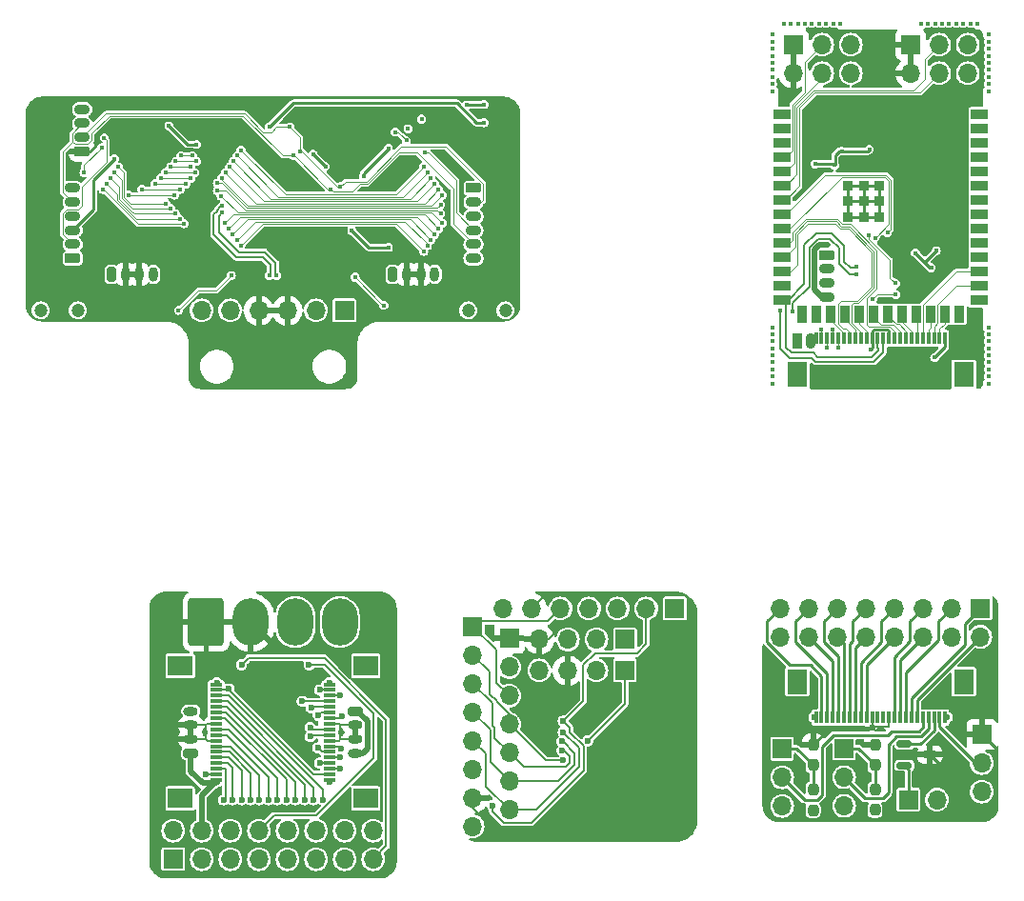
<source format=gbr>
%TF.GenerationSoftware,KiCad,Pcbnew,8.0.5*%
%TF.CreationDate,2024-12-31T14:00:23+11:00*%
%TF.ProjectId,Combined_Fabrication,436f6d62-696e-4656-945f-466162726963,rev?*%
%TF.SameCoordinates,Original*%
%TF.FileFunction,Copper,L1,Top*%
%TF.FilePolarity,Positive*%
%FSLAX46Y46*%
G04 Gerber Fmt 4.6, Leading zero omitted, Abs format (unit mm)*
G04 Created by KiCad (PCBNEW 8.0.5) date 2024-12-31 14:00:23*
%MOMM*%
%LPD*%
G01*
G04 APERTURE LIST*
G04 Aperture macros list*
%AMRoundRect*
0 Rectangle with rounded corners*
0 $1 Rounding radius*
0 $2 $3 $4 $5 $6 $7 $8 $9 X,Y pos of 4 corners*
0 Add a 4 corners polygon primitive as box body*
4,1,4,$2,$3,$4,$5,$6,$7,$8,$9,$2,$3,0*
0 Add four circle primitives for the rounded corners*
1,1,$1+$1,$2,$3*
1,1,$1+$1,$4,$5*
1,1,$1+$1,$6,$7*
1,1,$1+$1,$8,$9*
0 Add four rect primitives between the rounded corners*
20,1,$1+$1,$2,$3,$4,$5,0*
20,1,$1+$1,$4,$5,$6,$7,0*
20,1,$1+$1,$6,$7,$8,$9,0*
20,1,$1+$1,$8,$9,$2,$3,0*%
G04 Aperture macros list end*
%TA.AperFunction,SMDPad,CuDef*%
%ADD10R,1.800000X2.200000*%
%TD*%
%TA.AperFunction,SMDPad,CuDef*%
%ADD11R,0.300000X1.100000*%
%TD*%
%TA.AperFunction,SMDPad,CuDef*%
%ADD12R,1.500000X0.900000*%
%TD*%
%TA.AperFunction,SMDPad,CuDef*%
%ADD13R,0.900000X1.500000*%
%TD*%
%TA.AperFunction,SMDPad,CuDef*%
%ADD14R,0.900000X0.900000*%
%TD*%
%TA.AperFunction,ComponentPad*%
%ADD15R,1.700000X1.700000*%
%TD*%
%TA.AperFunction,ComponentPad*%
%ADD16O,1.700000X1.700000*%
%TD*%
%TA.AperFunction,ComponentPad*%
%ADD17RoundRect,0.225000X-0.475000X0.225000X-0.475000X-0.225000X0.475000X-0.225000X0.475000X0.225000X0*%
%TD*%
%TA.AperFunction,ComponentPad*%
%ADD18O,1.400000X0.900000*%
%TD*%
%TA.AperFunction,ComponentPad*%
%ADD19RoundRect,0.225000X-0.225000X-0.475000X0.225000X-0.475000X0.225000X0.475000X-0.225000X0.475000X0*%
%TD*%
%TA.AperFunction,ComponentPad*%
%ADD20O,0.900000X1.400000*%
%TD*%
%TA.AperFunction,SMDPad,CuDef*%
%ADD21RoundRect,0.237500X-0.237500X0.250000X-0.237500X-0.250000X0.237500X-0.250000X0.237500X0.250000X0*%
%TD*%
%TA.AperFunction,SMDPad,CuDef*%
%ADD22RoundRect,0.150000X-0.512500X-0.150000X0.512500X-0.150000X0.512500X0.150000X-0.512500X0.150000X0*%
%TD*%
%TA.AperFunction,SMDPad,CuDef*%
%ADD23R,2.200000X1.800000*%
%TD*%
%TA.AperFunction,SMDPad,CuDef*%
%ADD24R,1.100000X0.300000*%
%TD*%
%TA.AperFunction,ComponentPad*%
%ADD25RoundRect,0.200000X0.450000X-0.200000X0.450000X0.200000X-0.450000X0.200000X-0.450000X-0.200000X0*%
%TD*%
%TA.AperFunction,ComponentPad*%
%ADD26O,1.300000X0.800000*%
%TD*%
%TA.AperFunction,ComponentPad*%
%ADD27RoundRect,0.250000X-1.330000X-1.850000X1.330000X-1.850000X1.330000X1.850000X-1.330000X1.850000X0*%
%TD*%
%TA.AperFunction,ComponentPad*%
%ADD28O,3.160000X4.200000*%
%TD*%
%TA.AperFunction,ComponentPad*%
%ADD29RoundRect,0.200000X-0.450000X0.200000X-0.450000X-0.200000X0.450000X-0.200000X0.450000X0.200000X0*%
%TD*%
%TA.AperFunction,ComponentPad*%
%ADD30RoundRect,0.200000X-0.200000X-0.450000X0.200000X-0.450000X0.200000X0.450000X-0.200000X0.450000X0*%
%TD*%
%TA.AperFunction,ComponentPad*%
%ADD31O,0.800000X1.300000*%
%TD*%
%TA.AperFunction,ComponentPad*%
%ADD32RoundRect,0.225000X0.475000X-0.225000X0.475000X0.225000X-0.475000X0.225000X-0.475000X-0.225000X0*%
%TD*%
%TA.AperFunction,ComponentPad*%
%ADD33C,1.200000*%
%TD*%
%TA.AperFunction,ViaPad*%
%ADD34C,0.400000*%
%TD*%
%TA.AperFunction,ViaPad*%
%ADD35C,0.600000*%
%TD*%
%TA.AperFunction,Conductor*%
%ADD36C,0.250000*%
%TD*%
%TA.AperFunction,Conductor*%
%ADD37C,0.500000*%
%TD*%
%TA.AperFunction,Conductor*%
%ADD38C,0.100000*%
%TD*%
%TA.AperFunction,Conductor*%
%ADD39C,0.200000*%
%TD*%
G04 APERTURE END LIST*
D10*
%TO.P,U2,*%
%TO.N,*%
X172599999Y-81200000D03*
X187399999Y-81200000D03*
D11*
%TO.P,U2,1*%
%TO.N,GND*%
X174249999Y-78000001D03*
%TO.P,U2,2*%
%TO.N,GPIO 3*%
X174749999Y-78000000D03*
%TO.P,U2,3*%
%TO.N,GPIO 2*%
X175249999Y-78000000D03*
%TO.P,U2,4*%
%TO.N,GPIO 1*%
X175749999Y-78000000D03*
%TO.P,U2,5*%
%TO.N,GPIO 0*%
X176249999Y-78000000D03*
%TO.P,U2,6*%
%TO.N,Exp 0*%
X176749999Y-78000001D03*
%TO.P,U2,7*%
%TO.N,Exp 1*%
X177249999Y-78000000D03*
%TO.P,U2,8*%
%TO.N,Exp 2*%
X177749999Y-78000000D03*
%TO.P,U2,9*%
%TO.N,Exp 3*%
X178250000Y-78000000D03*
%TO.P,U2,10*%
%TO.N,Exp 4*%
X178749999Y-78000000D03*
%TO.P,U2,11*%
%TO.N,+5V*%
X179249998Y-78000000D03*
%TO.P,U2,12*%
%TO.N,USB +*%
X179749999Y-78000000D03*
%TO.P,U2,13*%
%TO.N,USB -*%
X180249999Y-78000000D03*
%TO.P,U2,14*%
%TO.N,+5V*%
X180750000Y-78000000D03*
%TO.P,U2,15*%
%TO.N,Exp 5*%
X181249999Y-78000000D03*
%TO.P,U2,16*%
%TO.N,Exp 6*%
X181749998Y-78000000D03*
%TO.P,U2,17*%
%TO.N,Exp 7*%
X182249999Y-78000000D03*
%TO.P,U2,18*%
%TO.N,Exp 8*%
X182749999Y-78000000D03*
%TO.P,U2,19*%
%TO.N,Exp 9*%
X183249999Y-78000001D03*
%TO.P,U2,20*%
%TO.N,Exp 10*%
X183749999Y-78000000D03*
%TO.P,U2,21*%
%TO.N,Exp 11*%
X184249999Y-78000000D03*
%TO.P,U2,22*%
%TO.N,Exp 12*%
X184749999Y-78000000D03*
%TO.P,U2,23*%
%TO.N,Exp 13*%
X185249999Y-78000000D03*
%TO.P,U2,24*%
%TO.N,GND*%
X185749999Y-78000001D03*
%TD*%
D12*
%TO.P,ESP1,1,GND*%
%TO.N,GND*%
X171249999Y-58080001D03*
%TO.P,ESP1,2,3V3*%
%TO.N,+3V3*%
X171249999Y-59350001D03*
%TO.P,ESP1,3,EN*%
%TO.N,Net-(ESP1-EN)*%
X171249999Y-60620001D03*
%TO.P,ESP1,4,GPIO4/TOUCH4/ADC1_CH3*%
%TO.N,GPIO 0*%
X171249999Y-61890001D03*
%TO.P,ESP1,5,GPIO5/TOUCH5/ADC1_CH4*%
%TO.N,GPIO 1*%
X171249999Y-63160001D03*
%TO.P,ESP1,6,GPIO6/TOUCH6/ADC1_CH5*%
%TO.N,GPIO 2*%
X171249999Y-64430001D03*
%TO.P,ESP1,7,GPIO7/TOUCH7/ADC1_CH6*%
%TO.N,GPIO 3*%
X171249999Y-65700001D03*
%TO.P,ESP1,8,GPIO15/U0RTS/ADC2_CH4/XTAL_32K_P*%
%TO.N,EXP Comms A*%
X171249999Y-66970001D03*
%TO.P,ESP1,9,GPIO16/U0CTS/ADC2_CH5/XTAL_32K_N*%
%TO.N,EXP Comms B*%
X171249999Y-68240001D03*
%TO.P,ESP1,10,GPIO17/U1TXD/ADC2_CH6*%
%TO.N,Exp 5*%
X171249999Y-69510001D03*
%TO.P,ESP1,11,GPIO18/U1RXD/ADC2_CH7/CLK_OUT3*%
%TO.N,Exp 3*%
X171249999Y-70780001D03*
%TO.P,ESP1,12,GPIO8/TOUCH8/ADC1_CH7/SUBSPICS1*%
%TO.N,Exp 1*%
X171249999Y-72050001D03*
%TO.P,ESP1,13,GPIO19/U1RTS/ADC2_CH8/CLK_OUT2/USB_D-*%
%TO.N,USB -*%
X171249999Y-73320001D03*
%TO.P,ESP1,14,GPIO20/U1CTS/ADC2_CH9/CLK_OUT1/USB_D+*%
%TO.N,USB +*%
X171249999Y-74590001D03*
D13*
%TO.P,ESP1,15,GPIO3/TOUCH3/ADC1_CH2*%
%TO.N,unconnected-(ESP1-GPIO3{slash}TOUCH3{slash}ADC1_CH2-Pad15)*%
X173015000Y-75840001D03*
%TO.P,ESP1,16,GPIO46*%
%TO.N,unconnected-(ESP1-GPIO46-Pad16)*%
X174284999Y-75840001D03*
%TO.P,ESP1,17,GPIO9/TOUCH9/ADC1_CH8/FSPIHD/SUBSPIHD*%
%TO.N,Exp 0*%
X175554999Y-75840001D03*
%TO.P,ESP1,18,GPIO10/TOUCH10/ADC1_CH9/FSPICS0/FSPIIO4/SUBSPICS0*%
%TO.N,Exp 2*%
X176824999Y-75840000D03*
%TO.P,ESP1,19,GPIO11/TOUCH11/ADC2_CH0/FSPID/FSPIIO5/SUBSPID*%
%TO.N,Exp 4*%
X178094999Y-75840001D03*
%TO.P,ESP1,20,GPIO12/TOUCH12/ADC2_CH1/FSPICLK/FSPIIO6/SUBSPICLK*%
%TO.N,Exp 6*%
X179364999Y-75840001D03*
%TO.P,ESP1,21,GPIO13/TOUCH13/ADC2_CH2/FSPIQ/FSPIIO7/SUBSPIQ*%
%TO.N,Exp 7*%
X180634999Y-75840001D03*
%TO.P,ESP1,22,GPIO14/TOUCH14/ADC2_CH3/FSPIWP/FSPIDQS/SUBSPIWP*%
%TO.N,Exp 8*%
X181904999Y-75840001D03*
%TO.P,ESP1,23,GPIO21*%
%TO.N,Exp 9*%
X183174999Y-75840000D03*
%TO.P,ESP1,24,GPIO47/SPICLK_P/SUBSPICLK_P_DIFF*%
%TO.N,Exp 11*%
X184444999Y-75840001D03*
%TO.P,ESP1,25,GPIO48/SPICLK_N/SUBSPICLK_N_DIFF*%
%TO.N,Exp 13*%
X185714999Y-75840001D03*
%TO.P,ESP1,26,GPIO45*%
%TO.N,unconnected-(ESP1-GPIO45-Pad26)*%
X186984998Y-75840001D03*
D12*
%TO.P,ESP1,27,GPIO0/BOOT*%
%TO.N,Net-(ESP1-GPIO0{slash}BOOT)*%
X188749999Y-74590001D03*
%TO.P,ESP1,28,SPIIO6/GPIO35/FSPID/SUBSPID*%
%TO.N,Exp 12*%
X188749999Y-73320001D03*
%TO.P,ESP1,29,SPIIO7/GPIO36/FSPICLK/SUBSPICLK*%
%TO.N,Exp 10*%
X188749999Y-72050001D03*
%TO.P,ESP1,30,SPIDQS/GPIO37/FSPIQ/SUBSPIQ*%
%TO.N,Sensor SCL*%
X188749999Y-70780001D03*
%TO.P,ESP1,31,GPIO38/FSPIWP/SUBSPIWP*%
%TO.N,Sensor SDA*%
X188749999Y-69510001D03*
%TO.P,ESP1,32,MTCK/GPIO39/CLK_OUT3/SUBSPICS1*%
%TO.N,SD SPI MISO*%
X188749999Y-68240001D03*
%TO.P,ESP1,33,MTDO/GPIO40/CLK_OUT2*%
%TO.N,SD SPI CLK*%
X188749999Y-66970001D03*
%TO.P,ESP1,34,MTDI/GPIO41/CLK_OUT1*%
%TO.N,SD SPI MOSI*%
X188749999Y-65700001D03*
%TO.P,ESP1,35,MTMS/GPIO42*%
%TO.N,SD SPI CS*%
X188749999Y-64430001D03*
%TO.P,ESP1,36,U0RXD/GPIO44/CLK_OUT2*%
%TO.N,unconnected-(ESP1-U0RXD{slash}GPIO44{slash}CLK_OUT2-Pad36)*%
X188749999Y-63160001D03*
%TO.P,ESP1,37,U0TXD/GPIO43/CLK_OUT1*%
%TO.N,unconnected-(ESP1-U0TXD{slash}GPIO43{slash}CLK_OUT1-Pad37)*%
X188749999Y-61890001D03*
%TO.P,ESP1,38,GPIO2/TOUCH2/ADC1_CH1*%
%TO.N,unconnected-(ESP1-GPIO2{slash}TOUCH2{slash}ADC1_CH1-Pad38)*%
X188749999Y-60620001D03*
%TO.P,ESP1,39,GPIO1/TOUCH1/ADC1_CH0*%
%TO.N,unconnected-(ESP1-GPIO1{slash}TOUCH1{slash}ADC1_CH0-Pad39)*%
X188749999Y-59350001D03*
%TO.P,ESP1,40,GND*%
%TO.N,GND*%
X188749999Y-58080001D03*
D14*
%TO.P,ESP1,41,GND*%
X177099999Y-64400001D03*
X177099999Y-65800001D03*
X177099999Y-67200001D03*
X178499999Y-64400001D03*
X178499999Y-65800001D03*
X178499999Y-67200001D03*
X179899999Y-64400001D03*
X179899999Y-65800001D03*
X179899999Y-67200001D03*
%TD*%
D15*
%TO.P,J5,1,Pin_1*%
%TO.N,+3V3*%
X182674998Y-51875002D03*
D16*
%TO.P,J5,2,Pin_2*%
X182674998Y-54415002D03*
%TO.P,J5,3,Pin_3*%
%TO.N,GPIO 2*%
X185214998Y-51875002D03*
%TO.P,J5,4,Pin_4*%
%TO.N,GPIO 3*%
X185214998Y-54415002D03*
%TO.P,J5,5,Pin_5*%
%TO.N,GND*%
X187754997Y-51875002D03*
%TO.P,J5,6,Pin_6*%
X187754998Y-54415002D03*
%TD*%
D17*
%TO.P,J1,1,Pin_1*%
%TO.N,Net-(J1-Pin_1)*%
X175182499Y-70575002D03*
D18*
%TO.P,J1,2,Pin_2*%
%TO.N,Net-(J1-Pin_2)*%
X175182499Y-71825001D03*
%TO.P,J1,3,Pin_3*%
%TO.N,Net-(J1-Pin_3)*%
X175182499Y-73075002D03*
%TO.P,J1,4,Pin_4*%
%TO.N,GND*%
X175182499Y-74325001D03*
%TD*%
D15*
%TO.P,J4,1,Pin_1*%
%TO.N,+3V3*%
X172274998Y-51875000D03*
D16*
%TO.P,J4,2,Pin_2*%
X172274998Y-54415000D03*
%TO.P,J4,3,Pin_3*%
%TO.N,GPIO 0*%
X174814998Y-51875000D03*
%TO.P,J4,4,Pin_4*%
%TO.N,GPIO 1*%
X174814998Y-54415000D03*
%TO.P,J4,5,Pin_5*%
%TO.N,GND*%
X177354997Y-51875000D03*
%TO.P,J4,6,Pin_6*%
X177354998Y-54415000D03*
%TD*%
D19*
%TO.P,J2,1,Pin_1*%
%TO.N,+5V*%
X172575000Y-78217501D03*
D20*
%TO.P,J2,2,Pin_2*%
%TO.N,GND*%
X173824999Y-78217501D03*
%TD*%
D15*
%TO.P,J1,1,Pin_1*%
%TO.N,Exp 1*%
X188875000Y-101975000D03*
D16*
%TO.P,J1,2,Pin_2*%
%TO.N,Exp 0*%
X188875000Y-104515000D03*
%TO.P,J1,3,Pin_3*%
%TO.N,Exp 2*%
X186335000Y-101975000D03*
%TO.P,J1,4,Pin_4*%
%TO.N,GND*%
X186335000Y-104515000D03*
%TO.P,J1,5,Pin_5*%
%TO.N,Exp 4*%
X183795001Y-101975000D03*
%TO.P,J1,6,Pin_6*%
%TO.N,Exp 3*%
X183795000Y-104515000D03*
%TO.P,J1,7,Pin_7*%
%TO.N,Exp 6*%
X181255000Y-101975000D03*
%TO.P,J1,8,Pin_8*%
%TO.N,Exp 5*%
X181255000Y-104515000D03*
%TO.P,J1,9,Pin_9*%
%TO.N,Exp 8*%
X178715000Y-101975000D03*
%TO.P,J1,10,Pin_10*%
%TO.N,Exp 7*%
X178715000Y-104515000D03*
%TO.P,J1,11,Pin_11*%
%TO.N,Exp 10*%
X176175000Y-101975000D03*
%TO.P,J1,12,Pin_12*%
%TO.N,Exp 9*%
X176175000Y-104515000D03*
%TO.P,J1,13,Pin_13*%
%TO.N,Exp 12*%
X173635000Y-101975000D03*
%TO.P,J1,14,Pin_14*%
%TO.N,Exp 11*%
X173635000Y-104515000D03*
%TO.P,J1,15,Pin_15*%
%TO.N,Exp 13*%
X171094999Y-101975000D03*
%TO.P,J1,16,Pin_16*%
%TO.N,GND*%
X171095000Y-104515000D03*
%TD*%
D21*
%TO.P,R3,1*%
%TO.N,+5V*%
X174000000Y-114102500D03*
%TO.P,R3,2*%
%TO.N,Net-(J4-Pin_1)*%
X174000000Y-115927500D03*
%TD*%
%TO.P,R4,1*%
%TO.N,Net-(J4-Pin_1)*%
X174000000Y-118102500D03*
%TO.P,R4,2*%
%TO.N,GND*%
X174000000Y-119927500D03*
%TD*%
%TO.P,R2,1*%
%TO.N,Net-(J3-Pin_1)*%
X179500000Y-118087500D03*
%TO.P,R2,2*%
%TO.N,GND*%
X179500000Y-119912500D03*
%TD*%
D10*
%TO.P,U1,*%
%TO.N,*%
X187400000Y-108500000D03*
X172600000Y-108500000D03*
D11*
%TO.P,U1,1*%
%TO.N,GND*%
X185750000Y-111699999D03*
%TO.P,U1,2*%
%TO.N,GPIO 3*%
X185250000Y-111700000D03*
%TO.P,U1,3*%
%TO.N,GPIO 2*%
X184750000Y-111700000D03*
%TO.P,U1,4*%
%TO.N,GPIO 1*%
X184250000Y-111700000D03*
%TO.P,U1,5*%
%TO.N,GPIO 0*%
X183750000Y-111700000D03*
%TO.P,U1,6*%
%TO.N,Exp 0*%
X183250000Y-111699999D03*
%TO.P,U1,7*%
%TO.N,Exp 1*%
X182750000Y-111700000D03*
%TO.P,U1,8*%
%TO.N,Exp 2*%
X182250000Y-111700000D03*
%TO.P,U1,9*%
%TO.N,Exp 3*%
X181749999Y-111700000D03*
%TO.P,U1,10*%
%TO.N,Exp 4*%
X181250000Y-111700000D03*
%TO.P,U1,11*%
%TO.N,+5V*%
X180750001Y-111700000D03*
%TO.P,U1,12*%
%TO.N,USB +*%
X180250000Y-111700000D03*
%TO.P,U1,13*%
%TO.N,USB -*%
X179750000Y-111700000D03*
%TO.P,U1,14*%
%TO.N,+5V*%
X179249999Y-111700000D03*
%TO.P,U1,15*%
%TO.N,Exp 5*%
X178750000Y-111700000D03*
%TO.P,U1,16*%
%TO.N,Exp 6*%
X178250001Y-111700000D03*
%TO.P,U1,17*%
%TO.N,Exp 7*%
X177750000Y-111700000D03*
%TO.P,U1,18*%
%TO.N,Exp 8*%
X177250000Y-111700000D03*
%TO.P,U1,19*%
%TO.N,Exp 9*%
X176750000Y-111699999D03*
%TO.P,U1,20*%
%TO.N,Exp 10*%
X176250000Y-111700000D03*
%TO.P,U1,21*%
%TO.N,Exp 11*%
X175750000Y-111700000D03*
%TO.P,U1,22*%
%TO.N,Exp 12*%
X175250000Y-111700000D03*
%TO.P,U1,23*%
%TO.N,Exp 13*%
X174750000Y-111700000D03*
%TO.P,U1,24*%
%TO.N,GND*%
X174250000Y-111699999D03*
%TD*%
D21*
%TO.P,R1,1*%
%TO.N,+5V*%
X179500000Y-114087500D03*
%TO.P,R1,2*%
%TO.N,Net-(J3-Pin_1)*%
X179500000Y-115912500D03*
%TD*%
D22*
%TO.P,SnootFNMosFan1,1,G*%
%TO.N,GPIO 2*%
X182112500Y-114050001D03*
%TO.P,SnootFNMosFan1,2,S*%
%TO.N,Net-(J5-Pin_1)*%
X182112500Y-115949999D03*
%TO.P,SnootFNMosFan1,3,D*%
%TO.N,+5V*%
X184387500Y-115000000D03*
%TD*%
D15*
%TO.P,J4,1,Pin_1*%
%TO.N,Net-(J4-Pin_1)*%
X171250000Y-114475000D03*
D16*
%TO.P,J4,2,Pin_2*%
%TO.N,GPIO 0*%
X171250000Y-117015000D03*
%TO.P,J4,3,Pin_3*%
%TO.N,GND*%
X171250000Y-119554999D03*
%TD*%
D15*
%TO.P,J2,1,Pin_1*%
%TO.N,+5V*%
X189000000Y-113210001D03*
D16*
%TO.P,J2,2,Pin_2*%
%TO.N,GPIO 3*%
X189000000Y-115750001D03*
%TO.P,J2,3,Pin_3*%
%TO.N,GND*%
X189000000Y-118290000D03*
%TD*%
D15*
%TO.P,J3,1,Pin_1*%
%TO.N,Net-(J3-Pin_1)*%
X176750000Y-114460000D03*
D16*
%TO.P,J3,2,Pin_2*%
%TO.N,GPIO 1*%
X176750000Y-117000000D03*
%TO.P,J3,3,Pin_3*%
%TO.N,GND*%
X176750000Y-119539999D03*
%TD*%
D15*
%TO.P,J5,1,Pin_1*%
%TO.N,Net-(J5-Pin_1)*%
X182475000Y-119000001D03*
D16*
%TO.P,J5,2,Pin_2*%
%TO.N,GND*%
X185015000Y-119000001D03*
%TD*%
D23*
%TO.P,U1,*%
%TO.N,*%
X117750000Y-107100001D03*
X117750000Y-118900001D03*
D24*
%TO.P,U1,1*%
%TO.N,GND*%
X120950000Y-108750001D03*
%TO.P,U1,2*%
%TO.N,HUB75 OE {slash} OE 0*%
X120950000Y-109250001D03*
%TO.P,U1,3*%
%TO.N,HUB75 CLK*%
X120949999Y-109750001D03*
%TO.P,U1,4*%
%TO.N,HUB75 LAT*%
X120950000Y-110250001D03*
%TO.P,U1,5*%
%TO.N,HUB75 C*%
X120950000Y-110750001D03*
%TO.P,U1,6*%
%TO.N,HUB75 D*%
X120950000Y-111250002D03*
%TO.P,U1,7*%
%TO.N,HUB75 A*%
X120950000Y-111750001D03*
%TO.P,U1,8*%
%TO.N,+5V*%
X120950000Y-112250000D03*
%TO.P,U1,9*%
%TO.N,HUB75 B*%
X120950000Y-112750001D03*
%TO.P,U1,10*%
%TO.N,HUB75 B1*%
X120950000Y-113250001D03*
%TO.P,U1,11*%
%TO.N,+5V*%
X120950000Y-113750002D03*
%TO.P,U1,12*%
%TO.N,HUB75 E {slash} OE 1*%
X120950000Y-114250001D03*
%TO.P,U1,13*%
%TO.N,HUB75 R1*%
X120950000Y-114750000D03*
%TO.P,U1,14*%
%TO.N,HUB75 G1*%
X120950000Y-115250001D03*
%TO.P,U1,15*%
%TO.N,HUB75 B0*%
X120950000Y-115750001D03*
%TO.P,U1,16*%
%TO.N,HUB75 R0*%
X120949999Y-116250001D03*
%TO.P,U1,17*%
%TO.N,HUB75 G0*%
X120950000Y-116750001D03*
%TO.P,U1,18*%
%TO.N,GND*%
X120950000Y-117250001D03*
%TD*%
D23*
%TO.P,U2,*%
%TO.N,*%
X134250000Y-118900001D03*
X134250000Y-107100001D03*
D24*
%TO.P,U2,1*%
%TO.N,GND*%
X131050000Y-117250001D03*
%TO.P,U2,2*%
%TO.N,HUB75 OE {slash} OE 0*%
X131050000Y-116750001D03*
%TO.P,U2,3*%
%TO.N,HUB75 CLK*%
X131050001Y-116250001D03*
%TO.P,U2,4*%
%TO.N,HUB75 LAT*%
X131050000Y-115750001D03*
%TO.P,U2,5*%
%TO.N,HUB75 C*%
X131050000Y-115250001D03*
%TO.P,U2,6*%
%TO.N,HUB75 D*%
X131050000Y-114750000D03*
%TO.P,U2,7*%
%TO.N,HUB75 A*%
X131050000Y-114250001D03*
%TO.P,U2,8*%
%TO.N,+5V*%
X131050000Y-113750002D03*
%TO.P,U2,9*%
%TO.N,HUB75 B*%
X131050000Y-113250001D03*
%TO.P,U2,10*%
%TO.N,HUB75 B1*%
X131050000Y-112750001D03*
%TO.P,U2,11*%
%TO.N,+5V*%
X131050000Y-112250000D03*
%TO.P,U2,12*%
%TO.N,HUB75 E {slash} OE 1*%
X131050000Y-111750001D03*
%TO.P,U2,13*%
%TO.N,HUB75 R1*%
X131050000Y-111250002D03*
%TO.P,U2,14*%
%TO.N,HUB75 G1*%
X131050000Y-110750001D03*
%TO.P,U2,15*%
%TO.N,HUB75 B0*%
X131050000Y-110250001D03*
%TO.P,U2,16*%
%TO.N,HUB75 R0*%
X131050001Y-109750001D03*
%TO.P,U2,17*%
%TO.N,HUB75 G0*%
X131050000Y-109250001D03*
%TO.P,U2,18*%
%TO.N,GND*%
X131050000Y-108750001D03*
%TD*%
D25*
%TO.P,J4,1,Pin_1*%
%TO.N,GND*%
X118700000Y-114875000D03*
D26*
%TO.P,J4,2,Pin_2*%
%TO.N,+5V*%
X118700000Y-113625001D03*
%TO.P,J4,3,Pin_3*%
X118700000Y-112375000D03*
%TO.P,J4,4,Pin_4*%
%TO.N,GND*%
X118700000Y-111125001D03*
%TD*%
D15*
%TO.P,J1,1,Pin_1*%
%TO.N,HUB75 R0*%
X117125000Y-124290001D03*
D16*
%TO.P,J1,2,Pin_2*%
%TO.N,HUB75 G0*%
X117125000Y-121750001D03*
%TO.P,J1,3,Pin_3*%
%TO.N,HUB75 B0*%
X119665000Y-124290001D03*
%TO.P,J1,4,Pin_4*%
%TO.N,GND*%
X119665000Y-121750001D03*
%TO.P,J1,5,Pin_5*%
%TO.N,HUB75 R1*%
X122204999Y-124290001D03*
%TO.P,J1,6,Pin_6*%
%TO.N,HUB75 G1*%
X122205000Y-121750001D03*
%TO.P,J1,7,Pin_7*%
%TO.N,HUB75 B1*%
X124745000Y-124290001D03*
%TO.P,J1,8,Pin_8*%
%TO.N,HUB75 E*%
X124745000Y-121750001D03*
%TO.P,J1,9,Pin_9*%
%TO.N,HUB75 A*%
X127285000Y-124290001D03*
%TO.P,J1,10,Pin_10*%
%TO.N,HUB75 B*%
X127285000Y-121750001D03*
%TO.P,J1,11,Pin_11*%
%TO.N,HUB75 C*%
X129825000Y-124290001D03*
%TO.P,J1,12,Pin_12*%
%TO.N,HUB75 D*%
X129825000Y-121750001D03*
%TO.P,J1,13,Pin_13*%
%TO.N,HUB75 CLK*%
X132365000Y-124290001D03*
%TO.P,J1,14,Pin_14*%
%TO.N,HUB75 LAT*%
X132365000Y-121750001D03*
%TO.P,J1,15,Pin_15*%
%TO.N,HUB75 OE*%
X134905001Y-124290001D03*
%TO.P,J1,16,Pin_16*%
%TO.N,GND*%
X134905000Y-121750001D03*
%TD*%
D27*
%TO.P,J2,1,Pin_1*%
%TO.N,+5V*%
X120060000Y-103225001D03*
D28*
%TO.P,J2,2,Pin_2*%
X124020000Y-103225001D03*
%TO.P,J2,3,Pin_3*%
%TO.N,GND*%
X127980000Y-103225001D03*
%TO.P,J2,4,Pin_4*%
X131940001Y-103225001D03*
%TD*%
D29*
%TO.P,J3,1,Pin_1*%
%TO.N,GND*%
X133300000Y-111125001D03*
D26*
%TO.P,J3,2,Pin_2*%
%TO.N,+5V*%
X133300000Y-112375000D03*
%TO.P,J3,3,Pin_3*%
X133300000Y-113625001D03*
%TO.P,J3,4,Pin_4*%
%TO.N,GND*%
X133300000Y-114875000D03*
%TD*%
D30*
%TO.P,J4,1,Pin_1*%
%TO.N,GND*%
X111625000Y-72300000D03*
D31*
%TO.P,J4,2,Pin_2*%
%TO.N,+5V*%
X112874999Y-72300000D03*
%TO.P,J4,3,Pin_3*%
X114125000Y-72300000D03*
%TO.P,J4,4,Pin_4*%
%TO.N,GND*%
X115374999Y-72300000D03*
%TD*%
D32*
%TO.P,J1,1,Pin_1*%
%TO.N,+5V*%
X109032500Y-61375000D03*
D18*
%TO.P,J1,2,Pin_2*%
%TO.N,SDA*%
X109032500Y-60125001D03*
%TO.P,J1,3,Pin_3*%
%TO.N,SCL*%
X109032500Y-58875000D03*
%TO.P,J1,4,Pin_4*%
%TO.N,GND*%
X109032500Y-57625001D03*
%TD*%
D33*
%TO.P,R4,1*%
%TO.N,EXP Comms A*%
X143350000Y-75500000D03*
%TO.P,R4,2*%
%TO.N,GND*%
X146650000Y-75500000D03*
%TD*%
%TO.P,R5,1*%
%TO.N,EXP Comms B*%
X108650000Y-75500000D03*
%TO.P,R5,2*%
%TO.N,GND*%
X105350000Y-75500000D03*
%TD*%
D32*
%TO.P,U3,1*%
%TO.N,GND*%
X108182500Y-70875001D03*
D18*
%TO.P,U3,2*%
%TO.N,SDA*%
X108182500Y-69625002D03*
%TO.P,U3,3*%
%TO.N,+3V3*%
X108182500Y-68375001D03*
%TO.P,U3,4*%
%TO.N,XShut 0*%
X108182500Y-67125002D03*
%TO.P,U3,5*%
%TO.N,SCL*%
X108182500Y-65875001D03*
%TO.P,U3,6*%
%TO.N,GND*%
X108182500Y-64625002D03*
%TD*%
D30*
%TO.P,J3,1,Pin_1*%
%TO.N,GND*%
X136625001Y-72300001D03*
D31*
%TO.P,J3,2,Pin_2*%
%TO.N,+5V*%
X137875000Y-72300001D03*
%TO.P,J3,3,Pin_3*%
X139125001Y-72300001D03*
%TO.P,J3,4,Pin_4*%
%TO.N,GND*%
X140375000Y-72300001D03*
%TD*%
D17*
%TO.P,U4,1*%
%TO.N,GND*%
X143817501Y-64625001D03*
D18*
%TO.P,U4,2*%
%TO.N,SDA*%
X143817501Y-65875000D03*
%TO.P,U4,3*%
%TO.N,+3V3*%
X143817501Y-67125001D03*
%TO.P,U4,4*%
%TO.N,XShut 1*%
X143817501Y-68375000D03*
%TO.P,U4,5*%
%TO.N,SCL*%
X143817501Y-69625001D03*
%TO.P,U4,6*%
%TO.N,GND*%
X143817501Y-70875000D03*
%TD*%
D15*
%TO.P,J2,1,Pin_1*%
%TO.N,GND*%
X132350000Y-75500000D03*
D16*
%TO.P,J2,2,Pin_2*%
%TO.N,Net-(J2-Pin_2)*%
X129810000Y-75500000D03*
%TO.P,J2,3,Pin_3*%
%TO.N,+5V*%
X127270001Y-75500000D03*
%TO.P,J2,4,Pin_4*%
X124730000Y-75500000D03*
%TO.P,J2,5,Pin_5*%
%TO.N,Net-(J2-Pin_5)*%
X122190000Y-75500000D03*
%TO.P,J2,6,Pin_6*%
%TO.N,GND*%
X119650000Y-75500000D03*
%TD*%
D15*
%TO.P,J4,1,Pin_1*%
%TO.N,UI IO 1*%
X157280000Y-107500000D03*
D16*
%TO.P,J4,2,Pin_2*%
%TO.N,UI IO 0*%
X154740000Y-107500000D03*
%TO.P,J4,3,Pin_3*%
%TO.N,+5V*%
X152200001Y-107500000D03*
%TO.P,J4,4,Pin_4*%
%TO.N,GND*%
X149660000Y-107500000D03*
%TD*%
D15*
%TO.P,J1,1,Pin_1*%
%TO.N,UI 0*%
X143750000Y-103590000D03*
D16*
%TO.P,J1,2,Pin_2*%
%TO.N,UI 1*%
X143750000Y-106130000D03*
%TO.P,J1,3,Pin_3*%
%TO.N,UI IO 0*%
X143750000Y-108670000D03*
%TO.P,J1,4,Pin_4*%
%TO.N,UI IO 1*%
X143750000Y-111210000D03*
%TO.P,J1,5,Pin_5*%
%TO.N,UI 2*%
X143750000Y-113750000D03*
%TO.P,J1,6,Pin_6*%
%TO.N,UI 3*%
X143750000Y-116290000D03*
%TO.P,J1,7,Pin_7*%
%TO.N,+5V*%
X143750000Y-118830000D03*
%TO.P,J1,8,Pin_8*%
%TO.N,GND*%
X143750000Y-121370000D03*
%TD*%
D15*
%TO.P,J5,1,Pin_1*%
%TO.N,UI IO 0*%
X161710000Y-102000000D03*
D16*
%TO.P,J5,2,Pin_2*%
%TO.N,UI 3*%
X159170000Y-102000000D03*
%TO.P,J5,3,Pin_3*%
%TO.N,UI 2*%
X156630001Y-102000000D03*
%TO.P,J5,4,Pin_4*%
%TO.N,UI 1*%
X154090000Y-102000000D03*
%TO.P,J5,5,Pin_5*%
%TO.N,UI 0*%
X151550000Y-102000000D03*
%TO.P,J5,6,Pin_6*%
%TO.N,+5V*%
X149010000Y-102000000D03*
%TO.P,J5,7,Pin_7*%
%TO.N,GND*%
X146470000Y-102000000D03*
%TD*%
D15*
%TO.P,J3,1,Pin_1*%
%TO.N,UI IO 1*%
X157290000Y-104750000D03*
D16*
%TO.P,J3,2,Pin_2*%
%TO.N,UI IO 0*%
X154750000Y-104750000D03*
%TO.P,J3,3,Pin_3*%
%TO.N,GND*%
X152210001Y-104750000D03*
%TO.P,J3,4,Pin_4*%
%TO.N,+5V*%
X149670000Y-104750000D03*
%TD*%
D15*
%TO.P,J2,1,Pin_1*%
%TO.N,+5V*%
X147000000Y-104670000D03*
D16*
%TO.P,J2,2,Pin_2*%
%TO.N,GND*%
X147000000Y-107210000D03*
%TO.P,J2,3,Pin_3*%
%TO.N,UI 0*%
X147000000Y-109750000D03*
%TO.P,J2,4,Pin_4*%
%TO.N,UI 1*%
X147000000Y-112290000D03*
%TO.P,J2,5,Pin_5*%
%TO.N,UI IO 0*%
X147000000Y-114830000D03*
%TO.P,J2,6,Pin_6*%
%TO.N,UI IO 1*%
X147000000Y-117370000D03*
%TO.P,J2,7,Pin_7*%
%TO.N,UI 2*%
X147000000Y-119910000D03*
%TD*%
D34*
%TO.N,*%
X170399999Y-55375002D03*
X189600000Y-80125002D03*
X170399999Y-52875002D03*
%TO.N,GND*%
X176400000Y-50000001D03*
%TO.N,*%
X171400000Y-50000001D03*
X170399998Y-77625003D03*
X187350001Y-50000001D03*
X189599998Y-54750000D03*
X189599999Y-56000001D03*
%TO.N,GND*%
X175150001Y-50000001D03*
%TO.N,*%
X170399999Y-78250001D03*
X189600000Y-78250001D03*
X188599999Y-50000001D03*
X170399999Y-81375000D03*
X189599998Y-79500003D03*
X189599998Y-77000003D03*
X170399999Y-80750001D03*
X186724999Y-50000002D03*
X189600000Y-54125001D03*
%TO.N,GND*%
X175775000Y-50000001D03*
%TO.N,*%
X170399998Y-79500004D03*
X189599999Y-82000002D03*
X189600000Y-77625002D03*
X189600000Y-51625001D03*
X189599999Y-55375002D03*
X170399999Y-51625001D03*
X189599999Y-52250001D03*
%TO.N,Exp 1*%
X186099999Y-50000001D03*
%TO.N,*%
X170399999Y-52250000D03*
X172024999Y-50000001D03*
X170399999Y-54750000D03*
X172650000Y-50000001D03*
X184850001Y-50000001D03*
X170399999Y-56000001D03*
X187975000Y-50000001D03*
X170399998Y-51000003D03*
X185475000Y-50000001D03*
X170399997Y-53500002D03*
X170399999Y-54125001D03*
X183599999Y-50000001D03*
X189600000Y-51000002D03*
X173900000Y-50000001D03*
X189599999Y-81375001D03*
X189599999Y-52875002D03*
X189600000Y-80750001D03*
X170399999Y-78875000D03*
X173274999Y-50000002D03*
X170399999Y-82000002D03*
X189600000Y-53500002D03*
X189599999Y-78875000D03*
X170399998Y-77000004D03*
X184224998Y-50000003D03*
X170399998Y-80125003D03*
%TO.N,GND*%
X174524999Y-50000001D03*
X179900000Y-67200001D03*
X171249999Y-58050004D03*
X178999999Y-61200001D03*
X177100000Y-67200001D03*
X178499999Y-67200001D03*
X184499999Y-71700001D03*
X174199999Y-62500001D03*
X179899998Y-65800003D03*
X176550000Y-61350001D03*
X175349998Y-69700004D03*
X177099999Y-65800001D03*
X178500000Y-65800001D03*
X179900000Y-64400001D03*
X178499998Y-64400003D03*
X188749999Y-58100001D03*
X175900000Y-62600001D03*
X184950000Y-70200001D03*
X183099999Y-70400000D03*
X184799999Y-79699999D03*
%TO.N,Net-(ESP1-GPIO0{slash}BOOT)*%
X188750000Y-74590001D03*
%TO.N,Net-(ESP1-EN)*%
X171250000Y-60600003D03*
%TO.N,+3V3*%
X186424998Y-78200000D03*
X181349999Y-72100003D03*
X171249999Y-59350002D03*
X186249999Y-71750002D03*
X180899998Y-56650003D03*
X177499999Y-58750000D03*
%TO.N,USB -*%
X172149999Y-75600004D03*
X171099998Y-75550002D03*
X177849998Y-72275004D03*
X171250000Y-73320001D03*
%TO.N,USB +*%
X177849999Y-71625001D03*
%TO.N,Sensor SCL*%
X181349998Y-74100002D03*
X188749999Y-70780002D03*
X179299999Y-74500004D03*
%TO.N,Sensor SDA*%
X178936119Y-68844957D03*
X181349997Y-73100004D03*
X188750000Y-69510003D03*
%TO.N,SD SPI MISO*%
X188750000Y-68240001D03*
%TO.N,SD SPI CLK*%
X188749999Y-66970001D03*
%TO.N,SD SPI MOSI*%
X188750000Y-65700001D03*
%TO.N,SD SPI CS*%
X188849999Y-64400001D03*
%TO.N,+5V*%
X179150000Y-78950003D03*
%TO.N,GPIO 0*%
X171249999Y-61890004D03*
X176249998Y-78850003D03*
%TO.N,GPIO 1*%
X171249998Y-63160002D03*
X175750000Y-77200001D03*
%TO.N,GPIO 2*%
X175249999Y-78850004D03*
X171249999Y-64430000D03*
%TO.N,GPIO 3*%
X174749999Y-77200002D03*
X171249999Y-65700001D03*
%TO.N,EXP Comms B*%
X179499999Y-69050001D03*
%TO.N,EXP Comms A*%
X180599998Y-68600003D03*
D35*
%TO.N,GND*%
X174000000Y-119950000D03*
X185900002Y-111700000D03*
X174099998Y-111700000D03*
X179500000Y-119950000D03*
%TO.N,+5V*%
X179269282Y-112625000D03*
X179500000Y-114100000D03*
%TO.N,HUB75 R0*%
X121599985Y-119000001D03*
X131957075Y-109749999D03*
%TO.N,HUB75 E*%
X129200000Y-107000001D03*
%TO.N,HUB75 B1*%
X129300000Y-112576654D03*
X125600000Y-119000001D03*
%TO.N,HUB75 D*%
X129999998Y-114400001D03*
X128000003Y-119000001D03*
%TO.N,HUB75 G0*%
X130142858Y-109249931D03*
X120042861Y-116749935D03*
%TO.N,HUB75 CLK*%
X131957075Y-116250000D03*
X130400012Y-119000001D03*
%TO.N,HUB75 B0*%
X122399988Y-119000000D03*
X128600000Y-110249931D03*
%TO.N,GND*%
X130999999Y-117400001D03*
X131000000Y-108600001D03*
X121000000Y-108600001D03*
X121000001Y-117400001D03*
%TO.N,HUB75 OE*%
X123200000Y-107000001D03*
%TO.N,HUB75 C*%
X128800006Y-119000001D03*
X131957126Y-115250055D03*
%TO.N,HUB75 LAT*%
X130142858Y-115749931D03*
X129600009Y-119000001D03*
%TO.N,HUB75 B*%
X126400000Y-119000001D03*
X129300000Y-113400001D03*
%TO.N,HUB75 G1*%
X123199991Y-119000001D03*
X129400000Y-110850001D03*
%TO.N,HUB75 R1*%
X130014927Y-111478733D03*
X123999994Y-119000001D03*
%TO.N,HUB75 A*%
X132081008Y-114459702D03*
X127200000Y-119000000D03*
%TO.N,+5V*%
X135799999Y-110400001D03*
%TO.N,HUB75 E {slash} OE 1*%
X132100000Y-111600001D03*
X124799997Y-119000001D03*
%TO.N,HUB75 OE {slash} OE 0*%
X122090897Y-109155112D03*
D34*
%TO.N,GND*%
X119200000Y-60750000D03*
X133000000Y-68399999D03*
X136250000Y-69900001D03*
X130649999Y-62700000D03*
X139200000Y-58500000D03*
X116750000Y-59100000D03*
X138000000Y-59350000D03*
X134050001Y-63550000D03*
X129550001Y-61600001D03*
X143250000Y-57250000D03*
X136250000Y-61100000D03*
X144750000Y-57200000D03*
%TO.N,+3V3*%
X144750000Y-58825000D03*
X111900000Y-62050000D03*
X125687501Y-59200000D03*
%TO.N,+5V*%
X138150000Y-62700000D03*
X110900001Y-65750000D03*
X139150001Y-57600000D03*
X139199999Y-59450000D03*
X119200000Y-67250000D03*
X140550000Y-61400000D03*
X134050000Y-64749999D03*
X142800000Y-66500000D03*
X127900000Y-64700000D03*
X137999999Y-57650000D03*
X119200000Y-65750000D03*
X111099999Y-59350000D03*
X110900000Y-67249999D03*
%TO.N,SCL*%
X127850000Y-61750000D03*
X131150000Y-64750000D03*
%TO.N,SDA*%
X127500000Y-59200000D03*
X132000000Y-64500000D03*
X128400000Y-61400000D03*
X111000000Y-60150000D03*
%TO.N,EXP Comms B*%
X122300000Y-72400000D03*
X117600000Y-75500000D03*
%TO.N,EXP Comms A*%
X135850000Y-75050000D03*
X133300000Y-72550001D03*
%TO.N,XShut 0*%
X109200000Y-63250000D03*
X110750001Y-61050000D03*
%TO.N,XShut 1*%
X137850000Y-60400000D03*
X136850000Y-59650000D03*
X139500000Y-61450000D03*
%TO.N,Exp 11*%
X122450000Y-62250000D03*
X140040375Y-63760028D03*
X117350000Y-62250000D03*
X119182822Y-62249232D03*
%TO.N,Exp 5*%
X113200000Y-65250000D03*
X121398744Y-65338242D03*
X117250000Y-65250000D03*
X141050001Y-67750000D03*
%TO.N,Exp 7*%
X140900000Y-66100000D03*
X115500000Y-64250000D03*
X118250000Y-64250000D03*
X121050000Y-64200000D03*
%TO.N,Exp 4*%
X121700000Y-67750000D03*
X118100000Y-67800000D03*
X110900000Y-64749999D03*
X140701741Y-68238588D03*
%TO.N,Exp 13*%
X123150000Y-61250000D03*
X139384574Y-62755622D03*
%TO.N,Exp 0*%
X139386076Y-70244655D03*
X123132822Y-69749232D03*
X116500000Y-66000000D03*
X112232257Y-62754636D03*
%TO.N,Exp 2*%
X117299999Y-66900000D03*
X111571005Y-63755177D03*
X140027929Y-69231346D03*
X122400001Y-68750001D03*
%TO.N,Exp 12*%
X118850000Y-61750000D03*
X117800000Y-61750000D03*
X139726408Y-63248728D03*
X122800000Y-61750000D03*
%TO.N,Exp 8*%
X141050001Y-65250000D03*
X118700000Y-63750002D03*
X121440476Y-63744444D03*
X116000000Y-63750000D03*
%TO.N,Exp 10*%
X116900000Y-62750000D03*
X122129981Y-62762335D03*
X140371825Y-64260171D03*
X118700000Y-62750000D03*
%TO.N,Exp 6*%
X117750000Y-64750000D03*
X140899999Y-66900000D03*
X114350000Y-64750000D03*
X121050000Y-64850000D03*
%TO.N,Exp 9*%
X121788348Y-63255580D03*
X119050000Y-63250000D03*
X140718335Y-64750001D03*
X116450000Y-63250000D03*
%TO.N,Exp 1*%
X122800000Y-69250000D03*
X111884556Y-63243622D03*
X116900000Y-66450000D03*
X139721877Y-69747422D03*
%TO.N,Exp 3*%
X117700000Y-67350000D03*
X140373352Y-68740748D03*
X111231665Y-64250001D03*
X122050000Y-68250000D03*
%TO.N,USB -*%
X121499999Y-66175000D03*
X125675000Y-72400000D03*
%TO.N,USB +*%
X121500000Y-66825000D03*
X126325000Y-72400000D03*
D35*
%TO.N,UI IO 1*%
X154000000Y-113750000D03*
X151680952Y-113823190D03*
%TO.N,UI 1*%
X151792899Y-115500027D03*
%TO.N,UI 2*%
X151792899Y-113000027D03*
%TO.N,+5V*%
X154049231Y-112782821D03*
X154500000Y-115000000D03*
%TO.N,UI 3*%
X145500000Y-119500000D03*
X151792900Y-111999974D03*
%TO.N,UI IO 0*%
X151704580Y-114622843D03*
%TD*%
D36*
%TO.N,GND*%
X177100000Y-67200001D02*
X179900000Y-67200001D01*
D37*
X174132499Y-73632502D02*
X174824998Y-74325000D01*
D36*
X185749999Y-78000002D02*
X185749999Y-78749999D01*
X178849999Y-61350001D02*
X176550000Y-61350001D01*
X177100000Y-64400001D02*
X177100000Y-67200001D01*
X183800000Y-71100001D02*
X184049999Y-71100001D01*
X188750001Y-58080002D02*
X188749999Y-58100001D01*
D37*
X175349998Y-69700004D02*
X174538091Y-69700001D01*
D36*
X177100000Y-64400001D02*
X179900000Y-64400001D01*
X175950000Y-61700002D02*
X175949999Y-62550001D01*
X171249999Y-58080000D02*
X171249999Y-58050004D01*
X179900000Y-67200001D02*
X179900000Y-64400001D01*
X184400000Y-71700001D02*
X184499999Y-71700001D01*
X174199999Y-62500001D02*
X175799999Y-62500000D01*
X175799999Y-62500000D02*
X175900000Y-62600001D01*
X184049999Y-71100001D02*
X184950000Y-70200001D01*
D37*
X174824998Y-74325000D02*
X175182499Y-74325000D01*
X174132499Y-70105592D02*
X174132499Y-73632502D01*
D36*
X178499998Y-64400003D02*
X178499999Y-67200001D01*
X185749999Y-78749999D02*
X184799999Y-79699999D01*
X183099999Y-70400000D02*
X183800000Y-71100001D01*
X176550000Y-61350001D02*
X176299999Y-61350002D01*
X183800000Y-71100001D02*
X184400000Y-71700001D01*
X177099999Y-65800001D02*
X179899998Y-65800003D01*
X178999999Y-61200001D02*
X178849999Y-61350001D01*
X176299999Y-61350002D02*
X175950000Y-61700002D01*
D37*
X174538091Y-69700001D02*
X174132499Y-70105592D01*
D36*
X175949999Y-62550001D02*
X175900000Y-62600001D01*
D38*
%TO.N,Net-(ESP1-EN)*%
X171250000Y-60620001D02*
X171250000Y-60600003D01*
D36*
%TO.N,+3V3*%
X184974999Y-72225001D02*
X181474999Y-72225001D01*
X185449999Y-71750001D02*
X186249999Y-71750002D01*
X185349998Y-71850000D02*
X184974999Y-72225001D01*
D37*
X172274998Y-51875000D02*
X172275000Y-54415001D01*
X180899998Y-56650003D02*
X178799999Y-58750002D01*
D36*
X185349998Y-71850000D02*
X185449999Y-71750001D01*
D37*
X178799999Y-58750002D02*
X177499999Y-58750000D01*
D36*
X181474999Y-72225001D02*
X181349999Y-72100003D01*
D39*
%TO.N,USB -*%
X179393199Y-80075002D02*
X180224999Y-79243202D01*
X172199999Y-75550001D02*
X172200000Y-74850001D01*
X171906799Y-79725001D02*
X173856800Y-79725001D01*
X171099998Y-75550002D02*
X171099999Y-78918203D01*
X173856800Y-79725001D02*
X174206799Y-80075000D01*
X174443199Y-69125000D02*
X175482106Y-69125001D01*
X175482106Y-69125001D02*
X176324998Y-69967896D01*
X177256799Y-72275004D02*
X177849998Y-72275004D01*
X172200000Y-74850001D02*
X173682499Y-73367501D01*
X173682499Y-69885700D02*
X174443199Y-69125000D01*
X176324999Y-71343202D02*
X177256799Y-72275004D01*
X180224999Y-79243202D02*
X180224999Y-78850001D01*
X176324998Y-69967896D02*
X176324999Y-71343202D01*
X171099999Y-78918203D02*
X171906799Y-79725001D01*
X173682499Y-73367501D02*
X173682499Y-69885700D01*
X174206799Y-80075000D02*
X179393199Y-80075002D01*
X180224999Y-78850001D02*
X180249999Y-78825002D01*
X180249999Y-78825002D02*
X180250000Y-78000003D01*
X172149999Y-75600004D02*
X172199999Y-75550001D01*
%TO.N,USB +*%
X179206799Y-79625000D02*
X179774999Y-79056800D01*
X179774999Y-78850001D02*
X179750000Y-78825002D01*
X171249999Y-74590001D02*
X171305000Y-74645003D01*
X174043199Y-79275001D02*
X174393199Y-79625002D01*
X177750000Y-71725000D02*
X177849999Y-71625001D01*
X171599999Y-78781802D02*
X172093199Y-79275002D01*
X172093199Y-79275002D02*
X174043199Y-79275001D01*
X174393199Y-79625002D02*
X179206799Y-79625000D01*
X171600000Y-74940003D02*
X171599999Y-78781802D01*
X174256799Y-68675001D02*
X175674999Y-68675004D01*
X179750000Y-78825002D02*
X179749999Y-78000002D01*
X176774999Y-71156801D02*
X177343197Y-71725003D01*
X173232499Y-69699301D02*
X174256799Y-68675001D01*
X177343197Y-71725003D02*
X177750000Y-71725000D01*
X171305000Y-74645003D02*
X171754998Y-74645003D01*
X176774999Y-69775004D02*
X176774999Y-71156801D01*
X173232499Y-73167502D02*
X173232499Y-69699301D01*
X175674999Y-68675004D02*
X176774999Y-69775004D01*
X171249999Y-74590001D02*
X171600000Y-74940003D01*
X179774999Y-79056800D02*
X179774999Y-78850001D01*
X171754998Y-74645003D02*
X173232499Y-73167502D01*
D38*
%TO.N,Sensor SCL*%
X179699999Y-74100000D02*
X181349998Y-74100002D01*
X179299999Y-74500004D02*
X179699999Y-74100000D01*
%TO.N,Sensor SDA*%
X181350000Y-73100001D02*
X180850000Y-72600001D01*
X178936119Y-69122522D02*
X178936119Y-68844957D01*
X180850000Y-71036398D02*
X178936119Y-69122522D01*
X180850000Y-72600001D02*
X180850000Y-71036398D01*
X181349997Y-73100004D02*
X181350000Y-73100001D01*
%TO.N,SD SPI CS*%
X188750001Y-64430002D02*
X188820000Y-64430003D01*
X188820000Y-64430003D02*
X188849999Y-64400001D01*
%TO.N,Exp 13*%
X185714999Y-76690001D02*
X185714998Y-75840000D01*
X185249999Y-77155004D02*
X185249999Y-78000000D01*
X185714999Y-76690001D02*
X185249999Y-77155004D01*
%TO.N,Exp 4*%
X178749999Y-78000000D02*
X178749999Y-77360002D01*
X178094999Y-75840001D02*
X178094998Y-76705003D01*
X178749999Y-77360002D02*
X178094998Y-76705003D01*
%TO.N,Exp 11*%
X184249999Y-77200001D02*
X184444999Y-77005004D01*
X184444999Y-77005004D02*
X184444998Y-75840002D01*
X184250000Y-78000003D02*
X184249999Y-77200001D01*
%TO.N,Exp 2*%
X177750000Y-78000003D02*
X177750000Y-77232843D01*
X177750000Y-77232843D02*
X176824999Y-76307842D01*
%TO.N,Exp 9*%
X183249999Y-75915000D02*
X183174999Y-75840000D01*
X183249999Y-78000002D02*
X183249999Y-75915000D01*
X183174999Y-76425001D02*
X183174999Y-75840000D01*
%TO.N,Exp 3*%
X177449999Y-76650001D02*
X178249999Y-77450004D01*
X177585000Y-74850001D02*
X177450000Y-74985001D01*
X179399998Y-70232845D02*
X179399999Y-73480761D01*
X176037157Y-67570001D02*
X176517157Y-68050002D01*
X178249999Y-77450004D02*
X178249999Y-78000002D01*
X177217157Y-68050002D02*
X179399998Y-70232845D01*
X178030760Y-74850001D02*
X177585000Y-74850001D01*
X172399999Y-69860000D02*
X172399999Y-68655544D01*
X171479999Y-70780002D02*
X172399999Y-69860000D01*
X177450000Y-74985001D02*
X177449999Y-76650001D01*
X171250000Y-70780002D02*
X171479999Y-70780002D01*
X173485543Y-67570003D02*
X176037157Y-67570001D01*
X176517157Y-68050002D02*
X177217157Y-68050002D01*
X172399999Y-68655544D02*
X173485543Y-67570003D01*
X179399999Y-73480761D02*
X178030760Y-74850001D01*
%TO.N,Exp 8*%
X182749999Y-78000000D02*
X182749999Y-77350001D01*
X181904999Y-76505001D02*
X181904999Y-75840001D01*
X182749999Y-77350001D02*
X181904999Y-76505001D01*
%TO.N,Exp 0*%
X176749999Y-78000002D02*
X176749997Y-77550002D01*
X176749997Y-77550002D02*
X175555000Y-76355003D01*
X175555000Y-76355003D02*
X175555000Y-75840003D01*
%TO.N,Exp 7*%
X182250000Y-77350001D02*
X181639999Y-76740000D01*
X181389998Y-76740003D02*
X180634998Y-75985000D01*
X182249999Y-78000002D02*
X182250000Y-77350001D01*
X180634998Y-75985000D02*
X180635000Y-75840001D01*
X181639999Y-76740000D02*
X181389998Y-76740003D01*
%TO.N,Exp 12*%
X185049999Y-75005004D02*
X185050000Y-76650001D01*
X185050000Y-76650001D02*
X184749999Y-76950003D01*
X188749999Y-73320001D02*
X186734999Y-73320004D01*
X186734999Y-73320004D02*
X185049999Y-75005004D01*
X184749999Y-76950003D02*
X184749999Y-78000002D01*
%TO.N,Exp 1*%
X177250000Y-77475002D02*
X177250000Y-78000002D01*
X175954314Y-67770001D02*
X176434314Y-68250001D01*
X176667499Y-77100001D02*
X176875000Y-77100001D01*
X176224998Y-74940004D02*
X176224997Y-76657503D01*
X176875000Y-77100001D02*
X177250000Y-77475002D01*
X179199999Y-70315684D02*
X179199999Y-73397920D01*
X173568386Y-67770001D02*
X175954314Y-67770001D01*
X177134315Y-68250000D02*
X179199999Y-70315684D01*
X176515000Y-74650001D02*
X176224998Y-74940004D01*
X171982497Y-72050003D02*
X172600000Y-71432501D01*
X172600000Y-71432501D02*
X172600000Y-68738389D01*
X177947918Y-74650001D02*
X176515000Y-74650001D01*
X179199999Y-73397920D02*
X177947918Y-74650001D01*
X171249998Y-72050003D02*
X171982497Y-72050003D01*
X176224997Y-76657503D02*
X176667499Y-77100001D01*
X176434314Y-68250001D02*
X177134315Y-68250000D01*
X172600000Y-68738389D02*
X173568386Y-67770001D01*
%TO.N,Exp 6*%
X179364999Y-76070003D02*
X179364999Y-75840001D01*
X181750000Y-78000003D02*
X181749999Y-77382844D01*
X181749999Y-77382844D02*
X181117157Y-76750000D01*
X181117157Y-76750000D02*
X180044999Y-76750002D01*
X180044999Y-76750002D02*
X179364999Y-76070003D01*
%TO.N,Exp 5*%
X171249999Y-69510003D02*
X171940000Y-69510003D01*
X173402700Y-67370003D02*
X176119999Y-67370000D01*
X178940000Y-76950003D02*
X180849998Y-76950000D01*
X176599999Y-67850002D02*
X177300000Y-67850001D01*
X178765000Y-74398604D02*
X178764998Y-76775003D01*
X176119999Y-67370000D02*
X176599999Y-67850002D01*
X181249999Y-77350002D02*
X181249999Y-78000000D01*
X179600000Y-73563604D02*
X178765000Y-74398604D01*
X179600000Y-70150001D02*
X179600000Y-73563604D01*
X180849998Y-76950000D02*
X181249999Y-77350002D01*
X177300000Y-67850001D02*
X179600000Y-70150001D01*
X171940000Y-69510003D02*
X172200000Y-69250001D01*
X172199999Y-68572704D02*
X173402700Y-67370003D01*
X172200000Y-69250001D02*
X172199999Y-68572704D01*
X178764998Y-76775003D02*
X178940000Y-76950003D01*
%TO.N,Exp 10*%
X183800000Y-74985001D02*
X183799998Y-76650000D01*
X188750000Y-72050001D02*
X186735000Y-72050001D01*
X186735000Y-72050001D02*
X183800000Y-74985001D01*
X183799998Y-76650000D02*
X183749999Y-76700001D01*
X183749999Y-76700001D02*
X183749999Y-78000000D01*
D36*
%TO.N,+5V*%
X180625000Y-77225001D02*
X180750000Y-77350001D01*
X179249999Y-77350001D02*
X179374999Y-77225004D01*
X179374999Y-77225004D02*
X180625000Y-77225001D01*
X179249998Y-78000002D02*
X179249999Y-78850001D01*
X179249998Y-78000002D02*
X179249999Y-77350001D01*
X180750000Y-77350001D02*
X180750000Y-78000002D01*
X179249999Y-78850001D02*
X179150000Y-78950003D01*
D38*
%TO.N,GPIO 0*%
X173274999Y-56092158D02*
X172149999Y-57217161D01*
X176249999Y-78000000D02*
X176249998Y-78850003D01*
X174815000Y-51875003D02*
X173274999Y-53415001D01*
X173274999Y-53415001D02*
X173274999Y-56092158D01*
X172149999Y-57217161D02*
X172149999Y-61290001D01*
X171549999Y-61890004D02*
X171249999Y-61890004D01*
X172149999Y-61290001D02*
X171549999Y-61890004D01*
%TO.N,GPIO 1*%
X171249998Y-63160002D02*
X171549999Y-63160003D01*
X172349999Y-62360003D02*
X172350000Y-57300001D01*
X174815000Y-54835003D02*
X174815000Y-54415001D01*
X175749999Y-78000002D02*
X175750000Y-77200001D01*
X172350000Y-57300001D02*
X174815000Y-54835003D01*
X171549999Y-63160003D02*
X172349999Y-62360003D01*
%TO.N,GPIO 2*%
X172549999Y-57450002D02*
X174049999Y-55950003D01*
X171550000Y-64430003D02*
X172549999Y-63430001D01*
X183950000Y-54900001D02*
X183950000Y-53140001D01*
X175250000Y-78000003D02*
X175249999Y-78850004D01*
X174049999Y-55950003D02*
X182899999Y-55950003D01*
X183950000Y-53140001D02*
X185215000Y-51875001D01*
X182899999Y-55950003D02*
X183950000Y-54900001D01*
X171249999Y-64430000D02*
X171550000Y-64430003D01*
X172549999Y-63430001D02*
X172549999Y-57450002D01*
%TO.N,GPIO 3*%
X171549999Y-65700001D02*
X172799999Y-64450001D01*
X171249999Y-65700001D02*
X171549999Y-65700001D01*
X183479998Y-56150000D02*
X185214999Y-54415001D01*
X174749999Y-78000000D02*
X174749999Y-77200002D01*
X172799999Y-64450001D02*
X172799999Y-57482842D01*
X174132840Y-56150000D02*
X183479998Y-56150000D01*
X172799999Y-57482842D02*
X174132840Y-56150000D01*
%TO.N,EXP Comms B*%
X180700000Y-64000001D02*
X180700000Y-67850001D01*
X180700000Y-67850001D02*
X179499999Y-69050001D01*
X176549998Y-63650003D02*
X180350000Y-63650002D01*
X171959999Y-68240000D02*
X176549998Y-63650003D01*
X180350000Y-63650002D02*
X180700000Y-64000001D01*
X171249999Y-68240001D02*
X171959999Y-68240000D01*
%TO.N,EXP Comms A*%
X180899998Y-68300003D02*
X180899998Y-63917160D01*
X180599998Y-68600003D02*
X180899998Y-68300003D01*
X180899998Y-63917160D02*
X180432842Y-63450001D01*
X175069999Y-63450001D02*
X171550000Y-66970001D01*
X171550000Y-66970001D02*
X171250000Y-66970001D01*
X180432842Y-63450001D02*
X175069999Y-63450001D01*
D36*
%TO.N,GND*%
X179500000Y-119912500D02*
X179500000Y-119950000D01*
D39*
X174099999Y-111699999D02*
X174099998Y-111700000D01*
X174250000Y-111700000D02*
X174099999Y-111699999D01*
D36*
X174000000Y-119927500D02*
X174000000Y-119950000D01*
D39*
X185900001Y-111699999D02*
X185900002Y-111700000D01*
X185750000Y-111700000D02*
X185900001Y-111699999D01*
D36*
%TO.N,+5V*%
X186502499Y-117114999D02*
X189296702Y-117114999D01*
D39*
X180700000Y-112550000D02*
X179300000Y-112550000D01*
X180750001Y-111700000D02*
X180750001Y-112499999D01*
D36*
X175477500Y-112625001D02*
X174000000Y-114102500D01*
X184387500Y-115000000D02*
X186502499Y-117114999D01*
X190175000Y-114385001D02*
X189000000Y-113210001D01*
X179269282Y-112625000D02*
X175477500Y-112625001D01*
X190175000Y-116236701D02*
X190175000Y-114385001D01*
X189296702Y-117114999D02*
X190175000Y-116236701D01*
X179500000Y-114087500D02*
X179500000Y-114100000D01*
D39*
X179300000Y-112550000D02*
X179249999Y-112499999D01*
X179249999Y-112499999D02*
X179249999Y-111700000D01*
X180750001Y-112499999D02*
X180700000Y-112550000D01*
D36*
%TO.N,Net-(J3-Pin_1)*%
X178047500Y-114460000D02*
X179500000Y-115912500D01*
X179500000Y-115912500D02*
X179500001Y-118087500D01*
X176750000Y-114460000D02*
X178047500Y-114460000D01*
%TO.N,Net-(J4-Pin_1)*%
X171250000Y-114475000D02*
X172547500Y-114475000D01*
X172547500Y-114475000D02*
X174000000Y-115927500D01*
X174000000Y-115927500D02*
X174000000Y-118102500D01*
%TO.N,Net-(J5-Pin_1)*%
X182475000Y-116312499D02*
X182475000Y-119000001D01*
X182112501Y-115949999D02*
X182475000Y-116312499D01*
%TO.N,GPIO 2*%
X184750000Y-112850000D02*
X183549998Y-114050001D01*
X183549998Y-114050001D02*
X182112500Y-114050001D01*
X184750000Y-111700000D02*
X184750000Y-112850000D01*
%TO.N,Exp 2*%
X182250000Y-111700000D02*
X182250000Y-107721701D01*
X182250000Y-107721701D02*
X185160000Y-104811700D01*
X185160000Y-103149999D02*
X186335000Y-101974999D01*
X185160000Y-104811700D02*
X185160000Y-103149999D01*
%TO.N,Exp 8*%
X177250000Y-105150000D02*
X177540000Y-104860000D01*
X177540000Y-104860000D02*
X177540000Y-103150000D01*
X177250000Y-111700000D02*
X177250000Y-105150000D01*
X177540000Y-103150000D02*
X178715000Y-101975000D01*
%TO.N,Exp 6*%
X180080000Y-103150000D02*
X181255000Y-101975000D01*
X178250000Y-106800000D02*
X180080000Y-104970000D01*
X180080000Y-104970000D02*
X180080000Y-103150000D01*
X178250000Y-111700000D02*
X178250000Y-106800000D01*
X178250001Y-111700000D02*
X178250000Y-111700000D01*
%TO.N,Exp 4*%
X182620000Y-104930000D02*
X182620000Y-103150000D01*
X181250000Y-106300000D02*
X182620000Y-104930000D01*
X182620000Y-103150000D02*
X183795000Y-101975000D01*
X181250000Y-111700000D02*
X181250000Y-106300000D01*
%TO.N,Exp 0*%
X183250000Y-111700000D02*
X183250000Y-110140000D01*
X183250000Y-110140000D02*
X188875000Y-104515000D01*
%TO.N,Exp 1*%
X187510000Y-103340000D02*
X187510000Y-105243604D01*
X188875000Y-101975000D02*
X187510000Y-103340000D01*
X187510000Y-105243604D02*
X182750000Y-110003604D01*
X182750000Y-110003604D02*
X182750000Y-111700000D01*
%TO.N,Exp 13*%
X171932348Y-107014049D02*
X173764049Y-107014049D01*
X169920000Y-103150000D02*
X169920000Y-105001701D01*
X169920000Y-105001701D02*
X171932348Y-107014049D01*
X171095000Y-101975000D02*
X169920000Y-103150000D01*
X174750000Y-108000000D02*
X174750000Y-111700000D01*
X173764049Y-107014049D02*
X174750000Y-108000000D01*
%TO.N,Exp 3*%
X181749999Y-106560001D02*
X181749999Y-111700000D01*
X183795000Y-104515000D02*
X181749999Y-106560001D01*
%TO.N,GPIO 0*%
X174800000Y-114250000D02*
X174800000Y-118592076D01*
X183400001Y-112900000D02*
X180951041Y-112900000D01*
X183750000Y-112550001D02*
X183400001Y-112900000D01*
X173235000Y-119000000D02*
X171250000Y-117015000D01*
X180601041Y-113250000D02*
X175800000Y-113250000D01*
X175800000Y-113250000D02*
X174800000Y-114250000D01*
X180951041Y-112900000D02*
X180601041Y-113250000D01*
X174392076Y-119000000D02*
X173235000Y-119000000D01*
X183750000Y-111700000D02*
X183750000Y-112550001D01*
X174800000Y-118592076D02*
X174392076Y-119000000D01*
%TO.N,Exp 10*%
X176250000Y-111700000D02*
X176250000Y-106251701D01*
X176250000Y-106251701D02*
X175000000Y-105001701D01*
X175000000Y-103149999D02*
X176175000Y-101974999D01*
X175000000Y-105001701D02*
X175000000Y-103149999D01*
%TO.N,Exp 9*%
X176749999Y-105090000D02*
X176750000Y-111700000D01*
X176175000Y-104515001D02*
X176749999Y-105090000D01*
%TO.N,GPIO 1*%
X184250000Y-111700000D02*
X184250000Y-112713604D01*
X178650000Y-118900000D02*
X176750000Y-117000000D01*
X184250000Y-112713604D02*
X183563604Y-113399999D01*
X183563604Y-113399999D02*
X181400000Y-113399999D01*
X180177076Y-118900000D02*
X178650000Y-118900000D01*
X180700000Y-118377076D02*
X180177076Y-118900000D01*
X181400000Y-113399999D02*
X180700000Y-114100000D01*
X180700000Y-114100000D02*
X180700000Y-118377076D01*
%TO.N,Exp 11*%
X173635000Y-104515000D02*
X175750000Y-106630000D01*
X175750000Y-106630000D02*
X175750000Y-111700000D01*
%TO.N,Exp 7*%
X177750000Y-105480000D02*
X177750000Y-111700000D01*
X178715000Y-104515000D02*
X177750000Y-105480000D01*
%TO.N,Exp 12*%
X172460000Y-103149999D02*
X173635000Y-101975000D01*
X172460000Y-105001701D02*
X172460000Y-103149999D01*
X175250000Y-107791701D02*
X172460000Y-105001701D01*
X175250000Y-111700000D02*
X175250000Y-107791701D01*
%TO.N,GPIO 3*%
X185250000Y-111700000D02*
X185250000Y-112549999D01*
X188450001Y-115750000D02*
X189000000Y-115750000D01*
X185250000Y-112549999D02*
X188450001Y-115750000D01*
%TO.N,Exp 5*%
X181255000Y-104515000D02*
X178750000Y-107020000D01*
X178750000Y-107020000D02*
X178750000Y-111700000D01*
D39*
%TO.N,HUB75 R0*%
X121749988Y-116250001D02*
X121800000Y-116300013D01*
X131050000Y-109750001D02*
X131957073Y-109750001D01*
X120949999Y-116250001D02*
X121749988Y-116250001D01*
X131957073Y-109750001D02*
X131957075Y-109749999D01*
X121800000Y-118799986D02*
X121599985Y-119000001D01*
X121800000Y-116300013D02*
X121800000Y-118799986D01*
%TO.N,HUB75 E*%
X126080000Y-120400000D02*
X124745000Y-121735000D01*
X134950000Y-111350001D02*
X134950000Y-115298542D01*
X129848541Y-120400000D02*
X126080000Y-120400000D01*
X129200000Y-107000001D02*
X130600000Y-107000001D01*
X130600000Y-107000001D02*
X134950000Y-111350001D01*
X134950000Y-115298542D02*
X129848541Y-120400000D01*
%TO.N,HUB75 B1*%
X129300000Y-112576654D02*
X129473347Y-112750001D01*
X129473347Y-112750001D02*
X131050000Y-112750001D01*
X125600000Y-117000001D02*
X121850000Y-113250001D01*
X121850000Y-113250001D02*
X120950000Y-113250001D01*
X125600000Y-119000001D02*
X125600000Y-117000001D01*
%TO.N,HUB75 D*%
X120950000Y-111250002D02*
X121815688Y-111250002D01*
X129999998Y-114400001D02*
X130349999Y-114750001D01*
X128000003Y-117434317D02*
X128000003Y-119000001D01*
X130349999Y-114750001D02*
X131050000Y-114750001D01*
X121815688Y-111250002D02*
X128000003Y-117434317D01*
%TO.N,HUB75 G0*%
X120042861Y-116749935D02*
X120149934Y-116749935D01*
X130142928Y-109250001D02*
X130142858Y-109249931D01*
X131050000Y-109250001D02*
X130142928Y-109250001D01*
X120149934Y-116749935D02*
X120150000Y-116750001D01*
X120150000Y-116750001D02*
X120950000Y-116750001D01*
%TO.N,HUB75 CLK*%
X130400012Y-118137268D02*
X130400012Y-119000001D01*
X122012745Y-109750001D02*
X130400012Y-118137268D01*
X131957075Y-116250000D02*
X131957074Y-116250001D01*
X131957074Y-116250001D02*
X131050000Y-116250001D01*
X120949999Y-109750001D02*
X122012745Y-109750001D01*
%TO.N,HUB75 B0*%
X122399988Y-116162735D02*
X122399988Y-119000000D01*
X120950000Y-115750001D02*
X121987255Y-115750001D01*
X121987255Y-115750001D02*
X122399988Y-116162735D01*
X128600070Y-110250001D02*
X131050000Y-110250001D01*
X128600000Y-110249931D02*
X128600070Y-110250001D01*
%TO.N,GND*%
X131050000Y-108650001D02*
X131000000Y-108600001D01*
D37*
X133502083Y-111125001D02*
X134400000Y-112022918D01*
D39*
X131050000Y-117250001D02*
X131050000Y-117350001D01*
X120950000Y-108750001D02*
X120950000Y-108650001D01*
X131050000Y-117350001D02*
X130999999Y-117400001D01*
X120950000Y-108650001D02*
X121000000Y-108600001D01*
D37*
X119782267Y-117550001D02*
X118700000Y-116467734D01*
X134400000Y-112022918D02*
X134400000Y-114425001D01*
X133950000Y-114875001D02*
X133300000Y-114875000D01*
X118700000Y-116467734D02*
X118700000Y-114875000D01*
D39*
X120950000Y-117350001D02*
X121000001Y-117400001D01*
D37*
X121000001Y-117400001D02*
X120850001Y-117550001D01*
X120850001Y-117550001D02*
X119782267Y-117550001D01*
X134400000Y-114425001D02*
X133950000Y-114875001D01*
D39*
X120950000Y-117250001D02*
X120950000Y-117350001D01*
D37*
X119665000Y-118635001D02*
X120950000Y-117350001D01*
X133300000Y-111125001D02*
X133502083Y-111125001D01*
X119665000Y-121735001D02*
X119665000Y-118635001D01*
D39*
X131050000Y-108750001D02*
X131050000Y-108650001D01*
%TO.N,HUB75 OE*%
X123800000Y-106400001D02*
X123200000Y-107000001D01*
X134905000Y-124275002D02*
X136055000Y-123125001D01*
X136055000Y-123125001D02*
X136055000Y-111889315D01*
X130565686Y-106400000D02*
X123800000Y-106400001D01*
X136055000Y-111889315D02*
X130565686Y-106400000D01*
%TO.N,HUB75 C*%
X120950000Y-110750001D02*
X121881372Y-110750001D01*
X128800006Y-117668634D02*
X128800006Y-119000001D01*
X121881372Y-110750001D02*
X128800006Y-117668634D01*
X131957072Y-115250001D02*
X131957126Y-115250055D01*
X131050000Y-115250001D02*
X131957072Y-115250001D01*
%TO.N,HUB75 LAT*%
X131050000Y-115750001D02*
X130142928Y-115750001D01*
X129600009Y-117902951D02*
X129600009Y-119000001D01*
X120950000Y-110250001D02*
X121947059Y-110250001D01*
X121947059Y-110250001D02*
X129600009Y-117902951D01*
X130142928Y-115750001D02*
X130142858Y-115749931D01*
%TO.N,HUB75 B*%
X129450000Y-113250001D02*
X131050000Y-113250001D01*
X126400000Y-117100001D02*
X122050000Y-112750001D01*
X122050000Y-112750001D02*
X120950000Y-112750001D01*
X126400000Y-119000001D02*
X126400000Y-117100001D01*
X129300000Y-113400001D02*
X129450000Y-113250001D01*
%TO.N,HUB75 G1*%
X123199991Y-116397051D02*
X123199991Y-119000001D01*
X122052941Y-115250001D02*
X123199991Y-116397051D01*
X131050000Y-110750001D02*
X129500000Y-110750001D01*
X120950000Y-115250001D02*
X122052941Y-115250001D01*
X129500000Y-110750001D02*
X129400000Y-110850001D01*
%TO.N,HUB75 R1*%
X122118626Y-114750000D02*
X123999994Y-116631368D01*
X130014927Y-111478733D02*
X130243659Y-111250001D01*
X123999994Y-116631368D02*
X123999994Y-119000001D01*
X130243659Y-111250001D02*
X131050000Y-111250001D01*
X120950000Y-114750000D02*
X122118626Y-114750000D01*
%TO.N,HUB75 A*%
X132081008Y-114459702D02*
X131871307Y-114250001D01*
X121750001Y-111750001D02*
X127200001Y-117200000D01*
X120950000Y-111750001D02*
X121750001Y-111750001D01*
X127200001Y-117200000D02*
X127200000Y-119000000D01*
X131871307Y-114250001D02*
X131050000Y-114250001D01*
%TO.N,+5V*%
X120025000Y-112375001D02*
X120100000Y-112300001D01*
D37*
X117175001Y-103225001D02*
X115800000Y-104600001D01*
X124020000Y-103225000D02*
X120060000Y-103225001D01*
X135799999Y-110400001D02*
X136300000Y-109900001D01*
D39*
X120000000Y-112400001D02*
X120100000Y-112300001D01*
D37*
X120060000Y-103225001D02*
X117175001Y-103225001D01*
X115800000Y-110875001D02*
X117300000Y-112375001D01*
D39*
X131050000Y-113750001D02*
X131850000Y-113750001D01*
D37*
X126570000Y-105775001D02*
X124020000Y-103225000D01*
D39*
X132000000Y-112400001D02*
X131850000Y-112250001D01*
D37*
X136300000Y-109900001D02*
X136300000Y-105800001D01*
D39*
X133300000Y-113625001D02*
X131975000Y-113625000D01*
X131850000Y-112250001D02*
X131050000Y-112250001D01*
X118700000Y-113625003D02*
X120025001Y-113625002D01*
D37*
X131500000Y-106100001D02*
X130900000Y-105500001D01*
X117300000Y-112375001D02*
X118700000Y-112375000D01*
D39*
X131850000Y-113750001D02*
X132000000Y-113600001D01*
D37*
X115800000Y-104600001D02*
X115800000Y-110875001D01*
D39*
X131975000Y-112375001D02*
X131850000Y-112250001D01*
D37*
X133325000Y-112400001D02*
X133300000Y-112375000D01*
D39*
X120000000Y-113600001D02*
X120000000Y-112400001D01*
D37*
X130900000Y-105500001D02*
X129095854Y-105500001D01*
D39*
X131975000Y-113625000D02*
X131850000Y-113750001D01*
X118700000Y-112375000D02*
X120025000Y-112375001D01*
D37*
X132455855Y-106100001D02*
X131500000Y-106100001D01*
D39*
X120150002Y-113750002D02*
X120000000Y-113600001D01*
X120100000Y-112300001D02*
X120150001Y-112250000D01*
X120950000Y-113750002D02*
X120150002Y-113750002D01*
D37*
X134030855Y-104525001D02*
X132455855Y-106100001D01*
D39*
X133300000Y-112375000D02*
X131975000Y-112375001D01*
D37*
X135025000Y-104525001D02*
X134030855Y-104525001D01*
X128820854Y-105775001D02*
X126570000Y-105775001D01*
X129095854Y-105500001D02*
X128820854Y-105775001D01*
X136300000Y-105800001D02*
X135025000Y-104525001D01*
D39*
X120025001Y-113625002D02*
X120150002Y-113750002D01*
D37*
X118700000Y-112375000D02*
X118700000Y-113625003D01*
D39*
X132000000Y-113600001D02*
X132000000Y-112400001D01*
X120150001Y-112250000D02*
X120950000Y-112250000D01*
%TO.N,HUB75 E {slash} OE 1*%
X120950000Y-114250001D02*
X122184313Y-114250001D01*
X131950000Y-111750001D02*
X131050000Y-111750001D01*
X124799997Y-116865685D02*
X124799997Y-119000001D01*
X122184313Y-114250001D02*
X124799997Y-116865685D01*
X132100000Y-111600001D02*
X131950000Y-111750001D01*
%TO.N,HUB75 OE {slash} OE 0*%
X122078431Y-109250001D02*
X122078431Y-109167577D01*
X122078431Y-109250001D02*
X129578431Y-116750001D01*
X129578431Y-116750001D02*
X131050000Y-116750001D01*
X122078431Y-109167577D02*
X122090897Y-109155112D01*
X120950000Y-109250001D02*
X122078431Y-109250001D01*
D36*
%TO.N,GND*%
X133000000Y-68399999D02*
X134500001Y-69900000D01*
X130700000Y-62700000D02*
X130649999Y-62700000D01*
X144750000Y-57200000D02*
X143300000Y-57200000D01*
X129550001Y-61600001D02*
X130649999Y-62700000D01*
X118399999Y-60750000D02*
X116750000Y-59100000D01*
X134050001Y-63300001D02*
X136250000Y-61100000D01*
X119200000Y-60750000D02*
X118399999Y-60750000D01*
X134500001Y-69900000D02*
X136250000Y-69900001D01*
X134050001Y-63550000D02*
X134050001Y-63300001D01*
X143300000Y-57200000D02*
X143250000Y-57250000D01*
%TO.N,+3V3*%
X110050000Y-66507501D02*
X108182500Y-68375001D01*
X110050000Y-63900000D02*
X110050000Y-66507501D01*
X127812500Y-57074999D02*
X142332537Y-57075000D01*
X125687501Y-59200000D02*
X127812500Y-57074999D01*
X111900000Y-62050000D02*
X110050000Y-63900000D01*
X142332537Y-57075000D02*
X144082537Y-58825000D01*
X144082537Y-58825000D02*
X144750000Y-58825000D01*
%TO.N,+5V*%
X134050000Y-64749999D02*
X136099999Y-64750000D01*
X141400000Y-62150000D02*
X140650000Y-61400000D01*
X142800000Y-66500000D02*
X142800000Y-63550000D01*
X110157500Y-60250000D02*
X111057499Y-59350000D01*
X142800000Y-63550000D02*
X141400000Y-62150000D01*
X109032500Y-61375000D02*
X109732500Y-61375000D01*
X110157500Y-60950000D02*
X110157500Y-60250000D01*
X111057499Y-59350000D02*
X111099999Y-59350000D01*
X136099999Y-64750000D02*
X138150000Y-62700000D01*
X109732500Y-61375000D02*
X110157500Y-60950000D01*
X140650000Y-61400000D02*
X140550000Y-61400000D01*
D38*
%TO.N,SCL*%
X138800000Y-61450000D02*
X142000000Y-64650000D01*
X107332500Y-65025001D02*
X107332500Y-61367500D01*
X137182842Y-61450000D02*
X138800000Y-61450000D01*
X107332500Y-61367500D02*
X108200000Y-60500000D01*
X109882500Y-59767500D02*
X109882500Y-60373529D01*
X108200000Y-60500000D02*
X108182500Y-60482500D01*
X131350000Y-64950000D02*
X133050000Y-64950000D01*
X130900000Y-64750000D02*
X127900000Y-61750000D01*
X109531028Y-60725001D02*
X108425001Y-60725001D01*
X108425001Y-60725001D02*
X108200000Y-60500000D01*
X127850000Y-61750000D02*
X126900001Y-61750001D01*
X108182500Y-60482500D02*
X108182499Y-59725000D01*
X108182499Y-59725000D02*
X109032500Y-58875000D01*
X134382842Y-64250000D02*
X137182842Y-61450000D01*
X142000000Y-67807499D02*
X143817500Y-69624999D01*
X126900001Y-61750001D02*
X123349999Y-58200000D01*
X131150000Y-64750000D02*
X130900000Y-64750000D01*
X108182500Y-65875001D02*
X107332500Y-65025001D01*
X142000000Y-64650000D02*
X142000000Y-67807499D01*
X127900000Y-61750000D02*
X127850000Y-61750000D01*
X123349999Y-58200000D02*
X111450000Y-58200000D01*
X109882500Y-60373529D02*
X109531028Y-60725001D01*
X133050000Y-64950000D02*
X133750000Y-64250000D01*
X131150000Y-64750000D02*
X131350000Y-64950000D01*
X133750000Y-64250000D02*
X134382842Y-64250000D01*
X111450000Y-58200000D02*
X109882500Y-59767500D01*
%TO.N,SDA*%
X109032500Y-64467500D02*
X109032500Y-66173530D01*
X111000000Y-60150000D02*
X111200001Y-60350001D01*
X134300000Y-64050000D02*
X132450000Y-64050000D01*
X131700000Y-64500000D02*
X128600000Y-61400000D01*
X107332500Y-66876474D02*
X107332500Y-68775002D01*
X127500000Y-59200000D02*
X126323897Y-59200000D01*
X132000000Y-64500000D02*
X131700000Y-64500000D01*
X141379064Y-60950000D02*
X137400000Y-60950000D01*
X144525001Y-65874999D02*
X144667500Y-65732500D01*
X128600000Y-61400000D02*
X128400000Y-61400000D01*
X109032500Y-66173530D02*
X108681028Y-66525001D01*
X128400000Y-60100000D02*
X128400000Y-61400000D01*
X125873897Y-59650000D02*
X125099999Y-59650000D01*
X126323897Y-59200000D02*
X125873897Y-59650000D01*
X144667500Y-64238436D02*
X141379064Y-60950000D01*
X132450000Y-64050000D02*
X132000000Y-64500000D01*
X125099999Y-59650000D02*
X123450000Y-58000000D01*
X127500000Y-59200000D02*
X128400000Y-60100000D01*
X111200001Y-60350001D02*
X111200000Y-62300000D01*
X111200000Y-62300000D02*
X109032500Y-64467500D01*
X137400000Y-60950000D02*
X134300000Y-64050000D01*
X107332500Y-68775002D02*
X108182500Y-69625002D01*
X107683971Y-66525002D02*
X107332500Y-66876474D01*
X144667500Y-65732500D02*
X144667500Y-64238436D01*
X108681028Y-66525001D02*
X107683971Y-66525002D01*
X123450000Y-58000000D02*
X111157501Y-58000000D01*
X143817501Y-65874999D02*
X144525001Y-65874999D01*
X111157501Y-58000000D02*
X109032500Y-60125001D01*
%TO.N,EXP Comms B*%
X117600000Y-75500000D02*
X119350000Y-73750000D01*
X119350000Y-73750000D02*
X120950000Y-73750000D01*
X120950000Y-73750000D02*
X122300000Y-72400000D01*
%TO.N,EXP Comms A*%
X135799999Y-75050000D02*
X133300000Y-72550001D01*
X135850000Y-75050000D02*
X135799999Y-75050000D01*
%TO.N,XShut 0*%
X109200001Y-62600000D02*
X110750001Y-61050000D01*
X109200000Y-63250000D02*
X109200001Y-62600000D01*
%TO.N,XShut 1*%
X139800000Y-61450000D02*
X142275000Y-63925000D01*
X137100000Y-59650000D02*
X137000000Y-59650000D01*
X139500000Y-61450000D02*
X139800000Y-61450000D01*
X137850000Y-60400000D02*
X137100000Y-59650000D01*
X142275000Y-66832499D02*
X143817501Y-68374999D01*
X142275000Y-63925000D02*
X142275000Y-66832499D01*
X137000000Y-59650000D02*
X136850000Y-59650000D01*
%TO.N,Exp 11*%
X117350000Y-62250000D02*
X118000000Y-62250000D01*
X122450000Y-62250000D02*
X125800001Y-65600000D01*
X138200402Y-65600000D02*
X140040375Y-63760028D01*
X119182054Y-62250000D02*
X119182822Y-62249232D01*
X125800001Y-65600000D02*
X138200402Y-65600000D01*
X118000000Y-62250000D02*
X119182054Y-62250000D01*
%TO.N,Exp 5*%
X113200000Y-65250000D02*
X117250000Y-65250000D01*
X122860502Y-66800000D02*
X140100001Y-66800000D01*
X140100001Y-66800000D02*
X141050001Y-67750000D01*
X121398744Y-65338242D02*
X122860502Y-66800000D01*
%TO.N,Exp 7*%
X121450001Y-64200000D02*
X121050000Y-64200000D01*
X123650000Y-66400000D02*
X121450001Y-64200000D01*
X140900000Y-66100000D02*
X140600000Y-66400000D01*
X115500000Y-64250000D02*
X118250000Y-64250000D01*
X140600000Y-66400000D02*
X123650000Y-66400000D01*
%TO.N,Exp 4*%
X121700000Y-67750000D02*
X122450000Y-66999999D01*
X122450000Y-66999999D02*
X139463153Y-67000000D01*
X113982233Y-67800000D02*
X110932233Y-64750000D01*
X110932233Y-64750000D02*
X110900000Y-64749999D01*
X118100000Y-67800000D02*
X113982233Y-67800000D01*
X139463153Y-67000000D02*
X140701741Y-68238588D01*
%TO.N,Exp 13*%
X127099999Y-65200000D02*
X136940196Y-65200000D01*
X136940196Y-65200000D02*
X139384574Y-62755622D01*
X123150000Y-61250000D02*
X127099999Y-65200000D01*
%TO.N,Exp 0*%
X113313603Y-66000000D02*
X113950000Y-66000000D01*
X113950000Y-66000000D02*
X116500000Y-66000000D01*
X112750000Y-65436397D02*
X113313603Y-66000000D01*
X112232257Y-62754636D02*
X112750000Y-63272379D01*
X125082054Y-67800001D02*
X136941421Y-67800002D01*
X112750000Y-63272379D02*
X112750000Y-65436397D01*
X136941421Y-67800002D02*
X139386076Y-70244655D01*
X123132822Y-69749232D02*
X125082054Y-67800001D01*
%TO.N,Exp 2*%
X122400001Y-68750001D02*
X123750000Y-67400000D01*
X117299999Y-66900000D02*
X113647917Y-66900000D01*
X113647917Y-66900000D02*
X113430763Y-66682846D01*
X113430763Y-66682846D02*
X113198960Y-66451041D01*
X112350000Y-64534172D02*
X111571005Y-63755177D01*
X112350000Y-65602081D02*
X112350000Y-64534172D01*
X138196584Y-67400000D02*
X140027929Y-69231346D01*
X113198960Y-66451041D02*
X112350000Y-65602081D01*
X123750000Y-67400000D02*
X138196584Y-67400000D01*
%TO.N,Exp 12*%
X117800000Y-61750000D02*
X118300000Y-61750000D01*
X122800000Y-61750000D02*
X126450001Y-65400000D01*
X137575135Y-65400000D02*
X139726408Y-63248728D01*
X126450001Y-65400000D02*
X137575135Y-65400000D01*
X118300000Y-61750000D02*
X118850000Y-61750000D01*
%TO.N,Exp 8*%
X123732842Y-66200000D02*
X140100001Y-66200000D01*
X121440476Y-63744444D02*
X121277286Y-63744444D01*
X118250000Y-63750002D02*
X118700000Y-63750002D01*
X140100001Y-66200000D02*
X141050001Y-65250000D01*
X116000000Y-63750000D02*
X118250000Y-63750002D01*
X121277286Y-63744444D02*
X123732842Y-66200000D01*
%TO.N,Exp 10*%
X116900000Y-62750000D02*
X118700000Y-62750000D01*
X122129981Y-62762335D02*
X125167646Y-65800000D01*
X125167646Y-65800000D02*
X138831996Y-65800000D01*
X138831996Y-65800000D02*
X140371825Y-64260171D01*
%TO.N,Exp 6*%
X114350000Y-64750000D02*
X117750000Y-64750000D01*
X140599999Y-66600000D02*
X140899999Y-66900000D01*
X121817159Y-64850001D02*
X123567158Y-66600000D01*
X121050000Y-64850000D02*
X121817159Y-64850001D01*
X123567158Y-66600000D02*
X140599999Y-66600000D01*
%TO.N,Exp 9*%
X139468336Y-66000000D02*
X140718335Y-64750001D01*
X121788348Y-63255580D02*
X121788348Y-63288348D01*
X124500000Y-66000000D02*
X139468336Y-66000000D01*
X121788348Y-63288348D02*
X124500000Y-66000000D01*
X116450000Y-63250000D02*
X118650000Y-63250000D01*
X118650000Y-63250000D02*
X119050000Y-63250000D01*
%TO.N,Exp 1*%
X113480762Y-66450000D02*
X112550000Y-65519239D01*
X124450000Y-67600000D02*
X137700000Y-67600000D01*
X139721877Y-69621877D02*
X139721877Y-69747422D01*
X116900000Y-66450000D02*
X113480762Y-66450000D01*
X122800000Y-69250000D02*
X124450000Y-67600000D01*
X112550000Y-65519239D02*
X112550000Y-63909066D01*
X112550000Y-63909066D02*
X111884556Y-63243622D01*
X137700000Y-67600000D02*
X139721877Y-69621877D01*
%TO.N,Exp 3*%
X112150000Y-65684925D02*
X112150000Y-65168335D01*
X122050000Y-68250000D02*
X123100000Y-67200000D01*
X138832604Y-67200000D02*
X140373352Y-68740748D01*
X123100000Y-67200000D02*
X138832604Y-67200000D01*
X117700000Y-67350000D02*
X113815075Y-67350000D01*
X112150000Y-65168335D02*
X111231665Y-64250001D01*
X113815075Y-67350000D02*
X112150000Y-65684925D01*
D39*
%TO.N,USB -*%
X120724548Y-66950451D02*
X120724548Y-68742748D01*
X121292894Y-66325000D02*
X121000000Y-66617893D01*
X122756800Y-70775000D02*
X125106800Y-70775000D01*
X125106800Y-70775000D02*
X125774999Y-71443199D01*
X121349999Y-66325000D02*
X121292894Y-66325000D01*
X125774999Y-72300001D02*
X125675000Y-72400000D01*
X121499999Y-66175000D02*
X121349999Y-66325000D01*
X120724548Y-68742748D02*
X122756800Y-70775000D01*
X121000000Y-66617893D02*
X121000000Y-66674999D01*
X121000000Y-66674999D02*
X120724548Y-66950451D01*
X125774999Y-71443199D02*
X125774999Y-72300001D01*
%TO.N,USB +*%
X126225001Y-72300001D02*
X126325000Y-72400000D01*
X121174548Y-67136849D02*
X121174548Y-68556347D01*
X121486397Y-66825000D02*
X121174548Y-67136849D01*
X121174548Y-68556347D02*
X122943200Y-70324999D01*
X125293199Y-70325000D02*
X126225001Y-71256801D01*
X126225001Y-71256801D02*
X126225001Y-72300001D01*
X121500000Y-66825000D02*
X121486397Y-66825000D01*
X122943200Y-70324999D02*
X125293199Y-70325000D01*
%TO.N,UI IO 1*%
X147000000Y-117370000D02*
X145300000Y-115670000D01*
X157280000Y-110470000D02*
X157280000Y-107500000D01*
X145300000Y-115670000D02*
X145300000Y-112760000D01*
X151753456Y-113823190D02*
X152792899Y-114862633D01*
X151337141Y-117370000D02*
X147000000Y-117370000D01*
X145300000Y-112760000D02*
X143750000Y-111210000D01*
X154000000Y-113750000D02*
X157280000Y-110470000D01*
X151680952Y-113823190D02*
X151753456Y-113823190D01*
X152792899Y-115914242D02*
X151337141Y-117370000D01*
X152792899Y-114862633D02*
X152792899Y-115914242D01*
%TO.N,UI 0*%
X145850000Y-108600000D02*
X147000000Y-109750000D01*
X150400000Y-103150000D02*
X151550000Y-102000000D01*
X145850000Y-105690000D02*
X145850000Y-108600000D01*
X144190000Y-103150000D02*
X150400000Y-103150000D01*
X143750000Y-103590000D02*
X145850000Y-105690000D01*
X143750000Y-103590000D02*
X144190000Y-103150000D01*
%TO.N,UI 1*%
X145250000Y-107630000D02*
X143750000Y-106130000D01*
X145900000Y-110276346D02*
X145900000Y-110254314D01*
X145900000Y-110254314D02*
X145250000Y-109604314D01*
X145250000Y-109604314D02*
X145250000Y-107630000D01*
X151792899Y-115500027D02*
X150210027Y-115500027D01*
X147000000Y-111376346D02*
X145900000Y-110276346D01*
X150210027Y-115500027D02*
X147000000Y-112290000D01*
X147000000Y-112290000D02*
X147000000Y-111376346D01*
%TO.N,UI 2*%
X144900000Y-117810000D02*
X144900000Y-114900000D01*
X147000000Y-119910000D02*
X144900000Y-117810000D01*
X151792899Y-113000027D02*
X153192899Y-114400027D01*
X153192899Y-114400027D02*
X153192899Y-116079928D01*
X153192899Y-116079928D02*
X149362827Y-119910000D01*
X149362827Y-119910000D02*
X147000000Y-119910000D01*
X144900000Y-114900000D02*
X143750000Y-113750000D01*
%TO.N,+5V*%
X143750000Y-119743654D02*
X143750000Y-118830000D01*
X145506346Y-121500000D02*
X143750000Y-119743654D01*
X150500000Y-104750000D02*
X149670000Y-104750000D01*
X154500000Y-115000000D02*
X154500000Y-116065686D01*
X154500000Y-116065686D02*
X149065686Y-121500000D01*
X149065686Y-121500000D02*
X145506346Y-121500000D01*
X149010000Y-102000000D02*
X150160000Y-100850000D01*
X152026346Y-100850000D02*
X152700000Y-101523654D01*
X152700000Y-102550000D02*
X150500000Y-104750000D01*
X152700000Y-101523654D02*
X152700000Y-102550000D01*
X150160000Y-100850000D02*
X152026346Y-100850000D01*
%TO.N,UI 3*%
X151792900Y-111999974D02*
X152392899Y-112599973D01*
X158340000Y-106000000D02*
X159170000Y-105170000D01*
X153590000Y-110202874D02*
X153590000Y-107023654D01*
X145500000Y-120036346D02*
X145500000Y-119500000D01*
X153592899Y-116407101D02*
X148940000Y-121060000D01*
X152392899Y-113034341D02*
X153592899Y-114234341D01*
X146523654Y-121060000D02*
X145500000Y-120036346D01*
X148940000Y-121060000D02*
X146523654Y-121060000D01*
X153590000Y-107023654D02*
X154613654Y-106000000D01*
X151792900Y-111999974D02*
X153590000Y-110202874D01*
X152392899Y-112599973D02*
X152392899Y-113034341D01*
X154613654Y-106000000D02*
X158340000Y-106000000D01*
X153592899Y-114234341D02*
X153592899Y-116407101D01*
X159170000Y-105170000D02*
X159170000Y-102000000D01*
%TO.N,UI IO 0*%
X148270027Y-116100027D02*
X147000000Y-114830000D01*
X145700000Y-112594315D02*
X145500000Y-112394315D01*
X145500000Y-110420000D02*
X143750000Y-108670000D01*
X147000000Y-114830000D02*
X145700000Y-113530000D01*
X151704580Y-114622843D02*
X151872843Y-114622843D01*
X152392899Y-115142899D02*
X152392899Y-115748556D01*
X145700000Y-113530000D02*
X145700000Y-112594315D01*
X152392899Y-115748556D02*
X152041428Y-116100027D01*
X152041428Y-116100027D02*
X148270027Y-116100027D01*
X145500000Y-112394315D02*
X145500000Y-110420000D01*
X151872843Y-114622843D02*
X152392899Y-115142899D01*
%TD*%
%TA.AperFunction,Conductor*%
%TO.N,+3V3*%
G36*
X187840703Y-75170257D02*
G01*
X187847180Y-75176287D01*
X187855445Y-75184554D01*
X187921768Y-75228867D01*
X187921770Y-75228869D01*
X187980247Y-75240500D01*
X187980247Y-75240502D01*
X187980252Y-75240501D01*
X188975499Y-75240501D01*
X189042539Y-75260186D01*
X189088292Y-75312990D01*
X189099499Y-75364501D01*
X189099498Y-77065894D01*
X189133607Y-77193188D01*
X189142179Y-77208033D01*
X189199500Y-77307316D01*
X189199502Y-77307319D01*
X189210571Y-77318388D01*
X189244056Y-77379709D01*
X189239073Y-77449402D01*
X189233376Y-77462360D01*
X189214352Y-77499698D01*
X189214351Y-77499703D01*
X189194507Y-77624998D01*
X189194507Y-77625005D01*
X189214350Y-77750302D01*
X189214352Y-77750302D01*
X189214353Y-77750308D01*
X189271948Y-77863341D01*
X189271950Y-77863345D01*
X189272878Y-77864623D01*
X189273523Y-77866434D01*
X189276380Y-77872037D01*
X189275656Y-77872409D01*
X189296353Y-77930430D01*
X189280523Y-77998484D01*
X189272879Y-78010380D01*
X189271952Y-78011655D01*
X189214350Y-78124698D01*
X189214351Y-78124701D01*
X189194507Y-78249997D01*
X189194507Y-78250004D01*
X189214352Y-78375301D01*
X189214352Y-78375304D01*
X189214353Y-78375306D01*
X189271948Y-78488343D01*
X189271951Y-78488346D01*
X189272878Y-78489622D01*
X189273524Y-78491432D01*
X189276379Y-78497041D01*
X189275655Y-78497407D01*
X189296353Y-78555430D01*
X189280523Y-78623483D01*
X189272877Y-78635379D01*
X189271951Y-78636655D01*
X189214351Y-78749700D01*
X189214352Y-78749700D01*
X189194507Y-78874996D01*
X189194507Y-78875003D01*
X189214352Y-79000303D01*
X189214351Y-79000302D01*
X189214354Y-79000305D01*
X189271948Y-79113343D01*
X189271951Y-79113346D01*
X189272879Y-79114622D01*
X189273523Y-79116431D01*
X189276379Y-79122040D01*
X189275656Y-79122407D01*
X189296353Y-79180429D01*
X189280523Y-79248482D01*
X189272878Y-79260381D01*
X189271951Y-79261656D01*
X189214352Y-79374699D01*
X189214352Y-79374702D01*
X189194507Y-79499996D01*
X189194507Y-79500003D01*
X189214351Y-79625301D01*
X189214352Y-79625302D01*
X189214354Y-79625307D01*
X189271948Y-79738342D01*
X189271952Y-79738347D01*
X189272877Y-79739621D01*
X189273523Y-79741435D01*
X189276380Y-79747038D01*
X189275656Y-79747407D01*
X189296353Y-79805431D01*
X189280523Y-79873482D01*
X189272878Y-79885380D01*
X189271950Y-79886656D01*
X189214352Y-79999701D01*
X189214351Y-79999700D01*
X189194507Y-80124998D01*
X189194507Y-80125005D01*
X189214352Y-80250301D01*
X189214352Y-80250302D01*
X189243151Y-80306824D01*
X189271948Y-80363341D01*
X189271951Y-80363349D01*
X189272878Y-80364622D01*
X189273523Y-80366434D01*
X189276380Y-80372037D01*
X189275654Y-80372406D01*
X189296353Y-80430430D01*
X189280523Y-80498484D01*
X189272878Y-80510379D01*
X189271952Y-80511655D01*
X189214351Y-80624702D01*
X189214350Y-80624701D01*
X189194507Y-80749997D01*
X189194507Y-80750004D01*
X189214352Y-80875301D01*
X189214350Y-80875301D01*
X189214353Y-80875307D01*
X189271948Y-80988343D01*
X189271951Y-80988347D01*
X189272878Y-80989622D01*
X189273524Y-80991432D01*
X189276379Y-80997041D01*
X189275655Y-80997407D01*
X189296353Y-81055429D01*
X189280523Y-81123483D01*
X189272878Y-81135383D01*
X189271950Y-81136654D01*
X189214351Y-81249701D01*
X189214352Y-81249700D01*
X189194507Y-81374996D01*
X189194507Y-81375003D01*
X189214350Y-81500300D01*
X189214352Y-81500306D01*
X189233374Y-81537638D01*
X189246272Y-81606308D01*
X189219992Y-81671050D01*
X189210574Y-81681613D01*
X189199500Y-81692687D01*
X189133608Y-81806813D01*
X189099499Y-81934108D01*
X189099499Y-81993042D01*
X189098718Y-82006925D01*
X189088539Y-82097265D01*
X189082360Y-82124333D01*
X189054647Y-82203537D01*
X189042600Y-82228558D01*
X188997956Y-82299605D01*
X188980644Y-82321314D01*
X188921312Y-82380646D01*
X188899603Y-82397958D01*
X188828555Y-82442601D01*
X188803536Y-82454649D01*
X188724332Y-82482362D01*
X188697263Y-82488541D01*
X188630243Y-82496093D01*
X188561421Y-82484039D01*
X188510044Y-82436689D01*
X188492420Y-82369080D01*
X188494743Y-82348681D01*
X188500499Y-82319749D01*
X188500499Y-80080253D01*
X188500499Y-80080253D01*
X188500497Y-80080251D01*
X188488867Y-80021774D01*
X188488866Y-80021771D01*
X188444551Y-79955448D01*
X188378229Y-79911133D01*
X188378228Y-79911133D01*
X188319751Y-79899500D01*
X188319747Y-79899501D01*
X186480250Y-79899500D01*
X186480246Y-79899501D01*
X186421770Y-79911132D01*
X186421767Y-79911135D01*
X186355446Y-79955448D01*
X186311132Y-80021770D01*
X186311130Y-80021771D01*
X186299500Y-80080248D01*
X186299499Y-82319755D01*
X186305777Y-82351310D01*
X186299549Y-82420901D01*
X186256685Y-82476080D01*
X186190796Y-82499323D01*
X186184159Y-82499500D01*
X173815839Y-82499500D01*
X173748800Y-82479816D01*
X173703045Y-82427011D01*
X173693101Y-82357856D01*
X173694222Y-82351310D01*
X173700498Y-82319755D01*
X173700500Y-82319753D01*
X173700500Y-80293034D01*
X173720185Y-80225997D01*
X173772989Y-80180240D01*
X173842146Y-80170296D01*
X173905702Y-80199321D01*
X173912180Y-80205352D01*
X174022288Y-80315460D01*
X174052957Y-80333168D01*
X174090808Y-80355021D01*
X174090812Y-80355024D01*
X174167237Y-80375501D01*
X174167240Y-80375501D01*
X179432760Y-80375501D01*
X179432760Y-80375503D01*
X179509188Y-80355022D01*
X179577711Y-80315462D01*
X179633659Y-80259513D01*
X180465459Y-79427713D01*
X180486661Y-79390990D01*
X180505020Y-79359193D01*
X180525498Y-79282765D01*
X180525500Y-78974188D01*
X180529724Y-78942094D01*
X180531638Y-78934955D01*
X180550498Y-78864563D01*
X180550498Y-78864553D01*
X180551323Y-78858313D01*
X180579591Y-78794416D01*
X180637916Y-78755948D01*
X180674262Y-78750501D01*
X180919749Y-78750502D01*
X180975806Y-78739353D01*
X181024192Y-78739350D01*
X181080246Y-78750503D01*
X181080251Y-78750502D01*
X181419749Y-78750501D01*
X181475807Y-78739350D01*
X181524191Y-78739351D01*
X181580248Y-78750501D01*
X181580251Y-78750501D01*
X181919750Y-78750501D01*
X181975808Y-78739350D01*
X182024191Y-78739350D01*
X182080249Y-78750501D01*
X182080252Y-78750501D01*
X182419748Y-78750503D01*
X182475806Y-78739352D01*
X182524192Y-78739350D01*
X182580248Y-78750502D01*
X182580250Y-78750503D01*
X182919749Y-78750500D01*
X182975807Y-78739350D01*
X183024191Y-78739353D01*
X183080248Y-78750501D01*
X183080252Y-78750501D01*
X183419749Y-78750502D01*
X183475806Y-78739353D01*
X183524192Y-78739350D01*
X183580249Y-78750501D01*
X183580251Y-78750502D01*
X183919749Y-78750501D01*
X183975807Y-78739350D01*
X184024190Y-78739353D01*
X184080248Y-78750501D01*
X184080251Y-78750501D01*
X184419750Y-78750501D01*
X184475808Y-78739350D01*
X184524191Y-78739350D01*
X184580249Y-78750501D01*
X184580252Y-78750501D01*
X184919749Y-78750502D01*
X184975806Y-78739352D01*
X185024207Y-78739352D01*
X185026445Y-78739800D01*
X185026997Y-78739908D01*
X185088903Y-78772302D01*
X185123468Y-78833024D01*
X185119718Y-78902791D01*
X185090467Y-78949205D01*
X184763332Y-79276336D01*
X184702011Y-79309822D01*
X184695052Y-79311130D01*
X184674698Y-79314353D01*
X184674695Y-79314356D01*
X184674695Y-79314356D01*
X184561658Y-79371952D01*
X184561657Y-79371951D01*
X184561650Y-79371956D01*
X184471953Y-79461651D01*
X184471948Y-79461658D01*
X184414351Y-79574700D01*
X184414352Y-79574699D01*
X184394507Y-79699995D01*
X184394507Y-79700002D01*
X184414351Y-79825300D01*
X184414351Y-79825302D01*
X184414354Y-79825304D01*
X184471949Y-79938342D01*
X184471952Y-79938345D01*
X184471953Y-79938346D01*
X184561652Y-80028045D01*
X184561653Y-80028046D01*
X184561657Y-80028050D01*
X184674696Y-80085646D01*
X184674696Y-80085646D01*
X184674699Y-80085649D01*
X184799996Y-80105491D01*
X184799999Y-80105491D01*
X184800002Y-80105491D01*
X184925299Y-80085646D01*
X184925300Y-80085649D01*
X184925300Y-80085649D01*
X184925303Y-80085646D01*
X185038342Y-80028050D01*
X185128049Y-79938343D01*
X185185645Y-79825304D01*
X185188868Y-79804948D01*
X185218796Y-79741817D01*
X185223642Y-79736683D01*
X186010465Y-78949862D01*
X186053318Y-78875639D01*
X186075499Y-78792854D01*
X186075500Y-78707147D01*
X186075500Y-78685166D01*
X186084941Y-78637709D01*
X186088864Y-78628238D01*
X186088866Y-78628232D01*
X186088921Y-78627964D01*
X186096622Y-78589245D01*
X186100499Y-78569749D01*
X186100499Y-77430252D01*
X186100498Y-77430253D01*
X186100499Y-77430248D01*
X186088868Y-77371771D01*
X186088867Y-77371770D01*
X186044551Y-77305448D01*
X185978229Y-77261132D01*
X185978229Y-77261132D01*
X185919752Y-77249501D01*
X185919747Y-77249500D01*
X185809121Y-77249500D01*
X185742083Y-77229815D01*
X185696329Y-77177014D01*
X185686384Y-77107853D01*
X185715409Y-77044300D01*
X185721441Y-77037820D01*
X185932441Y-76826820D01*
X185993765Y-76793335D01*
X186020123Y-76790501D01*
X186184748Y-76790502D01*
X186184750Y-76790500D01*
X186199566Y-76787552D01*
X186243228Y-76778869D01*
X186243230Y-76778867D01*
X186281107Y-76753558D01*
X186347784Y-76732680D01*
X186415164Y-76751164D01*
X186418891Y-76753558D01*
X186456767Y-76778869D01*
X186456770Y-76778869D01*
X186515247Y-76790500D01*
X186515249Y-76790501D01*
X186515252Y-76790501D01*
X187454748Y-76790500D01*
X187454750Y-76790500D01*
X187469568Y-76787553D01*
X187513228Y-76778872D01*
X187513229Y-76778868D01*
X187513230Y-76778869D01*
X187579552Y-76734553D01*
X187623866Y-76668233D01*
X187623867Y-76668230D01*
X187623867Y-76668230D01*
X187635497Y-76609755D01*
X187635498Y-76609751D01*
X187635499Y-75263969D01*
X187655185Y-75196929D01*
X187707988Y-75151174D01*
X187777144Y-75141232D01*
X187840703Y-75170257D01*
G37*
%TD.AperFunction*%
%TA.AperFunction,Conductor*%
G36*
X187098466Y-50319467D02*
G01*
X187110388Y-50327127D01*
X187111656Y-50328049D01*
X187111659Y-50328053D01*
X187224696Y-50385648D01*
X187224697Y-50385648D01*
X187224700Y-50385648D01*
X187349997Y-50405493D01*
X187350000Y-50405493D01*
X187350004Y-50405493D01*
X187475300Y-50385648D01*
X187475301Y-50385651D01*
X187475302Y-50385646D01*
X187475305Y-50385648D01*
X187588342Y-50328052D01*
X187588349Y-50328043D01*
X187589608Y-50327132D01*
X187591410Y-50326488D01*
X187597036Y-50323619D01*
X187597407Y-50324349D01*
X187655413Y-50303650D01*
X187723469Y-50319470D01*
X187735385Y-50327125D01*
X187736653Y-50328048D01*
X187736658Y-50328053D01*
X187849695Y-50385648D01*
X187849696Y-50385648D01*
X187849697Y-50385651D01*
X187974996Y-50405493D01*
X187974999Y-50405493D01*
X187975003Y-50405493D01*
X188100299Y-50385648D01*
X188100301Y-50385646D01*
X188100302Y-50385648D01*
X188137634Y-50366626D01*
X188206303Y-50353730D01*
X188271045Y-50380004D01*
X188281612Y-50389428D01*
X188292685Y-50400501D01*
X188406813Y-50466393D01*
X188534108Y-50500501D01*
X188593037Y-50500500D01*
X188606921Y-50501281D01*
X188697266Y-50511460D01*
X188724331Y-50517637D01*
X188803540Y-50545353D01*
X188828553Y-50557400D01*
X188899604Y-50602043D01*
X188921311Y-50619359D01*
X188980644Y-50678687D01*
X188997956Y-50700396D01*
X189042600Y-50771445D01*
X189054647Y-50796463D01*
X189082361Y-50875669D01*
X189088539Y-50902736D01*
X189098719Y-50993077D01*
X189099499Y-51006962D01*
X189099498Y-51065893D01*
X189133608Y-51193188D01*
X189166553Y-51250251D01*
X189199499Y-51307315D01*
X189199501Y-51307317D01*
X189210571Y-51318387D01*
X189244055Y-51379713D01*
X189239072Y-51449402D01*
X189233376Y-51462360D01*
X189214352Y-51499697D01*
X189214350Y-51499701D01*
X189194507Y-51624997D01*
X189194507Y-51625004D01*
X189214352Y-51750301D01*
X189214350Y-51750301D01*
X189214353Y-51750307D01*
X189271948Y-51863343D01*
X189271951Y-51863347D01*
X189272878Y-51864622D01*
X189273524Y-51866432D01*
X189276379Y-51872041D01*
X189275655Y-51872407D01*
X189296353Y-51930429D01*
X189280523Y-51998483D01*
X189272878Y-52010383D01*
X189271950Y-52011654D01*
X189214351Y-52124701D01*
X189214352Y-52124700D01*
X189194507Y-52249996D01*
X189194507Y-52250003D01*
X189214350Y-52375300D01*
X189214351Y-52375302D01*
X189214354Y-52375305D01*
X189271948Y-52488342D01*
X189271952Y-52488346D01*
X189272878Y-52489621D01*
X189273523Y-52491432D01*
X189276379Y-52497040D01*
X189275656Y-52497407D01*
X189296353Y-52555429D01*
X189280523Y-52623482D01*
X189272878Y-52635382D01*
X189271951Y-52636655D01*
X189214352Y-52749699D01*
X189214352Y-52749702D01*
X189194507Y-52874996D01*
X189194506Y-52875007D01*
X189214351Y-53000301D01*
X189214352Y-53000302D01*
X189214353Y-53000304D01*
X189271949Y-53113342D01*
X189271951Y-53113345D01*
X189272878Y-53114625D01*
X189273523Y-53116432D01*
X189276380Y-53122038D01*
X189275656Y-53122407D01*
X189296353Y-53180431D01*
X189280522Y-53248486D01*
X189272879Y-53260380D01*
X189271951Y-53261655D01*
X189214352Y-53374701D01*
X189214351Y-53374700D01*
X189194507Y-53499998D01*
X189194506Y-53500006D01*
X189214352Y-53625301D01*
X189214352Y-53625302D01*
X189214353Y-53625308D01*
X189271948Y-53738341D01*
X189271951Y-53738349D01*
X189272878Y-53739623D01*
X189273523Y-53741434D01*
X189276380Y-53747037D01*
X189275654Y-53747406D01*
X189296353Y-53805430D01*
X189280523Y-53873484D01*
X189272878Y-53885379D01*
X189271951Y-53886654D01*
X189214351Y-53999699D01*
X189214352Y-53999700D01*
X189194507Y-54124997D01*
X189194507Y-54125004D01*
X189214352Y-54250301D01*
X189214350Y-54250301D01*
X189214353Y-54250307D01*
X189271948Y-54363343D01*
X189271951Y-54363348D01*
X189272879Y-54364622D01*
X189273524Y-54366432D01*
X189276380Y-54372039D01*
X189275655Y-54372407D01*
X189296353Y-54430429D01*
X189280523Y-54498483D01*
X189272877Y-54510382D01*
X189271951Y-54511658D01*
X189214350Y-54624700D01*
X189214352Y-54624700D01*
X189194507Y-54749996D01*
X189194507Y-54750003D01*
X189214350Y-54875300D01*
X189214351Y-54875303D01*
X189215973Y-54878490D01*
X189271948Y-54988342D01*
X189271952Y-54988346D01*
X189272878Y-54989621D01*
X189273523Y-54991432D01*
X189276379Y-54997040D01*
X189275656Y-54997407D01*
X189296352Y-55055433D01*
X189280523Y-55123482D01*
X189272878Y-55135382D01*
X189271951Y-55136656D01*
X189214352Y-55249699D01*
X189214352Y-55249702D01*
X189194506Y-55375000D01*
X189194506Y-55375007D01*
X189214351Y-55500301D01*
X189214352Y-55500305D01*
X189233375Y-55537640D01*
X189246270Y-55606307D01*
X189219994Y-55671048D01*
X189210574Y-55681612D01*
X189199500Y-55692689D01*
X189133607Y-55806816D01*
X189099498Y-55934111D01*
X189099500Y-57305501D01*
X189079813Y-57372541D01*
X189027011Y-57418295D01*
X188975498Y-57429503D01*
X187980247Y-57429503D01*
X187921768Y-57441131D01*
X187921768Y-57441132D01*
X187855447Y-57485449D01*
X187811131Y-57551770D01*
X187811130Y-57551771D01*
X187799500Y-57610250D01*
X187799500Y-58549753D01*
X187811131Y-58608230D01*
X187811131Y-58608230D01*
X187836442Y-58646112D01*
X187857320Y-58712788D01*
X187838833Y-58780171D01*
X187836441Y-58783893D01*
X187811131Y-58821769D01*
X187811130Y-58821772D01*
X187799499Y-58880249D01*
X187799500Y-59819755D01*
X187811130Y-59878230D01*
X187811130Y-59878231D01*
X187836441Y-59916110D01*
X187857320Y-59982790D01*
X187838832Y-60050169D01*
X187836442Y-60053892D01*
X187811130Y-60091772D01*
X187811131Y-60091771D01*
X187799500Y-60150248D01*
X187799500Y-61089754D01*
X187811130Y-61148232D01*
X187811131Y-61148231D01*
X187836442Y-61186110D01*
X187857319Y-61252788D01*
X187838834Y-61320167D01*
X187836441Y-61323895D01*
X187811131Y-61361769D01*
X187811130Y-61361774D01*
X187799499Y-61420248D01*
X187799500Y-62359753D01*
X187811131Y-62418230D01*
X187811130Y-62418234D01*
X187836441Y-62456113D01*
X187857320Y-62522788D01*
X187838834Y-62590169D01*
X187836442Y-62593892D01*
X187811129Y-62631772D01*
X187811129Y-62631772D01*
X187799500Y-62690248D01*
X187799499Y-63629753D01*
X187811130Y-63688233D01*
X187811130Y-63688233D01*
X187836442Y-63726110D01*
X187857318Y-63792787D01*
X187838834Y-63860168D01*
X187836442Y-63863894D01*
X187811131Y-63901770D01*
X187811130Y-63901770D01*
X187799500Y-63960250D01*
X187799500Y-64899753D01*
X187811131Y-64958230D01*
X187811131Y-64958230D01*
X187836442Y-64996112D01*
X187857318Y-65062789D01*
X187838834Y-65130167D01*
X187836441Y-65133892D01*
X187811131Y-65171769D01*
X187811130Y-65171771D01*
X187799499Y-65230248D01*
X187799500Y-66169755D01*
X187811130Y-66228230D01*
X187811131Y-66228232D01*
X187836441Y-66266110D01*
X187857320Y-66332788D01*
X187838833Y-66400170D01*
X187836442Y-66403892D01*
X187811130Y-66441772D01*
X187811131Y-66441771D01*
X187799500Y-66500248D01*
X187799499Y-67439754D01*
X187811130Y-67498231D01*
X187811131Y-67498231D01*
X187836442Y-67536110D01*
X187857319Y-67602788D01*
X187838834Y-67670169D01*
X187836440Y-67673891D01*
X187811131Y-67711770D01*
X187811130Y-67711771D01*
X187799499Y-67770248D01*
X187799500Y-68709753D01*
X187811131Y-68768230D01*
X187811131Y-68768230D01*
X187836440Y-68806109D01*
X187857320Y-68872788D01*
X187838832Y-68940170D01*
X187836442Y-68943892D01*
X187811130Y-68981773D01*
X187811130Y-68981773D01*
X187799500Y-69040248D01*
X187799499Y-69979753D01*
X187811130Y-70038233D01*
X187811130Y-70038233D01*
X187836440Y-70076111D01*
X187857318Y-70142787D01*
X187838834Y-70210168D01*
X187836442Y-70213893D01*
X187811131Y-70251770D01*
X187811131Y-70251773D01*
X187799500Y-70310250D01*
X187799500Y-71249753D01*
X187811131Y-71308230D01*
X187811131Y-71308230D01*
X187836442Y-71346110D01*
X187857319Y-71412789D01*
X187838834Y-71480167D01*
X187836441Y-71483892D01*
X187811131Y-71521769D01*
X187811130Y-71521771D01*
X187799499Y-71580248D01*
X187799499Y-71675501D01*
X187779813Y-71742542D01*
X187727010Y-71788295D01*
X187675499Y-71799501D01*
X186685169Y-71799500D01*
X186593102Y-71837637D01*
X186593100Y-71837638D01*
X186522634Y-71908104D01*
X183640662Y-74790079D01*
X183640661Y-74790078D01*
X183640661Y-74790078D01*
X183587635Y-74843107D01*
X183587634Y-74843104D01*
X183579000Y-74851739D01*
X183576132Y-74848871D01*
X183539817Y-74879208D01*
X183490353Y-74889502D01*
X182705246Y-74889501D01*
X182646769Y-74901132D01*
X182646769Y-74901135D01*
X182608890Y-74926443D01*
X182542212Y-74947323D01*
X182474832Y-74928836D01*
X182471108Y-74926442D01*
X182433228Y-74901135D01*
X182433228Y-74901135D01*
X182374751Y-74889501D01*
X182374747Y-74889501D01*
X181435251Y-74889501D01*
X181435246Y-74889500D01*
X181376768Y-74901135D01*
X181376768Y-74901135D01*
X181338890Y-74926442D01*
X181272212Y-74947321D01*
X181204833Y-74928837D01*
X181201107Y-74926443D01*
X181163230Y-74901133D01*
X181163229Y-74901132D01*
X181104750Y-74889502D01*
X181104748Y-74889501D01*
X180165252Y-74889501D01*
X180165245Y-74889500D01*
X180106769Y-74901132D01*
X180106768Y-74901132D01*
X180068889Y-74926442D01*
X180002213Y-74947321D01*
X179934832Y-74928835D01*
X179931109Y-74926443D01*
X179893229Y-74901132D01*
X179893228Y-74901133D01*
X179834751Y-74889500D01*
X179834747Y-74889501D01*
X179753380Y-74889500D01*
X179686341Y-74869818D01*
X179640586Y-74817012D01*
X179630643Y-74747854D01*
X179642896Y-74709207D01*
X179685646Y-74625305D01*
X179685644Y-74625305D01*
X179685646Y-74625303D01*
X179685646Y-74625301D01*
X179707017Y-74490365D01*
X179708299Y-74490566D01*
X179725177Y-74433093D01*
X179741811Y-74412450D01*
X179754296Y-74399966D01*
X179767443Y-74386818D01*
X179828768Y-74353335D01*
X179855124Y-74350501D01*
X180982743Y-74350500D01*
X181049783Y-74370186D01*
X181070426Y-74386823D01*
X181111652Y-74428047D01*
X181111653Y-74428048D01*
X181111656Y-74428053D01*
X181224694Y-74485646D01*
X181224696Y-74485648D01*
X181224697Y-74485648D01*
X181349996Y-74505493D01*
X181349997Y-74505496D01*
X181350000Y-74505495D01*
X181475298Y-74485649D01*
X181475300Y-74485648D01*
X181475301Y-74485649D01*
X181475301Y-74485648D01*
X181588340Y-74428050D01*
X181678047Y-74338343D01*
X181735645Y-74225305D01*
X181735645Y-74225305D01*
X181735645Y-74225302D01*
X181735645Y-74225302D01*
X181755489Y-74100006D01*
X181755489Y-74099999D01*
X181735645Y-73974699D01*
X181735646Y-73974699D01*
X181725609Y-73955001D01*
X181678049Y-73861659D01*
X181678044Y-73861654D01*
X181678043Y-73861653D01*
X181588345Y-73771956D01*
X181588343Y-73771953D01*
X181588341Y-73771951D01*
X181475302Y-73714355D01*
X181475301Y-73714355D01*
X181467708Y-73710486D01*
X181416913Y-73662511D01*
X181400117Y-73594690D01*
X181422656Y-73528555D01*
X181467708Y-73489515D01*
X181475301Y-73485647D01*
X181475302Y-73485647D01*
X181588341Y-73428051D01*
X181678049Y-73338345D01*
X181735644Y-73225305D01*
X181735645Y-73225303D01*
X181735646Y-73225303D01*
X181735645Y-73225303D01*
X181755490Y-73100004D01*
X181755490Y-73099996D01*
X181735645Y-72974699D01*
X181735645Y-72974699D01*
X181735645Y-72974699D01*
X181678048Y-72861660D01*
X181678044Y-72861655D01*
X181678043Y-72861656D01*
X181588345Y-72771958D01*
X181588342Y-72771953D01*
X181588340Y-72771953D01*
X181475301Y-72714354D01*
X181475301Y-72714355D01*
X181475298Y-72714352D01*
X181340361Y-72692982D01*
X181340563Y-72691699D01*
X181283091Y-72674826D01*
X181262448Y-72658193D01*
X181136817Y-72532562D01*
X181103333Y-72471236D01*
X181100499Y-72444878D01*
X181100499Y-71100668D01*
X181100500Y-71100661D01*
X181100500Y-70986572D01*
X181100499Y-70986569D01*
X181062363Y-70894504D01*
X181062362Y-70894501D01*
X180984829Y-70816970D01*
X180984824Y-70816963D01*
X180567858Y-70399997D01*
X182694507Y-70399997D01*
X182694507Y-70400004D01*
X182714351Y-70525300D01*
X182714351Y-70525302D01*
X182715752Y-70528049D01*
X182771949Y-70638346D01*
X182771951Y-70638346D01*
X182771953Y-70638348D01*
X182861651Y-70728046D01*
X182861653Y-70728048D01*
X182861656Y-70728050D01*
X182974696Y-70785647D01*
X182995051Y-70788870D01*
X183058185Y-70818801D01*
X183063334Y-70823663D01*
X184151760Y-71912089D01*
X184165484Y-71930981D01*
X184166214Y-71930449D01*
X184171949Y-71938347D01*
X184261651Y-72028047D01*
X184261653Y-72028046D01*
X184261658Y-72028051D01*
X184374695Y-72085650D01*
X184374695Y-72085650D01*
X184374699Y-72085648D01*
X184499995Y-72105495D01*
X184499999Y-72105493D01*
X184500002Y-72105495D01*
X184625299Y-72085648D01*
X184625300Y-72085648D01*
X184625301Y-72085647D01*
X184625304Y-72085647D01*
X184738341Y-72028051D01*
X184828049Y-71938342D01*
X184885645Y-71825306D01*
X184885645Y-71825303D01*
X184885646Y-71825301D01*
X184885647Y-71825301D01*
X184905491Y-71700006D01*
X184905491Y-71699999D01*
X184885646Y-71574701D01*
X184885646Y-71574699D01*
X184885493Y-71574397D01*
X184828048Y-71461660D01*
X184828044Y-71461657D01*
X184828045Y-71461653D01*
X184738347Y-71371955D01*
X184738343Y-71371953D01*
X184738340Y-71371950D01*
X184653535Y-71328740D01*
X184625301Y-71314355D01*
X184581366Y-71307394D01*
X184518231Y-71277465D01*
X184481301Y-71218152D01*
X184482299Y-71148293D01*
X184513081Y-71097244D01*
X184986664Y-70623660D01*
X185047984Y-70590179D01*
X185054932Y-70588873D01*
X185075304Y-70585649D01*
X185188341Y-70528053D01*
X185278049Y-70438342D01*
X185335643Y-70325306D01*
X185335645Y-70325302D01*
X185335645Y-70325301D01*
X185335647Y-70325301D01*
X185355492Y-70200004D01*
X185355492Y-70199997D01*
X185335646Y-70074702D01*
X185335646Y-70074702D01*
X185317065Y-70038232D01*
X185278049Y-69961659D01*
X185278045Y-69961656D01*
X185278044Y-69961654D01*
X185188347Y-69871955D01*
X185188343Y-69871953D01*
X185188341Y-69871951D01*
X185075304Y-69814355D01*
X185075303Y-69814356D01*
X185075299Y-69814353D01*
X184950002Y-69794508D01*
X184949996Y-69794508D01*
X184824698Y-69814352D01*
X184824696Y-69814352D01*
X184763928Y-69845318D01*
X184711658Y-69871951D01*
X184711655Y-69871953D01*
X184711651Y-69871954D01*
X184621953Y-69961652D01*
X184621948Y-69961660D01*
X184621948Y-69961660D01*
X184582934Y-70038232D01*
X184564351Y-70074702D01*
X184561128Y-70095054D01*
X184531198Y-70158187D01*
X184526336Y-70163335D01*
X184012680Y-70676992D01*
X183951356Y-70710477D01*
X183881664Y-70705492D01*
X183837316Y-70676994D01*
X183523662Y-70363338D01*
X183490176Y-70302015D01*
X183488871Y-70295068D01*
X183485645Y-70274698D01*
X183428049Y-70161659D01*
X183428046Y-70161656D01*
X183428045Y-70161655D01*
X183338347Y-70071957D01*
X183338343Y-70071954D01*
X183338341Y-70071951D01*
X183225304Y-70014355D01*
X183225302Y-70014354D01*
X183225299Y-70014352D01*
X183100001Y-69994508D01*
X183099996Y-69994508D01*
X182974699Y-70014353D01*
X182974696Y-70014355D01*
X182899337Y-70052752D01*
X182861658Y-70071951D01*
X182861656Y-70071952D01*
X182861651Y-70071954D01*
X182771953Y-70161652D01*
X182771951Y-70161660D01*
X182771950Y-70161659D01*
X182752750Y-70199337D01*
X182714351Y-70274699D01*
X182714352Y-70274700D01*
X182694507Y-70399997D01*
X180567858Y-70399997D01*
X179729547Y-69561688D01*
X179696064Y-69500363D01*
X179701049Y-69430672D01*
X179733634Y-69387144D01*
X179731442Y-69384952D01*
X179828044Y-69288347D01*
X179828049Y-69288342D01*
X179885645Y-69175306D01*
X179885645Y-69175303D01*
X179885647Y-69175304D01*
X179885647Y-69175301D01*
X179907018Y-69040363D01*
X179908299Y-69040565D01*
X179925176Y-68983091D01*
X179941803Y-68962457D01*
X180082591Y-68821669D01*
X180143909Y-68788187D01*
X180213601Y-68793170D01*
X180264911Y-68831582D01*
X180265048Y-68831442D01*
X180266004Y-68832398D01*
X180269536Y-68835042D01*
X180270586Y-68836468D01*
X180271948Y-68838342D01*
X180361652Y-68928046D01*
X180361653Y-68928047D01*
X180361657Y-68928051D01*
X180474696Y-68985647D01*
X180474696Y-68985647D01*
X180474696Y-68985649D01*
X180599996Y-69005492D01*
X180599998Y-69005492D01*
X180600002Y-69005493D01*
X180725299Y-68985647D01*
X180725301Y-68985648D01*
X180725301Y-68985648D01*
X180725303Y-68985647D01*
X180838342Y-68928051D01*
X180928048Y-68838344D01*
X180985645Y-68725304D01*
X180985645Y-68725304D01*
X180985646Y-68725304D01*
X180985646Y-68725304D01*
X181007018Y-68590364D01*
X181008299Y-68590566D01*
X181025177Y-68533093D01*
X181041809Y-68512451D01*
X181053760Y-68500501D01*
X181112364Y-68441898D01*
X181150500Y-68349830D01*
X181150500Y-68250175D01*
X181150500Y-63981429D01*
X181150501Y-63981419D01*
X181150501Y-63867333D01*
X181150500Y-63867329D01*
X181112364Y-63775262D01*
X181112362Y-63775262D01*
X181041896Y-63704794D01*
X181034831Y-63697731D01*
X181034825Y-63697723D01*
X180574739Y-63237637D01*
X180482672Y-63199501D01*
X180482670Y-63199502D01*
X176122089Y-63199501D01*
X176055050Y-63179816D01*
X176009294Y-63127013D01*
X175999350Y-63057853D01*
X176028375Y-62994298D01*
X176065794Y-62965017D01*
X176138336Y-62928054D01*
X176138336Y-62928052D01*
X176138341Y-62928050D01*
X176228048Y-62838342D01*
X176285646Y-62725306D01*
X176285645Y-62725302D01*
X176285646Y-62725305D01*
X176285647Y-62725301D01*
X176305492Y-62600004D01*
X176305492Y-62600000D01*
X176285646Y-62474699D01*
X176282627Y-62465414D01*
X176285009Y-62464639D01*
X176275500Y-62425013D01*
X176275500Y-61886189D01*
X176295185Y-61819151D01*
X176311815Y-61798509D01*
X176336840Y-61773486D01*
X176398161Y-61739998D01*
X176443920Y-61738692D01*
X176549997Y-61755496D01*
X176550000Y-61755493D01*
X176550003Y-61755493D01*
X176675300Y-61735648D01*
X176675300Y-61735648D01*
X176675301Y-61735646D01*
X176675302Y-61735648D01*
X176766823Y-61689015D01*
X176823116Y-61675501D01*
X178892850Y-61675501D01*
X178892853Y-61675501D01*
X178975638Y-61653319D01*
X179001400Y-61638444D01*
X179056901Y-61606403D01*
X179057986Y-61608282D01*
X179102103Y-61589321D01*
X179125303Y-61585646D01*
X179238339Y-61528052D01*
X179328049Y-61438343D01*
X179385645Y-61325305D01*
X179385645Y-61325305D01*
X179385647Y-61325302D01*
X179385646Y-61325301D01*
X179405491Y-61200004D01*
X179405491Y-61199997D01*
X179385647Y-61074702D01*
X179385647Y-61074699D01*
X179371369Y-61046684D01*
X179328048Y-60961658D01*
X179328046Y-60961657D01*
X179328044Y-60961652D01*
X179238346Y-60871954D01*
X179238343Y-60871954D01*
X179238341Y-60871952D01*
X179125304Y-60814355D01*
X179125304Y-60814355D01*
X179125299Y-60814356D01*
X179000003Y-60794510D01*
X178999997Y-60794510D01*
X178874698Y-60814353D01*
X178874698Y-60814353D01*
X178799337Y-60852753D01*
X178761657Y-60871951D01*
X178761657Y-60871954D01*
X178761651Y-60871956D01*
X178671950Y-60961658D01*
X178666213Y-60969553D01*
X178663938Y-60967902D01*
X178626454Y-61007594D01*
X178563943Y-61024501D01*
X176823114Y-61024500D01*
X176766822Y-61010986D01*
X176675302Y-60964358D01*
X176675303Y-60964356D01*
X176675299Y-60964353D01*
X176550003Y-60944511D01*
X176549996Y-60944508D01*
X176424697Y-60964356D01*
X176424697Y-60964356D01*
X176366671Y-60993920D01*
X176333178Y-61010985D01*
X176276886Y-61024500D01*
X176257146Y-61024500D01*
X176201956Y-61039288D01*
X176174359Y-61046683D01*
X176155805Y-61057396D01*
X176137248Y-61068108D01*
X176100137Y-61089535D01*
X176100134Y-61089538D01*
X175689535Y-61500136D01*
X175689532Y-61500141D01*
X175646680Y-61574362D01*
X175646681Y-61574365D01*
X175624500Y-61657148D01*
X175624500Y-62050503D01*
X175604812Y-62117542D01*
X175552009Y-62163295D01*
X175500500Y-62174501D01*
X174473115Y-62174501D01*
X174416823Y-62160986D01*
X174325303Y-62114356D01*
X174325302Y-62114357D01*
X174325300Y-62114353D01*
X174200002Y-62094512D01*
X174199996Y-62094511D01*
X174074698Y-62114354D01*
X174074697Y-62114353D01*
X173999336Y-62152754D01*
X173961656Y-62171952D01*
X173961657Y-62171952D01*
X173961651Y-62171955D01*
X173871953Y-62261653D01*
X173871950Y-62261658D01*
X173814352Y-62374700D01*
X173814352Y-62374700D01*
X173794507Y-62499996D01*
X173794507Y-62500003D01*
X173814352Y-62625303D01*
X173814351Y-62625302D01*
X173832803Y-62661520D01*
X173871949Y-62738343D01*
X173871951Y-62738345D01*
X173871954Y-62738348D01*
X173961652Y-62828046D01*
X173961654Y-62828048D01*
X173961657Y-62828051D01*
X174074696Y-62885647D01*
X174074696Y-62885647D01*
X174074698Y-62885649D01*
X174199996Y-62905492D01*
X174200000Y-62905494D01*
X174200003Y-62905494D01*
X174325299Y-62885647D01*
X174325301Y-62885649D01*
X174325300Y-62885646D01*
X174325303Y-62885647D01*
X174416823Y-62839017D01*
X174473116Y-62825501D01*
X175507746Y-62825501D01*
X175574784Y-62845187D01*
X175595421Y-62861816D01*
X175661656Y-62928053D01*
X175661658Y-62928050D01*
X175661659Y-62928052D01*
X175734204Y-62965018D01*
X175785002Y-63012991D01*
X175801796Y-63080812D01*
X175779258Y-63146946D01*
X175724542Y-63190397D01*
X175677910Y-63199500D01*
X175134269Y-63199501D01*
X175134260Y-63199501D01*
X175119826Y-63199499D01*
X175020172Y-63199500D01*
X175020169Y-63199500D01*
X175020167Y-63199502D01*
X174955072Y-63226464D01*
X174955067Y-63226468D01*
X174928102Y-63237637D01*
X174928097Y-63237642D01*
X172412180Y-65753559D01*
X172350858Y-65787044D01*
X172281165Y-65782060D01*
X172225232Y-65740187D01*
X172200815Y-65674725D01*
X172200499Y-65665877D01*
X172200499Y-65455121D01*
X172220184Y-65388085D01*
X172236814Y-65367447D01*
X172924454Y-64679804D01*
X172924458Y-64679803D01*
X172941896Y-64662365D01*
X172941896Y-64662364D01*
X173012363Y-64591897D01*
X173050499Y-64499828D01*
X173050499Y-57637965D01*
X173070185Y-57570927D01*
X173086819Y-57550285D01*
X174200283Y-56436821D01*
X174261606Y-56403334D01*
X174287964Y-56400501D01*
X183529825Y-56400502D01*
X183529827Y-56400501D01*
X183621896Y-56362365D01*
X184604592Y-55379666D01*
X184665912Y-55346186D01*
X184735604Y-55351166D01*
X184750726Y-55357991D01*
X184811046Y-55390233D01*
X185009065Y-55450301D01*
X185009065Y-55450301D01*
X185027310Y-55452098D01*
X185214999Y-55470585D01*
X185420933Y-55450304D01*
X185618952Y-55390236D01*
X185801449Y-55292687D01*
X185961409Y-55161411D01*
X186092684Y-55001450D01*
X186190231Y-54818956D01*
X186250299Y-54620934D01*
X186270582Y-54415001D01*
X186699417Y-54415001D01*
X186719698Y-54620935D01*
X186720841Y-54624701D01*
X186779766Y-54818958D01*
X186877313Y-55001450D01*
X186889041Y-55015740D01*
X187008589Y-55161411D01*
X187105208Y-55240702D01*
X187168550Y-55292686D01*
X187351044Y-55390236D01*
X187549066Y-55450301D01*
X187549064Y-55450303D01*
X187567309Y-55452100D01*
X187754999Y-55470583D01*
X187960933Y-55450301D01*
X188158953Y-55390236D01*
X188341449Y-55292686D01*
X188501410Y-55161411D01*
X188632683Y-55001450D01*
X188730231Y-54818955D01*
X188790299Y-54620935D01*
X188810582Y-54415000D01*
X188790300Y-54209067D01*
X188730231Y-54011049D01*
X188632684Y-53828551D01*
X188580701Y-53765209D01*
X188501409Y-53668589D01*
X188381423Y-53570122D01*
X188341449Y-53537316D01*
X188158953Y-53439771D01*
X187960933Y-53379700D01*
X187960931Y-53379701D01*
X187960933Y-53379700D01*
X187755000Y-53359418D01*
X187549066Y-53379700D01*
X187351042Y-53439770D01*
X187271212Y-53482442D01*
X187168550Y-53537316D01*
X187168546Y-53537320D01*
X187168546Y-53537320D01*
X187008589Y-53668590D01*
X186884675Y-53819582D01*
X186877314Y-53828551D01*
X186846255Y-53886661D01*
X186779767Y-54011043D01*
X186719699Y-54209070D01*
X186699417Y-54415001D01*
X186270582Y-54415001D01*
X186250299Y-54209067D01*
X186190232Y-54011048D01*
X186092684Y-53828551D01*
X186040702Y-53765211D01*
X185961409Y-53668590D01*
X185841423Y-53570121D01*
X185801449Y-53537316D01*
X185618953Y-53439769D01*
X185420933Y-53379703D01*
X185420932Y-53379700D01*
X185420933Y-53379703D01*
X185214999Y-53359418D01*
X185009066Y-53379703D01*
X184811042Y-53439771D01*
X184731213Y-53482441D01*
X184628549Y-53537315D01*
X184628548Y-53537317D01*
X184628544Y-53537319D01*
X184468588Y-53668590D01*
X184420352Y-53727367D01*
X184362605Y-53766704D01*
X184292763Y-53768572D01*
X184232992Y-53732385D01*
X184202277Y-53669631D01*
X184200499Y-53648701D01*
X184200500Y-53295125D01*
X184220183Y-53228085D01*
X184236815Y-53207446D01*
X184604593Y-52839667D01*
X184665914Y-52806182D01*
X184735606Y-52811167D01*
X184750722Y-52817990D01*
X184811046Y-52850235D01*
X185009065Y-52910300D01*
X185009065Y-52910303D01*
X185027529Y-52912121D01*
X185215000Y-52930584D01*
X185420933Y-52910303D01*
X185618953Y-52850234D01*
X185801448Y-52752687D01*
X185961409Y-52621410D01*
X186092684Y-52461452D01*
X186190232Y-52278956D01*
X186250299Y-52080936D01*
X186270583Y-51875001D01*
X186699416Y-51875001D01*
X186719699Y-52080933D01*
X186749734Y-52179945D01*
X186779766Y-52278957D01*
X186877314Y-52461452D01*
X186900434Y-52489624D01*
X187008589Y-52621413D01*
X187066511Y-52668948D01*
X187168550Y-52752688D01*
X187351045Y-52850234D01*
X187549066Y-52910303D01*
X187549065Y-52910302D01*
X187567528Y-52912118D01*
X187754998Y-52930586D01*
X187960933Y-52910300D01*
X188158953Y-52850234D01*
X188341450Y-52752686D01*
X188501409Y-52621410D01*
X188632684Y-52461452D01*
X188730231Y-52278957D01*
X188790299Y-52080935D01*
X188810582Y-51875000D01*
X188790300Y-51669069D01*
X188730232Y-51471047D01*
X188632685Y-51288551D01*
X188554423Y-51193190D01*
X188501410Y-51128590D01*
X188383676Y-51031971D01*
X188341450Y-50997316D01*
X188158954Y-50899769D01*
X187960932Y-50839704D01*
X187960931Y-50839701D01*
X187960933Y-50839699D01*
X187754999Y-50819417D01*
X187549066Y-50839699D01*
X187351043Y-50899770D01*
X187240897Y-50958645D01*
X187168548Y-50997316D01*
X187168546Y-50997318D01*
X187168547Y-50997318D01*
X187008589Y-51128590D01*
X186877314Y-51288549D01*
X186877314Y-51288550D01*
X186861366Y-51318387D01*
X186779768Y-51471045D01*
X186719698Y-51669071D01*
X186699416Y-51875001D01*
X186270583Y-51875001D01*
X186250299Y-51669066D01*
X186190231Y-51471047D01*
X186092684Y-51288551D01*
X186014423Y-51193188D01*
X185961409Y-51128589D01*
X185843675Y-51031971D01*
X185801449Y-50997318D01*
X185618953Y-50899769D01*
X185420934Y-50839701D01*
X185420932Y-50839702D01*
X185420933Y-50839702D01*
X185214999Y-50819419D01*
X185009066Y-50839702D01*
X184811041Y-50899771D01*
X184700898Y-50958644D01*
X184628548Y-50997315D01*
X184628548Y-50997318D01*
X184628546Y-50997318D01*
X184468588Y-51128589D01*
X184337317Y-51288550D01*
X184337314Y-51288551D01*
X184265886Y-51422181D01*
X184258358Y-51436268D01*
X184209395Y-51486112D01*
X184141255Y-51501575D01*
X184075578Y-51477740D01*
X184033208Y-51422181D01*
X184025000Y-51377814D01*
X184025000Y-50977173D01*
X184024998Y-50977157D01*
X184018597Y-50917627D01*
X184018593Y-50917622D01*
X183968353Y-50782915D01*
X183968349Y-50782910D01*
X183882190Y-50667814D01*
X183842020Y-50637743D01*
X183800150Y-50581807D01*
X183795166Y-50512116D01*
X183828652Y-50450793D01*
X183854327Y-50431093D01*
X183907313Y-50400501D01*
X183918386Y-50389427D01*
X183979704Y-50355943D01*
X184049397Y-50360926D01*
X184062356Y-50366622D01*
X184099696Y-50385648D01*
X184099696Y-50385646D01*
X184099698Y-50385648D01*
X184224996Y-50405495D01*
X184224999Y-50405496D01*
X184225002Y-50405496D01*
X184350299Y-50385651D01*
X184350301Y-50385648D01*
X184350301Y-50385648D01*
X184350303Y-50385646D01*
X184463340Y-50328052D01*
X184463349Y-50328043D01*
X184464605Y-50327133D01*
X184466411Y-50326488D01*
X184472037Y-50323620D01*
X184472407Y-50324346D01*
X184530411Y-50303645D01*
X184598466Y-50319467D01*
X184610388Y-50327127D01*
X184611656Y-50328049D01*
X184611659Y-50328053D01*
X184724696Y-50385648D01*
X184724697Y-50385648D01*
X184724698Y-50385651D01*
X184849997Y-50405493D01*
X184850000Y-50405493D01*
X184850004Y-50405493D01*
X184975300Y-50385648D01*
X184975301Y-50385651D01*
X184975302Y-50385646D01*
X184975303Y-50385648D01*
X185088342Y-50328052D01*
X185088348Y-50328042D01*
X185089609Y-50327132D01*
X185091411Y-50326486D01*
X185097036Y-50323619D01*
X185097407Y-50324346D01*
X185155413Y-50303650D01*
X185223469Y-50319470D01*
X185235385Y-50327125D01*
X185236653Y-50328048D01*
X185236656Y-50328052D01*
X185349695Y-50385648D01*
X185349696Y-50385648D01*
X185349697Y-50385651D01*
X185474996Y-50405493D01*
X185475000Y-50405493D01*
X185475003Y-50405493D01*
X185600300Y-50385648D01*
X185600300Y-50385648D01*
X185600301Y-50385646D01*
X185600303Y-50385648D01*
X185713342Y-50328052D01*
X185713348Y-50328044D01*
X185714614Y-50327128D01*
X185716421Y-50326480D01*
X185722036Y-50323620D01*
X185722406Y-50324346D01*
X185780420Y-50303646D01*
X185848473Y-50319472D01*
X185860385Y-50327128D01*
X185861654Y-50328047D01*
X185861657Y-50328050D01*
X185974695Y-50385648D01*
X185974697Y-50385648D01*
X185974699Y-50385648D01*
X186099996Y-50405496D01*
X186099999Y-50405493D01*
X186100002Y-50405493D01*
X186225299Y-50385648D01*
X186225300Y-50385650D01*
X186225301Y-50385648D01*
X186225304Y-50385648D01*
X186338341Y-50328052D01*
X186338347Y-50328044D01*
X186339613Y-50327125D01*
X186341421Y-50326481D01*
X186347036Y-50323619D01*
X186347406Y-50324347D01*
X186405419Y-50303645D01*
X186473474Y-50319472D01*
X186485384Y-50327128D01*
X186486654Y-50328047D01*
X186486658Y-50328052D01*
X186599696Y-50385648D01*
X186599696Y-50385646D01*
X186599698Y-50385648D01*
X186724996Y-50405495D01*
X186724999Y-50405496D01*
X186725002Y-50405496D01*
X186850298Y-50385650D01*
X186850301Y-50385648D01*
X186850301Y-50385648D01*
X186850303Y-50385646D01*
X186963342Y-50328053D01*
X186963349Y-50328043D01*
X186964607Y-50327130D01*
X186966412Y-50326485D01*
X186972036Y-50323622D01*
X186972407Y-50324346D01*
X187030411Y-50303645D01*
X187098466Y-50319467D01*
G37*
%TD.AperFunction*%
%TA.AperFunction,Conductor*%
G36*
X170964121Y-54837030D02*
G01*
X171005057Y-54885976D01*
X171101398Y-55092579D01*
X171236894Y-55286083D01*
X171403916Y-55453107D01*
X171597420Y-55588601D01*
X171811506Y-55688430D01*
X171811514Y-55688437D01*
X172024999Y-55745634D01*
X172024999Y-54848013D01*
X172082006Y-54880926D01*
X172209173Y-54915003D01*
X172340825Y-54915003D01*
X172467993Y-54880926D01*
X172525000Y-54848013D01*
X172525000Y-55745634D01*
X172738483Y-55688434D01*
X172738491Y-55688432D01*
X172848094Y-55637321D01*
X172917171Y-55626830D01*
X172980955Y-55655349D01*
X173019196Y-55713827D01*
X173024500Y-55749704D01*
X173024500Y-55937035D01*
X173004815Y-56004074D01*
X172988180Y-56024718D01*
X171937636Y-57075258D01*
X171937635Y-57075263D01*
X171899499Y-57167329D01*
X171899499Y-57305502D01*
X171879814Y-57372539D01*
X171827010Y-57418296D01*
X171775498Y-57429502D01*
X171024500Y-57429502D01*
X170957460Y-57409816D01*
X170911705Y-57357014D01*
X170900499Y-57305501D01*
X170900499Y-55934111D01*
X170900500Y-55934109D01*
X170866391Y-55806815D01*
X170800499Y-55692688D01*
X170789426Y-55681614D01*
X170755941Y-55620290D01*
X170760926Y-55550599D01*
X170766623Y-55537637D01*
X170785646Y-55500305D01*
X170785646Y-55500302D01*
X170805491Y-55375005D01*
X170805492Y-55374999D01*
X170785646Y-55249699D01*
X170785646Y-55249699D01*
X170755759Y-55191043D01*
X170728050Y-55136659D01*
X170728045Y-55136654D01*
X170727124Y-55135387D01*
X170726478Y-55133578D01*
X170723618Y-55127963D01*
X170724343Y-55127594D01*
X170703645Y-55069583D01*
X170719469Y-55001527D01*
X170727124Y-54989616D01*
X170728043Y-54988349D01*
X170728050Y-54988343D01*
X170782191Y-54882080D01*
X170830165Y-54831290D01*
X170897985Y-54814493D01*
X170964121Y-54837030D01*
G37*
%TD.AperFunction*%
%TA.AperFunction,Conductor*%
G36*
X174898466Y-50319465D02*
G01*
X174910388Y-50327127D01*
X174911658Y-50328052D01*
X174911659Y-50328052D01*
X175024696Y-50385646D01*
X175024697Y-50385648D01*
X175024699Y-50385651D01*
X175149998Y-50405493D01*
X175150001Y-50405493D01*
X175150002Y-50405496D01*
X175275301Y-50385648D01*
X175275301Y-50385648D01*
X175275303Y-50385648D01*
X175275304Y-50385648D01*
X175388342Y-50328050D01*
X175388349Y-50328043D01*
X175389608Y-50327133D01*
X175391411Y-50326488D01*
X175397038Y-50323622D01*
X175397407Y-50324346D01*
X175455413Y-50303647D01*
X175523469Y-50319469D01*
X175535385Y-50327125D01*
X175536653Y-50328047D01*
X175536657Y-50328052D01*
X175649695Y-50385646D01*
X175649696Y-50385648D01*
X175649698Y-50385651D01*
X175774997Y-50405493D01*
X175775000Y-50405493D01*
X175775001Y-50405496D01*
X175900300Y-50385648D01*
X175900302Y-50385648D01*
X175900303Y-50385648D01*
X175937635Y-50366624D01*
X176006304Y-50353730D01*
X176071045Y-50380004D01*
X176081612Y-50389427D01*
X176092686Y-50400501D01*
X176206813Y-50466392D01*
X176334107Y-50500502D01*
X176334109Y-50500501D01*
X181345338Y-50500501D01*
X181412377Y-50520188D01*
X181458131Y-50572989D01*
X181468075Y-50642149D01*
X181444604Y-50698813D01*
X181381646Y-50782912D01*
X181381644Y-50782914D01*
X181331402Y-50917620D01*
X181331400Y-50917630D01*
X181324999Y-50977155D01*
X181324999Y-51625002D01*
X182241987Y-51625001D01*
X182209074Y-51682008D01*
X182174999Y-51809175D01*
X182174999Y-51940827D01*
X182209073Y-52067995D01*
X182241986Y-52125002D01*
X181324999Y-52125000D01*
X181324999Y-52772844D01*
X181331400Y-52832373D01*
X181331402Y-52832379D01*
X181381644Y-52967089D01*
X181381647Y-52967097D01*
X181467808Y-53082190D01*
X181467811Y-53082191D01*
X181582904Y-53168350D01*
X181582912Y-53168356D01*
X181714986Y-53217615D01*
X181770919Y-53259485D01*
X181795336Y-53324951D01*
X181780485Y-53393225D01*
X181759334Y-53421481D01*
X181636885Y-53543930D01*
X181501398Y-53737423D01*
X181501398Y-53737424D01*
X181401569Y-53951509D01*
X181401567Y-53951516D01*
X181344362Y-54165003D01*
X181344362Y-54165003D01*
X182241986Y-54165003D01*
X182209073Y-54222010D01*
X182175000Y-54349175D01*
X182175000Y-54480827D01*
X182209073Y-54607997D01*
X182241986Y-54665004D01*
X181344362Y-54665004D01*
X181401566Y-54878488D01*
X181401569Y-54878493D01*
X181501398Y-55092580D01*
X181636893Y-55286083D01*
X181803920Y-55453112D01*
X181833650Y-55473929D01*
X181877274Y-55528505D01*
X181884466Y-55598003D01*
X181852943Y-55660360D01*
X181792713Y-55695771D01*
X181762524Y-55699503D01*
X177554844Y-55699501D01*
X177487803Y-55679818D01*
X177442050Y-55627012D01*
X177432105Y-55557854D01*
X177461130Y-55494297D01*
X177519908Y-55456524D01*
X177542689Y-55452097D01*
X177548783Y-55451499D01*
X177560932Y-55450304D01*
X177758954Y-55390233D01*
X177941450Y-55292686D01*
X178101408Y-55161413D01*
X178232684Y-55001451D01*
X178330232Y-54818955D01*
X178390299Y-54620937D01*
X178410582Y-54415002D01*
X178390299Y-54209070D01*
X178330232Y-54011049D01*
X178232683Y-53828550D01*
X178180702Y-53765211D01*
X178101408Y-53668589D01*
X177981423Y-53570124D01*
X177941450Y-53537316D01*
X177758953Y-53439769D01*
X177560932Y-53379703D01*
X177560931Y-53379700D01*
X177560932Y-53379703D01*
X177354999Y-53359419D01*
X177149065Y-53379703D01*
X176951043Y-53439770D01*
X176871212Y-53482440D01*
X176768549Y-53537316D01*
X176768547Y-53537317D01*
X176768546Y-53537317D01*
X176608587Y-53668589D01*
X176484675Y-53819580D01*
X176477314Y-53828550D01*
X176446255Y-53886659D01*
X176379768Y-54011044D01*
X176319698Y-54209070D01*
X176299416Y-54415001D01*
X176319699Y-54620935D01*
X176320841Y-54624700D01*
X176379767Y-54818955D01*
X176477314Y-55001451D01*
X176489042Y-55015740D01*
X176608588Y-55161411D01*
X176705208Y-55240704D01*
X176768549Y-55292686D01*
X176951045Y-55390233D01*
X177149065Y-55450304D01*
X177149064Y-55450301D01*
X177167309Y-55452098D01*
X177232096Y-55478258D01*
X177272456Y-55535293D01*
X177275573Y-55605093D01*
X177240459Y-55665499D01*
X177178260Y-55697329D01*
X177155155Y-55699501D01*
X175014843Y-55699501D01*
X174947804Y-55679816D01*
X174902049Y-55627012D01*
X174892105Y-55557855D01*
X174921131Y-55494298D01*
X174979908Y-55456524D01*
X175002689Y-55452100D01*
X175008782Y-55451496D01*
X175020934Y-55450301D01*
X175218953Y-55390233D01*
X175401450Y-55292686D01*
X175561409Y-55161412D01*
X175692685Y-55001453D01*
X175790231Y-54818955D01*
X175850299Y-54620935D01*
X175870583Y-54415001D01*
X175850298Y-54209070D01*
X175790231Y-54011046D01*
X175692685Y-53828551D01*
X175640702Y-53765212D01*
X175561409Y-53668589D01*
X175441423Y-53570122D01*
X175401449Y-53537315D01*
X175218953Y-53439768D01*
X175020933Y-53379700D01*
X175020931Y-53379703D01*
X175020934Y-53379700D01*
X174815000Y-53359418D01*
X174609067Y-53379700D01*
X174411043Y-53439770D01*
X174331212Y-53482441D01*
X174228549Y-53537317D01*
X174228547Y-53537320D01*
X174228546Y-53537317D01*
X174068588Y-53668589D01*
X173937316Y-53828548D01*
X173839766Y-54011046D01*
X173819593Y-54077553D01*
X173781296Y-54135991D01*
X173717481Y-54164447D01*
X173648415Y-54153888D01*
X173596022Y-54107661D01*
X173581157Y-54073652D01*
X173548432Y-53951519D01*
X173548431Y-53951512D01*
X173537117Y-53927248D01*
X173525498Y-53874845D01*
X173525498Y-53570123D01*
X173545185Y-53503083D01*
X173561814Y-53482445D01*
X174204591Y-52839667D01*
X174265913Y-52806182D01*
X174335604Y-52811167D01*
X174350726Y-52817992D01*
X174411045Y-52850234D01*
X174609065Y-52910302D01*
X174609064Y-52910303D01*
X174627529Y-52912121D01*
X174814999Y-52930584D01*
X175020933Y-52910300D01*
X175218953Y-52850232D01*
X175401448Y-52752685D01*
X175561408Y-52621413D01*
X175692684Y-52461451D01*
X175790231Y-52278954D01*
X175850299Y-52080935D01*
X175870582Y-51875001D01*
X176299415Y-51875002D01*
X176319698Y-52080936D01*
X176349733Y-52179945D01*
X176379767Y-52278954D01*
X176477314Y-52461450D01*
X176500433Y-52489623D01*
X176608589Y-52621411D01*
X176666513Y-52668949D01*
X176768550Y-52752686D01*
X176951045Y-52850232D01*
X177149065Y-52910303D01*
X177149064Y-52910300D01*
X177167528Y-52912120D01*
X177354999Y-52930584D01*
X177560932Y-52910303D01*
X177758954Y-52850235D01*
X177941450Y-52752688D01*
X178101408Y-52621412D01*
X178232685Y-52461451D01*
X178330232Y-52278957D01*
X178390300Y-52080935D01*
X178410582Y-51875001D01*
X178390299Y-51669068D01*
X178330231Y-51471050D01*
X178232684Y-51288552D01*
X178154422Y-51193188D01*
X178101409Y-51128590D01*
X177983677Y-51031972D01*
X177941448Y-50997316D01*
X177758953Y-50899772D01*
X177560933Y-50839701D01*
X177560931Y-50839699D01*
X177560932Y-50839702D01*
X177355000Y-50819419D01*
X177149065Y-50839702D01*
X176951043Y-50899772D01*
X176840897Y-50958643D01*
X176768550Y-50997316D01*
X176768547Y-50997318D01*
X176768546Y-50997321D01*
X176608588Y-51128590D01*
X176477316Y-51288547D01*
X176477314Y-51288552D01*
X176461365Y-51318386D01*
X176379769Y-51471044D01*
X176319699Y-51669068D01*
X176299415Y-51875002D01*
X175870582Y-51875001D01*
X175850299Y-51669068D01*
X175790231Y-51471048D01*
X175692684Y-51288551D01*
X175614422Y-51193191D01*
X175561409Y-51128591D01*
X175443676Y-51031970D01*
X175401448Y-50997315D01*
X175218953Y-50899770D01*
X175020933Y-50839704D01*
X175020930Y-50839701D01*
X175020933Y-50839699D01*
X174815000Y-50819420D01*
X174609067Y-50839702D01*
X174411042Y-50899770D01*
X174300897Y-50958644D01*
X174228549Y-50997316D01*
X174228547Y-50997318D01*
X174228545Y-50997321D01*
X174068588Y-51128591D01*
X173937316Y-51288550D01*
X173937315Y-51288551D01*
X173865887Y-51422183D01*
X173858357Y-51436271D01*
X173809394Y-51486112D01*
X173741256Y-51501572D01*
X173675578Y-51477742D01*
X173633207Y-51422184D01*
X173624999Y-51377814D01*
X173624999Y-50977173D01*
X173624998Y-50977155D01*
X173618598Y-50917630D01*
X173618595Y-50917620D01*
X173568353Y-50782914D01*
X173568350Y-50782907D01*
X173482190Y-50667815D01*
X173384170Y-50594438D01*
X173342300Y-50538501D01*
X173337317Y-50468810D01*
X173370803Y-50407487D01*
X173402185Y-50384688D01*
X173513341Y-50328050D01*
X173513343Y-50328047D01*
X173514614Y-50327127D01*
X173516424Y-50326481D01*
X173522036Y-50323619D01*
X173522407Y-50324346D01*
X173580419Y-50303647D01*
X173648473Y-50319470D01*
X173660385Y-50327125D01*
X173661653Y-50328048D01*
X173661656Y-50328052D01*
X173774695Y-50385648D01*
X173774696Y-50385648D01*
X173774697Y-50385651D01*
X173899996Y-50405493D01*
X173900000Y-50405493D01*
X173900003Y-50405493D01*
X174025300Y-50385648D01*
X174025300Y-50385648D01*
X174025301Y-50385646D01*
X174025303Y-50385648D01*
X174138341Y-50328050D01*
X174138348Y-50328044D01*
X174139614Y-50327128D01*
X174141421Y-50326480D01*
X174147036Y-50323620D01*
X174147406Y-50324346D01*
X174205420Y-50303646D01*
X174273473Y-50319472D01*
X174285385Y-50327128D01*
X174286654Y-50328047D01*
X174286657Y-50328050D01*
X174399695Y-50385648D01*
X174399697Y-50385648D01*
X174399699Y-50385648D01*
X174524996Y-50405496D01*
X174524999Y-50405493D01*
X174525002Y-50405493D01*
X174650299Y-50385648D01*
X174650300Y-50385650D01*
X174650301Y-50385648D01*
X174650304Y-50385648D01*
X174763341Y-50328052D01*
X174763349Y-50328042D01*
X174764606Y-50327133D01*
X174766411Y-50326487D01*
X174772036Y-50323619D01*
X174772406Y-50324347D01*
X174830412Y-50303646D01*
X174898466Y-50319465D01*
G37*
%TD.AperFunction*%
%TA.AperFunction,Conductor*%
G36*
X172524998Y-53981989D02*
G01*
X172467991Y-53949075D01*
X172340824Y-53915003D01*
X172209172Y-53915003D01*
X172082006Y-53949075D01*
X172024999Y-53981988D01*
X172024999Y-52308012D01*
X172082006Y-52340925D01*
X172209174Y-52375001D01*
X172340826Y-52375001D01*
X172467993Y-52340926D01*
X172525000Y-52308013D01*
X172524998Y-53981989D01*
G37*
%TD.AperFunction*%
%TA.AperFunction,Conductor*%
G36*
X182925000Y-53981989D02*
G01*
X182867993Y-53949076D01*
X182740826Y-53915001D01*
X182609174Y-53915001D01*
X182482006Y-53949076D01*
X182424999Y-53981989D01*
X182424999Y-52308014D01*
X182482006Y-52340927D01*
X182609173Y-52375004D01*
X182740825Y-52375004D01*
X182867992Y-52340926D01*
X182924999Y-52308013D01*
X182925000Y-53981989D01*
G37*
%TD.AperFunction*%
%TD*%
%TA.AperFunction,Conductor*%
%TO.N,+5V*%
G36*
X190499249Y-119503522D02*
G01*
X190497463Y-119528505D01*
X190484743Y-119706345D01*
X190482736Y-119720308D01*
X190440264Y-119915549D01*
X190436288Y-119929088D01*
X190366464Y-120116291D01*
X190360607Y-120129118D01*
X190264855Y-120304476D01*
X190257220Y-120316356D01*
X190220189Y-120365824D01*
X190137494Y-120476291D01*
X190128245Y-120486966D01*
X189986967Y-120628244D01*
X189976293Y-120637492D01*
X189957382Y-120651649D01*
X189816357Y-120757219D01*
X189804475Y-120764855D01*
X189629125Y-120860603D01*
X189616285Y-120866467D01*
X189429096Y-120936285D01*
X189415543Y-120940265D01*
X189220319Y-120982733D01*
X189206338Y-120984743D01*
X189003524Y-120999248D01*
X188996461Y-120999501D01*
X171003541Y-120999501D01*
X170996477Y-120999249D01*
X170793663Y-120984743D01*
X170779682Y-120982733D01*
X170584458Y-120940265D01*
X170570905Y-120936285D01*
X170383716Y-120866467D01*
X170370871Y-120860600D01*
X170323249Y-120834597D01*
X170195526Y-120764855D01*
X170183644Y-120757219D01*
X170023710Y-120637494D01*
X170013034Y-120628244D01*
X169871756Y-120486967D01*
X169862506Y-120476290D01*
X169742781Y-120316356D01*
X169735145Y-120304474D01*
X169639401Y-120129133D01*
X169633533Y-120116284D01*
X169563715Y-119929095D01*
X169559735Y-119915542D01*
X169517267Y-119720318D01*
X169515258Y-119706337D01*
X169500751Y-119503523D01*
X169500500Y-119496460D01*
X169500499Y-105281534D01*
X169519406Y-105223343D01*
X169568906Y-105187379D01*
X169630092Y-105187379D01*
X169669501Y-105211528D01*
X171564849Y-107106874D01*
X171592624Y-107161389D01*
X171583053Y-107221821D01*
X171560734Y-107246944D01*
X171562343Y-107248554D01*
X171555452Y-107255445D01*
X171555448Y-107255447D01*
X171511133Y-107321769D01*
X171502289Y-107366231D01*
X171499502Y-107380241D01*
X171499502Y-107380246D01*
X171499500Y-107380252D01*
X171499500Y-107380253D01*
X171499500Y-109619747D01*
X171499500Y-109619748D01*
X171511133Y-109678231D01*
X171555448Y-109744552D01*
X171621769Y-109788867D01*
X171680252Y-109800500D01*
X173519748Y-109800500D01*
X173578231Y-109788867D01*
X173644552Y-109744552D01*
X173650292Y-109735962D01*
X173688866Y-109678233D01*
X173688867Y-109678231D01*
X173688868Y-109678228D01*
X173688868Y-109678227D01*
X173700499Y-109619758D01*
X173700500Y-109619748D01*
X173700500Y-109619747D01*
X173700500Y-107649835D01*
X173719407Y-107591644D01*
X173768906Y-107555680D01*
X173830092Y-107555680D01*
X173869504Y-107579831D01*
X174395504Y-108105831D01*
X174423281Y-108160348D01*
X174424501Y-108175835D01*
X174424501Y-110850499D01*
X174405593Y-110908690D01*
X174356093Y-110944654D01*
X174325501Y-110949499D01*
X174080253Y-110949499D01*
X174080242Y-110949500D01*
X174021773Y-110961131D01*
X174021769Y-110961132D01*
X173955448Y-111005447D01*
X173911133Y-111071768D01*
X173902289Y-111116230D01*
X173899502Y-111130240D01*
X173899502Y-111130245D01*
X173899500Y-111130251D01*
X173899500Y-111177719D01*
X173880593Y-111235910D01*
X173841626Y-111267772D01*
X173826625Y-111274623D01*
X173719408Y-111367527D01*
X173717854Y-111368873D01*
X173640048Y-111489942D01*
X173640045Y-111489947D01*
X173612346Y-111584282D01*
X173599499Y-111628035D01*
X173599499Y-111628036D01*
X173599498Y-111628039D01*
X173599498Y-111628041D01*
X173599499Y-111771959D01*
X173599498Y-111771961D01*
X173640045Y-111910053D01*
X173717855Y-112031128D01*
X173749999Y-112058981D01*
X173749999Y-113115001D01*
X173713346Y-113115001D01*
X173612358Y-113125317D01*
X173612346Y-113125320D01*
X173448694Y-113179548D01*
X173301965Y-113270052D01*
X173180053Y-113391964D01*
X173089549Y-113538693D01*
X173035319Y-113702351D01*
X173025001Y-113803345D01*
X173025002Y-113852500D01*
X173749999Y-113852500D01*
X173750001Y-113852499D01*
X173750000Y-113115002D01*
X173749999Y-113115001D01*
X173749999Y-112058981D01*
X173826625Y-112125377D01*
X173841626Y-112132227D01*
X173886703Y-112173599D01*
X173899500Y-112222281D01*
X173899500Y-112269747D01*
X173899500Y-112269747D01*
X173911133Y-112328230D01*
X173955448Y-112394551D01*
X174021769Y-112438866D01*
X174080252Y-112450499D01*
X174419748Y-112450499D01*
X174419750Y-112450498D01*
X174419757Y-112450498D01*
X174480682Y-112438378D01*
X174519314Y-112438378D01*
X174521769Y-112438866D01*
X174521769Y-112438867D01*
X174580251Y-112450500D01*
X174919747Y-112450500D01*
X174937649Y-112446939D01*
X174980685Y-112438379D01*
X175019315Y-112438379D01*
X175080242Y-112450498D01*
X175080254Y-112450500D01*
X175419747Y-112450500D01*
X175419759Y-112450498D01*
X175480685Y-112438379D01*
X175519315Y-112438379D01*
X175580242Y-112450498D01*
X175580255Y-112450500D01*
X175919746Y-112450500D01*
X175919758Y-112450498D01*
X175980685Y-112438379D01*
X176019316Y-112438379D01*
X176080242Y-112450498D01*
X176080254Y-112450500D01*
X176419747Y-112450500D01*
X176419757Y-112450499D01*
X176480686Y-112438378D01*
X176519318Y-112438378D01*
X176521768Y-112438865D01*
X176521769Y-112438866D01*
X176580252Y-112450499D01*
X176919748Y-112450499D01*
X176919750Y-112450498D01*
X176919757Y-112450498D01*
X176980682Y-112438378D01*
X177019314Y-112438378D01*
X177021767Y-112438866D01*
X177021769Y-112438867D01*
X177080251Y-112450500D01*
X177419748Y-112450500D01*
X177478231Y-112438867D01*
X177480685Y-112438379D01*
X177519315Y-112438379D01*
X177580242Y-112450498D01*
X177580254Y-112450500D01*
X177919747Y-112450500D01*
X177919748Y-112450500D01*
X177978231Y-112438867D01*
X177978233Y-112438866D01*
X177980686Y-112438378D01*
X178019316Y-112438379D01*
X178080243Y-112450498D01*
X178080255Y-112450500D01*
X178419748Y-112450500D01*
X178419760Y-112450498D01*
X178480686Y-112438379D01*
X178519316Y-112438379D01*
X178580242Y-112450498D01*
X178580242Y-112450496D01*
X178580253Y-112450500D01*
X178580263Y-112450500D01*
X178585089Y-112450976D01*
X178584851Y-112453389D01*
X178634149Y-112469407D01*
X178655211Y-112490171D01*
X178742807Y-112607184D01*
X178742815Y-112607192D01*
X178857909Y-112693352D01*
X178857911Y-112693353D01*
X178963517Y-112732742D01*
X179011431Y-112770792D01*
X179027830Y-112829738D01*
X179006449Y-112887067D01*
X178955454Y-112920878D01*
X178928921Y-112924500D01*
X175842853Y-112924500D01*
X175757146Y-112924500D01*
X175714699Y-112935874D01*
X175674357Y-112946683D01*
X175600143Y-112989531D01*
X175600142Y-112989532D01*
X175600141Y-112989533D01*
X175600138Y-112989535D01*
X175325500Y-113264173D01*
X175052597Y-113537076D01*
X174998080Y-113564853D01*
X174937648Y-113555282D01*
X174898333Y-113519046D01*
X174819945Y-113391962D01*
X174698036Y-113270053D01*
X174551307Y-113179548D01*
X174387649Y-113125318D01*
X174286656Y-113115000D01*
X174250001Y-113115000D01*
X174250000Y-113115001D01*
X174250001Y-114253500D01*
X174231093Y-114311691D01*
X174181593Y-114347655D01*
X174151000Y-114352501D01*
X173024842Y-114352501D01*
X172970652Y-114380110D01*
X172910220Y-114370539D01*
X172885162Y-114352333D01*
X172747363Y-114214535D01*
X172747358Y-114214531D01*
X172673144Y-114171683D01*
X172659768Y-114168099D01*
X172599700Y-114152005D01*
X172590352Y-114149500D01*
X172399500Y-114149499D01*
X172341309Y-114130593D01*
X172305345Y-114081093D01*
X172300500Y-114050500D01*
X172300500Y-113605252D01*
X172300500Y-113605251D01*
X172300499Y-113605241D01*
X172288868Y-113546772D01*
X172288866Y-113546766D01*
X172244555Y-113480451D01*
X172244549Y-113480445D01*
X172178234Y-113436134D01*
X172178228Y-113436132D01*
X172119759Y-113424501D01*
X172119747Y-113424500D01*
X170380253Y-113424500D01*
X170380242Y-113424501D01*
X170321773Y-113436132D01*
X170321767Y-113436134D01*
X170255452Y-113480445D01*
X170255448Y-113480448D01*
X170211133Y-113546769D01*
X170202290Y-113591231D01*
X170199502Y-113605241D01*
X170199502Y-113605246D01*
X170199500Y-113605252D01*
X170199500Y-113605253D01*
X170199500Y-115344747D01*
X170199500Y-115344747D01*
X170211133Y-115403231D01*
X170255448Y-115469552D01*
X170321769Y-115513867D01*
X170380252Y-115525500D01*
X172119748Y-115525500D01*
X172127684Y-115523921D01*
X172134500Y-115522566D01*
X172178232Y-115513867D01*
X172244552Y-115469552D01*
X172244555Y-115469548D01*
X172288865Y-115403233D01*
X172288867Y-115403232D01*
X172288868Y-115403228D01*
X172288868Y-115403227D01*
X172300499Y-115344758D01*
X172300500Y-115344748D01*
X172300500Y-115344747D01*
X172300500Y-114927335D01*
X172319407Y-114869144D01*
X172368907Y-114833180D01*
X172430093Y-114833180D01*
X172469504Y-114857331D01*
X173295504Y-115683331D01*
X173323281Y-115737848D01*
X173324500Y-115753335D01*
X173324500Y-116230262D01*
X173324501Y-116230265D01*
X173327274Y-116259849D01*
X173370885Y-116384475D01*
X173449289Y-116490711D01*
X173555525Y-116569116D01*
X173578228Y-116577060D01*
X173608198Y-116587548D01*
X173656879Y-116624614D01*
X173674500Y-116680993D01*
X173674500Y-117349008D01*
X173655593Y-117407199D01*
X173608198Y-117442453D01*
X173555528Y-117460882D01*
X173555522Y-117460885D01*
X173449294Y-117539285D01*
X173449289Y-117539289D01*
X173449287Y-117539292D01*
X173449286Y-117539293D01*
X173370885Y-117645523D01*
X173370885Y-117645524D01*
X173370885Y-117645525D01*
X173327275Y-117770151D01*
X173324716Y-117797441D01*
X173324500Y-117799733D01*
X173324500Y-117799738D01*
X173324500Y-118390165D01*
X173305593Y-118448356D01*
X173256094Y-118484320D01*
X173194908Y-118484320D01*
X173155496Y-118460168D01*
X172238504Y-117543174D01*
X172210727Y-117488658D01*
X172220298Y-117428226D01*
X172221196Y-117426507D01*
X172225232Y-117418957D01*
X172225232Y-117418954D01*
X172285301Y-117220934D01*
X172285302Y-117220929D01*
X172305584Y-117015003D01*
X172305583Y-117014997D01*
X172285302Y-116809070D01*
X172285301Y-116809065D01*
X172225232Y-116611045D01*
X172127684Y-116428547D01*
X171996415Y-116268595D01*
X171996405Y-116268585D01*
X171836453Y-116137316D01*
X171653955Y-116039768D01*
X171455935Y-115979699D01*
X171455930Y-115979698D01*
X171250004Y-115959416D01*
X171249998Y-115959417D01*
X171044071Y-115979698D01*
X171044066Y-115979699D01*
X170846046Y-116039768D01*
X170663548Y-116137316D01*
X170548448Y-116231775D01*
X170503590Y-116268590D01*
X170503586Y-116268595D01*
X170372317Y-116428547D01*
X170372317Y-116428548D01*
X170372315Y-116428550D01*
X170274768Y-116611046D01*
X170245499Y-116707531D01*
X170214700Y-116809065D01*
X170214699Y-116809070D01*
X170194417Y-117014997D01*
X170194417Y-117015000D01*
X170194417Y-117015003D01*
X170214699Y-117220929D01*
X170214700Y-117220934D01*
X170274768Y-117418954D01*
X170372315Y-117601450D01*
X170503591Y-117761410D01*
X170663550Y-117892685D01*
X170846046Y-117990232D01*
X171044066Y-118050300D01*
X171044071Y-118050301D01*
X171249997Y-118070583D01*
X171250004Y-118070583D01*
X171250004Y-118499416D01*
X171249997Y-118499416D01*
X171044071Y-118519697D01*
X171044066Y-118519698D01*
X170846046Y-118579767D01*
X170663548Y-118677316D01*
X170548448Y-118771775D01*
X170503590Y-118808589D01*
X170503586Y-118808594D01*
X170372318Y-118968546D01*
X170372317Y-118968547D01*
X170372315Y-118968549D01*
X170274768Y-119151045D01*
X170245500Y-119247530D01*
X170214700Y-119349063D01*
X170214699Y-119349069D01*
X170194417Y-119554996D01*
X170194417Y-119554999D01*
X170194417Y-119555002D01*
X170214699Y-119760928D01*
X170214700Y-119760933D01*
X170274768Y-119958954D01*
X170372315Y-120141449D01*
X170503590Y-120301409D01*
X170663549Y-120432684D01*
X170846046Y-120530232D01*
X171044066Y-120590299D01*
X171044071Y-120590300D01*
X171249997Y-120610582D01*
X171250004Y-120610582D01*
X171455930Y-120590300D01*
X171455935Y-120590299D01*
X171555452Y-120560111D01*
X171653954Y-120530231D01*
X171836450Y-120432684D01*
X171841410Y-120428613D01*
X171996405Y-120301413D01*
X171996410Y-120301409D01*
X172066093Y-120216500D01*
X172127684Y-120141452D01*
X172225232Y-119958953D01*
X172285301Y-119760933D01*
X172285302Y-119760928D01*
X172305583Y-119555002D01*
X172305583Y-119554996D01*
X172285302Y-119349069D01*
X172285301Y-119349063D01*
X172225232Y-119151044D01*
X172127683Y-118968546D01*
X171996415Y-118808594D01*
X171996405Y-118808584D01*
X171836453Y-118677316D01*
X171653955Y-118579767D01*
X171455935Y-118519698D01*
X171455930Y-118519697D01*
X171250004Y-118499416D01*
X171250004Y-118070583D01*
X171455930Y-118050301D01*
X171455935Y-118050300D01*
X171511135Y-118033555D01*
X171653954Y-117990232D01*
X171661504Y-117986196D01*
X171721735Y-117975439D01*
X171776787Y-118002140D01*
X171778126Y-118003451D01*
X173035138Y-119260465D01*
X173048548Y-119268207D01*
X173109357Y-119303316D01*
X173109359Y-119303317D01*
X173109360Y-119303318D01*
X173192147Y-119325500D01*
X173277853Y-119325500D01*
X173283233Y-119325501D01*
X173341424Y-119344407D01*
X173377388Y-119393907D01*
X173377388Y-119455093D01*
X173370999Y-119470196D01*
X173363548Y-119491491D01*
X173327275Y-119595151D01*
X173324716Y-119622442D01*
X173324501Y-119624733D01*
X173324500Y-119624738D01*
X173324500Y-119624744D01*
X173324500Y-120230262D01*
X173324501Y-120230265D01*
X173327275Y-120259850D01*
X173370885Y-120384475D01*
X173449289Y-120490711D01*
X173555525Y-120569115D01*
X173680151Y-120612726D01*
X173709744Y-120615500D01*
X174290256Y-120615500D01*
X174290262Y-120615500D01*
X174290267Y-120615499D01*
X174319845Y-120612726D01*
X174319849Y-120612725D01*
X174444475Y-120569116D01*
X174474499Y-120546957D01*
X174550707Y-120490714D01*
X174550708Y-120490713D01*
X174550711Y-120490711D01*
X174550715Y-120490706D01*
X174629116Y-120384476D01*
X174672724Y-120259852D01*
X174672725Y-120259851D01*
X174672725Y-120259849D01*
X174672726Y-120259847D01*
X174672726Y-120259845D01*
X174675500Y-120230266D01*
X174675500Y-120230256D01*
X174675500Y-119624745D01*
X174675500Y-119624733D01*
X174672725Y-119595155D01*
X174672724Y-119595147D01*
X174629116Y-119470523D01*
X174574395Y-119396379D01*
X174555053Y-119338331D01*
X174573525Y-119280001D01*
X174587670Y-119265373D01*
X174587349Y-119265053D01*
X174591936Y-119260466D01*
X174591938Y-119260465D01*
X174652541Y-119199862D01*
X174652542Y-119199859D01*
X174655999Y-119196404D01*
X174656004Y-119196398D01*
X175060465Y-118791938D01*
X175060469Y-118791933D01*
X175103317Y-118717718D01*
X175103317Y-118717720D01*
X175111924Y-118685597D01*
X175125500Y-118634929D01*
X175125500Y-118634927D01*
X175125500Y-114425834D01*
X175144407Y-114367643D01*
X175154497Y-114355830D01*
X175530497Y-113979831D01*
X175585013Y-113952054D01*
X175645445Y-113961625D01*
X175688710Y-114004890D01*
X175699500Y-114049835D01*
X175699500Y-115329747D01*
X175699500Y-115329748D01*
X175711134Y-115388231D01*
X175755448Y-115454552D01*
X175821769Y-115498866D01*
X175880252Y-115510500D01*
X177619748Y-115510500D01*
X177627684Y-115508921D01*
X177659417Y-115502609D01*
X177678230Y-115498867D01*
X177744552Y-115454552D01*
X177778416Y-115403872D01*
X177788866Y-115388233D01*
X177788866Y-115388231D01*
X177788868Y-115388228D01*
X177788868Y-115388227D01*
X177800499Y-115329758D01*
X177800500Y-115329748D01*
X177800501Y-115329747D01*
X177800500Y-114912335D01*
X177819407Y-114854144D01*
X177868907Y-114818180D01*
X177930093Y-114818180D01*
X177969504Y-114842330D01*
X178795504Y-115668331D01*
X178823281Y-115722847D01*
X178824500Y-115738334D01*
X178824500Y-116215262D01*
X178824501Y-116215265D01*
X178827275Y-116244849D01*
X178870884Y-116369475D01*
X178949289Y-116475711D01*
X179055525Y-116554116D01*
X179100500Y-116569855D01*
X179108198Y-116572548D01*
X179156879Y-116609614D01*
X179174500Y-116665992D01*
X179174500Y-117334008D01*
X179155593Y-117392199D01*
X179108198Y-117427452D01*
X179055528Y-117445882D01*
X179055522Y-117445885D01*
X178963517Y-117513788D01*
X178949290Y-117524289D01*
X178949287Y-117524292D01*
X178949286Y-117524292D01*
X178870885Y-117630522D01*
X178870885Y-117630524D01*
X178870884Y-117630525D01*
X178827275Y-117755151D01*
X178824716Y-117782441D01*
X178824501Y-117784733D01*
X178824500Y-117784738D01*
X178824500Y-118375165D01*
X178805593Y-118433356D01*
X178756093Y-118469319D01*
X178694906Y-118469320D01*
X178655496Y-118445167D01*
X177738504Y-117528174D01*
X177710727Y-117473659D01*
X177720298Y-117413226D01*
X177721196Y-117411506D01*
X177725230Y-117403957D01*
X177725232Y-117403954D01*
X177785301Y-117205934D01*
X177785302Y-117205929D01*
X177805582Y-117000003D01*
X177805583Y-116999997D01*
X177785302Y-116794070D01*
X177785301Y-116794065D01*
X177725232Y-116596045D01*
X177627684Y-116413547D01*
X177496415Y-116253595D01*
X177496405Y-116253585D01*
X177336453Y-116122316D01*
X177153955Y-116024768D01*
X176955935Y-115964699D01*
X176955930Y-115964698D01*
X176750004Y-115944417D01*
X176749997Y-115944417D01*
X176544071Y-115964698D01*
X176544067Y-115964699D01*
X176346046Y-116024768D01*
X176163548Y-116122316D01*
X176021769Y-116238670D01*
X176003590Y-116253590D01*
X175980685Y-116281500D01*
X175872317Y-116413547D01*
X175872316Y-116413548D01*
X175872314Y-116413550D01*
X175774768Y-116596046D01*
X175732922Y-116733997D01*
X175714700Y-116794065D01*
X175714699Y-116794070D01*
X175694417Y-116999997D01*
X175694417Y-117000000D01*
X175694417Y-117000002D01*
X175714700Y-117205929D01*
X175714700Y-117205934D01*
X175774768Y-117403954D01*
X175872315Y-117586450D01*
X176003590Y-117746410D01*
X176163550Y-117877685D01*
X176346046Y-117975232D01*
X176544067Y-118035300D01*
X176544071Y-118035301D01*
X176749997Y-118055583D01*
X176750004Y-118055583D01*
X176750004Y-118484416D01*
X176749997Y-118484416D01*
X176544071Y-118504697D01*
X176544066Y-118504698D01*
X176346046Y-118564767D01*
X176163548Y-118662315D01*
X176021769Y-118778670D01*
X176003590Y-118793589D01*
X175980686Y-118821499D01*
X175872316Y-118953546D01*
X175872317Y-118953547D01*
X175872315Y-118953549D01*
X175774768Y-119136045D01*
X175732922Y-119273996D01*
X175714700Y-119334064D01*
X175714699Y-119334069D01*
X175694417Y-119539996D01*
X175694417Y-119539999D01*
X175694417Y-119540002D01*
X175714699Y-119745928D01*
X175714700Y-119745933D01*
X175774768Y-119943953D01*
X175872315Y-120126450D01*
X176003590Y-120286409D01*
X176163550Y-120417684D01*
X176346046Y-120515231D01*
X176544066Y-120575299D01*
X176544071Y-120575300D01*
X176749997Y-120595582D01*
X176750004Y-120595582D01*
X176955930Y-120575300D01*
X176955935Y-120575298D01*
X177038972Y-120550110D01*
X177153955Y-120515231D01*
X177336450Y-120417684D01*
X177419759Y-120349314D01*
X177496405Y-120286413D01*
X177496410Y-120286409D01*
X177580252Y-120184247D01*
X177627684Y-120126451D01*
X177725233Y-119943953D01*
X177785301Y-119745933D01*
X177785302Y-119745929D01*
X177805583Y-119540002D01*
X177805583Y-119539996D01*
X177785302Y-119334069D01*
X177785301Y-119334064D01*
X177725233Y-119136044D01*
X177627684Y-118953546D01*
X177496415Y-118793594D01*
X177496405Y-118793584D01*
X177336452Y-118662315D01*
X177153955Y-118564767D01*
X176955935Y-118504697D01*
X176955930Y-118504697D01*
X176750004Y-118484416D01*
X176750004Y-118055583D01*
X176955930Y-118035301D01*
X176955935Y-118035300D01*
X177038972Y-118010112D01*
X177153954Y-117975232D01*
X177161504Y-117971196D01*
X177221735Y-117960439D01*
X177276787Y-117987140D01*
X177278130Y-117988455D01*
X178389534Y-119099859D01*
X178389535Y-119099862D01*
X178450138Y-119160465D01*
X178510465Y-119195295D01*
X178524361Y-119203318D01*
X178607147Y-119225501D01*
X178692853Y-119225502D01*
X178698915Y-119225501D01*
X178698933Y-119225500D01*
X178844542Y-119225500D01*
X178902733Y-119244407D01*
X178938697Y-119293907D01*
X178938697Y-119355093D01*
X178924198Y-119383287D01*
X178919748Y-119389316D01*
X178870885Y-119455523D01*
X178870885Y-119455524D01*
X178870884Y-119455525D01*
X178827275Y-119580151D01*
X178824716Y-119607441D01*
X178824501Y-119609733D01*
X178824500Y-119609738D01*
X178824500Y-119609744D01*
X178824500Y-120215262D01*
X178824501Y-120215265D01*
X178827275Y-120244849D01*
X178870884Y-120369474D01*
X178949289Y-120475711D01*
X179055525Y-120554116D01*
X179180151Y-120597725D01*
X179209744Y-120600500D01*
X179790256Y-120600500D01*
X179790262Y-120600500D01*
X179790267Y-120600499D01*
X179800921Y-120599500D01*
X179819849Y-120597725D01*
X179944475Y-120554116D01*
X179944479Y-120554113D01*
X180050707Y-120475714D01*
X180050707Y-120475713D01*
X180050711Y-120475711D01*
X180050714Y-120475706D01*
X180129116Y-120369476D01*
X180172724Y-120244852D01*
X180172725Y-120244850D01*
X180172725Y-120244849D01*
X180172726Y-120244847D01*
X180172726Y-120244844D01*
X180175500Y-120215266D01*
X180175500Y-120215256D01*
X180175500Y-119609744D01*
X180175500Y-119609733D01*
X180172726Y-119580155D01*
X180172724Y-119580147D01*
X180129116Y-119455523D01*
X180075804Y-119383288D01*
X180056462Y-119325240D01*
X180074934Y-119266910D01*
X180124163Y-119230577D01*
X180155460Y-119225500D01*
X180219928Y-119225500D01*
X180219929Y-119225500D01*
X180275540Y-119210599D01*
X180302715Y-119203318D01*
X180376938Y-119160465D01*
X180960465Y-118576938D01*
X180960467Y-118576935D01*
X180960469Y-118576933D01*
X181003317Y-118502718D01*
X181003317Y-118502720D01*
X181011924Y-118470597D01*
X181025500Y-118419929D01*
X181025500Y-118419927D01*
X181025500Y-114275835D01*
X181044407Y-114217644D01*
X181054496Y-114205831D01*
X181081692Y-114178635D01*
X181136209Y-114150858D01*
X181196641Y-114160428D01*
X181239906Y-114203694D01*
X181249661Y-114234360D01*
X181259427Y-114301394D01*
X181310802Y-114406485D01*
X181393517Y-114489199D01*
X181498607Y-114540574D01*
X181566740Y-114550500D01*
X182658260Y-114550501D01*
X182658260Y-115449499D01*
X181566740Y-115449499D01*
X181546769Y-115452409D01*
X181498605Y-115459426D01*
X181393519Y-115510800D01*
X181393517Y-115510801D01*
X181310802Y-115593516D01*
X181284517Y-115647284D01*
X181259428Y-115698604D01*
X181259428Y-115698604D01*
X181259427Y-115698606D01*
X181249500Y-115766739D01*
X181249500Y-115766742D01*
X181249500Y-116133256D01*
X181249500Y-116133259D01*
X181259427Y-116201392D01*
X181310802Y-116306482D01*
X181393517Y-116389197D01*
X181498607Y-116440572D01*
X181566740Y-116450499D01*
X182050500Y-116450499D01*
X182108691Y-116469406D01*
X182144656Y-116518906D01*
X182149500Y-116549499D01*
X182149500Y-117850501D01*
X182130593Y-117908692D01*
X182081093Y-117944656D01*
X182050500Y-117949500D01*
X181605254Y-117949501D01*
X181605242Y-117949502D01*
X181546773Y-117961133D01*
X181546767Y-117961135D01*
X181480452Y-118005446D01*
X181480448Y-118005449D01*
X181436132Y-118071770D01*
X181427289Y-118116232D01*
X181424502Y-118130242D01*
X181424502Y-118130248D01*
X181424500Y-118130253D01*
X181424500Y-118130254D01*
X181424500Y-119869748D01*
X181424500Y-119869749D01*
X181436132Y-119928232D01*
X181480448Y-119994553D01*
X181546769Y-120038868D01*
X181605252Y-120050501D01*
X183344748Y-120050501D01*
X183403231Y-120038868D01*
X183469552Y-119994553D01*
X183469555Y-119994549D01*
X183513866Y-119928234D01*
X183513867Y-119928232D01*
X183513868Y-119928229D01*
X183513868Y-119928228D01*
X183525499Y-119869759D01*
X183525500Y-119869749D01*
X183525500Y-118130253D01*
X183525500Y-118130252D01*
X183525499Y-118130242D01*
X183513868Y-118071773D01*
X183513865Y-118071767D01*
X183469555Y-118005452D01*
X183469550Y-118005446D01*
X183403234Y-117961135D01*
X183403229Y-117961133D01*
X183344759Y-117949502D01*
X183344747Y-117949501D01*
X182899500Y-117949501D01*
X182841308Y-117930594D01*
X182805345Y-117881094D01*
X182800500Y-117850501D01*
X182800500Y-116461186D01*
X182819407Y-116402996D01*
X182829496Y-116391183D01*
X182831482Y-116389197D01*
X182831483Y-116389197D01*
X182914198Y-116306482D01*
X182919748Y-116295129D01*
X182965573Y-116201394D01*
X182970701Y-116166196D01*
X182975500Y-116133259D01*
X182975500Y-115766739D01*
X182970701Y-115733802D01*
X182965573Y-115698603D01*
X182914198Y-115593517D01*
X182831482Y-115510800D01*
X182726396Y-115459426D01*
X182726393Y-115459426D01*
X182658260Y-115449499D01*
X182658260Y-114550501D01*
X182726393Y-114540573D01*
X182831483Y-114489199D01*
X182914198Y-114406484D01*
X182914199Y-114406482D01*
X182916184Y-114404497D01*
X182970701Y-114376720D01*
X182986188Y-114375501D01*
X183226890Y-114375501D01*
X183285082Y-114394408D01*
X183321045Y-114443908D01*
X183321045Y-114505094D01*
X183312103Y-114524896D01*
X183273720Y-114589799D01*
X183227902Y-114747506D01*
X183227900Y-114747512D01*
X183227705Y-114750000D01*
X184137500Y-114750000D01*
X184137499Y-115250000D01*
X183227706Y-115250000D01*
X183227900Y-115252486D01*
X183227902Y-115252493D01*
X183273721Y-115410200D01*
X183273720Y-115410201D01*
X183357315Y-115551552D01*
X183473448Y-115667685D01*
X183614799Y-115751280D01*
X183614800Y-115751279D01*
X183772512Y-115797100D01*
X183809364Y-115800000D01*
X184137499Y-115800001D01*
X184137500Y-115799999D01*
X184137500Y-115250001D01*
X184137499Y-115250000D01*
X184137500Y-114750000D01*
X184137500Y-114749999D01*
X184137500Y-114200001D01*
X184137499Y-114200000D01*
X184099335Y-114200000D01*
X184041144Y-114181093D01*
X184005180Y-114131593D01*
X184005180Y-114070407D01*
X184029331Y-114030996D01*
X184519314Y-113541014D01*
X184965637Y-113094691D01*
X184965637Y-114200000D01*
X184637501Y-114200000D01*
X184637500Y-114200001D01*
X184637500Y-114749999D01*
X184637500Y-114750000D01*
X184637501Y-115250000D01*
X184637500Y-115250001D01*
X184637500Y-115799999D01*
X184637501Y-115800001D01*
X184965637Y-115800001D01*
X185002490Y-115797100D01*
X185015004Y-115793464D01*
X185015004Y-117944418D01*
X185014997Y-117944418D01*
X184809071Y-117964699D01*
X184809066Y-117964700D01*
X184611046Y-118024768D01*
X184428548Y-118122317D01*
X184268596Y-118253586D01*
X184268590Y-118253591D01*
X184268587Y-118253596D01*
X184137317Y-118413548D01*
X184137317Y-118413548D01*
X184137315Y-118413551D01*
X184039768Y-118596047D01*
X184005180Y-118710069D01*
X183979699Y-118794066D01*
X183979699Y-118794071D01*
X183959417Y-118999998D01*
X183959417Y-119000001D01*
X183959417Y-119000004D01*
X183979699Y-119205930D01*
X183979700Y-119205935D01*
X183980686Y-119209185D01*
X184039768Y-119403955D01*
X184137315Y-119586451D01*
X184268590Y-119746411D01*
X184428550Y-119877686D01*
X184611046Y-119975233D01*
X184809066Y-120035301D01*
X184809071Y-120035302D01*
X185014997Y-120055584D01*
X185015004Y-120055584D01*
X185220930Y-120035302D01*
X185220935Y-120035301D01*
X185347863Y-119996798D01*
X185418954Y-119975233D01*
X185601450Y-119877686D01*
X185761410Y-119746411D01*
X185804890Y-119693430D01*
X185892684Y-119586453D01*
X185990232Y-119403955D01*
X186050301Y-119205935D01*
X186050302Y-119205930D01*
X186070583Y-119000004D01*
X186070583Y-118999998D01*
X186050303Y-118794071D01*
X186050300Y-118794066D01*
X185990232Y-118596046D01*
X185892684Y-118413548D01*
X185761415Y-118253596D01*
X185761405Y-118253586D01*
X185601453Y-118122317D01*
X185418955Y-118024769D01*
X185220935Y-117964700D01*
X185220930Y-117964698D01*
X185015004Y-117944418D01*
X185015004Y-115793464D01*
X185160201Y-115751280D01*
X185160202Y-115751280D01*
X185301553Y-115667685D01*
X185417686Y-115551551D01*
X185501281Y-115410202D01*
X185501281Y-115410202D01*
X185547100Y-115252491D01*
X185547298Y-115249999D01*
X184637501Y-115250000D01*
X184637500Y-114750000D01*
X185547297Y-114750000D01*
X185547298Y-114749999D01*
X185547100Y-114747508D01*
X185501281Y-114589798D01*
X185417686Y-114448447D01*
X185301553Y-114332313D01*
X185160202Y-114248719D01*
X185160201Y-114248719D01*
X185002490Y-114202899D01*
X184965637Y-114200000D01*
X184965637Y-113094691D01*
X185010465Y-113049862D01*
X185010467Y-113049859D01*
X185048104Y-112984670D01*
X185093574Y-112943731D01*
X185154424Y-112937336D01*
X185203841Y-112964165D01*
X187915422Y-115675745D01*
X187943198Y-115730262D01*
X187944417Y-115745749D01*
X187944417Y-115750003D01*
X187964699Y-115955929D01*
X187964700Y-115955935D01*
X188024767Y-116153954D01*
X188122315Y-116336451D01*
X188253590Y-116496410D01*
X188413550Y-116627685D01*
X188596045Y-116725232D01*
X188794066Y-116785300D01*
X188794071Y-116785301D01*
X188999997Y-116805583D01*
X189000004Y-116805583D01*
X189000003Y-117234416D01*
X188999996Y-117234416D01*
X188794071Y-117254697D01*
X188794066Y-117254698D01*
X188596046Y-117314767D01*
X188413548Y-117412315D01*
X188273700Y-117527085D01*
X188253590Y-117543589D01*
X188253586Y-117543594D01*
X188122317Y-117703546D01*
X188122317Y-117703548D01*
X188122315Y-117703550D01*
X188024768Y-117886045D01*
X187982922Y-118023996D01*
X187964700Y-118084064D01*
X187964699Y-118084069D01*
X187944417Y-118289996D01*
X187944417Y-118289999D01*
X187944418Y-118290002D01*
X187964699Y-118495928D01*
X187964700Y-118495933D01*
X188024768Y-118693953D01*
X188122315Y-118876449D01*
X188253590Y-119036408D01*
X188413550Y-119167684D01*
X188596046Y-119265231D01*
X188794066Y-119325299D01*
X188794071Y-119325300D01*
X188999997Y-119345582D01*
X189000004Y-119345582D01*
X189205930Y-119325300D01*
X189205935Y-119325299D01*
X189330927Y-119287383D01*
X189403954Y-119265231D01*
X189586450Y-119167684D01*
X189616285Y-119143199D01*
X189746405Y-119036413D01*
X189746410Y-119036408D01*
X189803231Y-118967172D01*
X189877684Y-118876451D01*
X189975232Y-118693953D01*
X190035301Y-118495933D01*
X190035302Y-118495928D01*
X190055582Y-118290002D01*
X190055583Y-118289996D01*
X190035302Y-118084069D01*
X190035301Y-118084064D01*
X189975232Y-117886044D01*
X189877684Y-117703546D01*
X189746415Y-117543594D01*
X189746405Y-117543584D01*
X189586453Y-117412315D01*
X189403955Y-117314767D01*
X189205935Y-117254698D01*
X189205930Y-117254697D01*
X189000003Y-117234416D01*
X189000004Y-116805583D01*
X189205930Y-116785301D01*
X189205936Y-116785300D01*
X189330927Y-116747384D01*
X189403955Y-116725232D01*
X189586450Y-116627685D01*
X189616285Y-116603200D01*
X189746405Y-116496414D01*
X189746410Y-116496410D01*
X189803232Y-116427173D01*
X189877684Y-116336452D01*
X189975232Y-116153954D01*
X190035301Y-115955935D01*
X190035302Y-115955930D01*
X190055583Y-115750003D01*
X190055583Y-115749997D01*
X190035302Y-115544070D01*
X190035301Y-115544065D01*
X189975232Y-115346045D01*
X189877684Y-115163547D01*
X189746415Y-115003595D01*
X189746405Y-115003585D01*
X189586452Y-114872316D01*
X189403955Y-114774768D01*
X189334623Y-114753737D01*
X189284427Y-114718752D01*
X189264381Y-114660943D01*
X189282142Y-114602394D01*
X189330927Y-114565464D01*
X189363362Y-114560000D01*
X189897825Y-114560000D01*
X189957371Y-114553598D01*
X189957382Y-114553596D01*
X190092089Y-114503353D01*
X190092091Y-114503353D01*
X190207185Y-114417192D01*
X190207193Y-114417184D01*
X190293353Y-114302090D01*
X190293354Y-114302088D01*
X190307743Y-114263509D01*
X190345792Y-114215594D01*
X190404740Y-114199196D01*
X190462068Y-114220578D01*
X190495879Y-114271572D01*
X190499500Y-114298105D01*
X190499500Y-119496460D01*
X190499249Y-119503522D01*
G37*
%TD.AperFunction*%
%TA.AperFunction,Conductor*%
G36*
X179731093Y-114296691D02*
G01*
X179681593Y-114332655D01*
X179651000Y-114337500D01*
X178524842Y-114337500D01*
X178470652Y-114365110D01*
X178410220Y-114355539D01*
X178385162Y-114337332D01*
X178247363Y-114199535D01*
X178247358Y-114199531D01*
X178173140Y-114156682D01*
X178173140Y-114156681D01*
X178173139Y-114156682D01*
X178090353Y-114134500D01*
X177899500Y-114134500D01*
X177841308Y-114115593D01*
X177805345Y-114066093D01*
X177800500Y-114035500D01*
X177800500Y-113674500D01*
X177819406Y-113616309D01*
X177868907Y-113580345D01*
X177899500Y-113575500D01*
X178437117Y-113575500D01*
X178495308Y-113594406D01*
X178531272Y-113643907D01*
X178535604Y-113684563D01*
X178525001Y-113788346D01*
X178525002Y-113837500D01*
X179651000Y-113837500D01*
X179709191Y-113856407D01*
X179745155Y-113905908D01*
X179750000Y-113936500D01*
X179750000Y-114238500D01*
X179731093Y-114296691D01*
G37*
%TD.AperFunction*%
%TA.AperFunction,Conductor*%
G36*
X180503745Y-112886056D02*
G01*
X180496221Y-112894494D01*
X180495211Y-112895504D01*
X180440694Y-112923281D01*
X180425207Y-112924500D01*
X179571078Y-112924500D01*
X179512887Y-112905593D01*
X179476923Y-112856093D01*
X179476923Y-112794907D01*
X179512887Y-112745407D01*
X179536482Y-112732742D01*
X179642088Y-112693353D01*
X179642090Y-112693352D01*
X179757184Y-112607192D01*
X179757192Y-112607184D01*
X179844789Y-112490171D01*
X179894798Y-112454918D01*
X179915000Y-112451866D01*
X179914912Y-112450976D01*
X179919739Y-112450500D01*
X179919748Y-112450500D01*
X179944475Y-112445581D01*
X179980685Y-112438379D01*
X180019315Y-112438379D01*
X180080242Y-112450498D01*
X180080249Y-112450499D01*
X180080252Y-112450500D01*
X180080263Y-112450499D01*
X180085088Y-112450976D01*
X180084851Y-112453388D01*
X180134151Y-112469407D01*
X180155213Y-112490171D01*
X180242809Y-112607184D01*
X180242818Y-112607192D01*
X180357908Y-112693351D01*
X180460813Y-112731731D01*
X180508728Y-112769781D01*
X180525126Y-112828728D01*
X180503745Y-112886056D01*
G37*
%TD.AperFunction*%
%TA.AperFunction,Conductor*%
G36*
X190480594Y-112180085D02*
G01*
X190431094Y-112216050D01*
X190369908Y-112216050D01*
X190320408Y-112180086D01*
X190307743Y-112156491D01*
X190293353Y-112117911D01*
X190293353Y-112117909D01*
X190207193Y-112002814D01*
X190207185Y-112002807D01*
X190092091Y-111916647D01*
X190092089Y-111916646D01*
X189957382Y-111866403D01*
X189957371Y-111866401D01*
X189897825Y-111860000D01*
X189250001Y-111860000D01*
X189250000Y-111860001D01*
X189250000Y-112776988D01*
X189192993Y-112744075D01*
X189065826Y-112710000D01*
X188934174Y-112710000D01*
X188807007Y-112744075D01*
X188750000Y-112776988D01*
X188750000Y-111860001D01*
X188749999Y-111860000D01*
X188102176Y-111860000D01*
X188102176Y-111859999D01*
X188042630Y-111866401D01*
X188042618Y-111866403D01*
X187907912Y-111916646D01*
X187907910Y-111916647D01*
X187792816Y-112002807D01*
X187792808Y-112002814D01*
X187706648Y-112117910D01*
X187706646Y-112117911D01*
X187656404Y-112252618D01*
X187656402Y-112252629D01*
X187650000Y-112312176D01*
X187650000Y-112959999D01*
X187650001Y-112959999D01*
X188566988Y-112960000D01*
X188534075Y-113017007D01*
X188500000Y-113144174D01*
X188500000Y-113275826D01*
X188534075Y-113402993D01*
X188566988Y-113460000D01*
X187650001Y-113460000D01*
X187650000Y-113460001D01*
X187650000Y-114107824D01*
X187656402Y-114167370D01*
X187656404Y-114167378D01*
X187692887Y-114265196D01*
X187695507Y-114326324D01*
X187661696Y-114377319D01*
X187604369Y-114398701D01*
X187545422Y-114382303D01*
X187530125Y-114369796D01*
X185779831Y-112619503D01*
X185752054Y-112564986D01*
X185761625Y-112504554D01*
X185804890Y-112461289D01*
X185849835Y-112450499D01*
X185919747Y-112450499D01*
X185919759Y-112450497D01*
X185933769Y-112447710D01*
X185978231Y-112438866D01*
X186044552Y-112394551D01*
X186050300Y-112385949D01*
X186088866Y-112328232D01*
X186088867Y-112328230D01*
X186088868Y-112328227D01*
X186088868Y-112328226D01*
X186100499Y-112269757D01*
X186100500Y-112269747D01*
X186100500Y-112269747D01*
X186100500Y-112222281D01*
X186119407Y-112164090D01*
X186158375Y-112132227D01*
X186173374Y-112125377D01*
X186173375Y-112125377D01*
X186282145Y-112031128D01*
X186282147Y-112031127D01*
X186282147Y-112031126D01*
X186359953Y-111910057D01*
X186359955Y-111910054D01*
X186359955Y-111910053D01*
X186359956Y-111910050D01*
X186400502Y-111771964D01*
X186400502Y-111771961D01*
X186400502Y-111628039D01*
X186400502Y-111628035D01*
X186359956Y-111489949D01*
X186359953Y-111489942D01*
X186282147Y-111368873D01*
X186173374Y-111274622D01*
X186158375Y-111267773D01*
X186113297Y-111226401D01*
X186100500Y-111177719D01*
X186100500Y-111130251D01*
X186100500Y-111130250D01*
X186100499Y-111130240D01*
X186088868Y-111071771D01*
X186088866Y-111071766D01*
X186044555Y-111005450D01*
X186044550Y-111005444D01*
X185978234Y-110961133D01*
X185978228Y-110961132D01*
X185919759Y-110949500D01*
X185919747Y-110949499D01*
X185580249Y-110949499D01*
X185519314Y-110961620D01*
X185480688Y-110961620D01*
X185419756Y-110949500D01*
X185080249Y-110949500D01*
X185019314Y-110961622D01*
X184980686Y-110961621D01*
X184919752Y-110949500D01*
X184580249Y-110949500D01*
X184519314Y-110961621D01*
X184480686Y-110961621D01*
X184419752Y-110949500D01*
X184080249Y-110949500D01*
X184019314Y-110961621D01*
X183980687Y-110961621D01*
X183919752Y-110949500D01*
X183674500Y-110949500D01*
X183616309Y-110930593D01*
X183580345Y-110881093D01*
X183575500Y-110850500D01*
X183575500Y-110315835D01*
X183594407Y-110257644D01*
X183604496Y-110245831D01*
X186130496Y-107719831D01*
X186185013Y-107692054D01*
X186245445Y-107701625D01*
X186288710Y-107744890D01*
X186299500Y-107789835D01*
X186299500Y-109619747D01*
X186299500Y-109619748D01*
X186311133Y-109678231D01*
X186355448Y-109744552D01*
X186421769Y-109788867D01*
X186480252Y-109800500D01*
X188319748Y-109800500D01*
X188325834Y-109799289D01*
X188346825Y-109795114D01*
X188378231Y-109788867D01*
X188444552Y-109744552D01*
X188461774Y-109718778D01*
X188488866Y-109678233D01*
X188488867Y-109678231D01*
X188488868Y-109678228D01*
X188488868Y-109678227D01*
X188500499Y-109619759D01*
X188500500Y-109619748D01*
X188500500Y-107380252D01*
X188500500Y-107380251D01*
X188500499Y-107380241D01*
X188488868Y-107321773D01*
X188488866Y-107321766D01*
X188444556Y-107255451D01*
X188444549Y-107255444D01*
X188378234Y-107211134D01*
X188378228Y-107211132D01*
X188319759Y-107199501D01*
X188319747Y-107199500D01*
X186889835Y-107199500D01*
X186831644Y-107180593D01*
X186795680Y-107131093D01*
X186795680Y-107069907D01*
X186819831Y-107030496D01*
X188346825Y-105503502D01*
X188401342Y-105475725D01*
X188461774Y-105485296D01*
X188463418Y-105486154D01*
X188471046Y-105490232D01*
X188669066Y-105550300D01*
X188669070Y-105550301D01*
X188874998Y-105570583D01*
X188875004Y-105570584D01*
X189080930Y-105550301D01*
X189080935Y-105550300D01*
X189151000Y-105529046D01*
X189278954Y-105490232D01*
X189461450Y-105392686D01*
X189465925Y-105389012D01*
X189621405Y-105261414D01*
X189621410Y-105261410D01*
X189744747Y-105111123D01*
X189752684Y-105101452D01*
X189850232Y-104918954D01*
X189910301Y-104720933D01*
X189910302Y-104720929D01*
X189930583Y-104515003D01*
X189930584Y-104514997D01*
X189910302Y-104309070D01*
X189910301Y-104309065D01*
X189850232Y-104111045D01*
X189752684Y-103928547D01*
X189621415Y-103768595D01*
X189621405Y-103768585D01*
X189461453Y-103637316D01*
X189278955Y-103539768D01*
X189080935Y-103479699D01*
X189080930Y-103479698D01*
X188875004Y-103459417D01*
X188874997Y-103459417D01*
X188669071Y-103479698D01*
X188669066Y-103479699D01*
X188471046Y-103539768D01*
X188288548Y-103637316D01*
X188213170Y-103699177D01*
X188128591Y-103768590D01*
X188128586Y-103768595D01*
X188011028Y-103911840D01*
X187959497Y-103944827D01*
X187898417Y-103941225D01*
X187851120Y-103902410D01*
X187835500Y-103849035D01*
X187835500Y-103515833D01*
X187854407Y-103457643D01*
X187864497Y-103445829D01*
X188255831Y-103054496D01*
X188310347Y-103026719D01*
X188325834Y-103025500D01*
X189744747Y-103025500D01*
X189744759Y-103025498D01*
X189762844Y-103021900D01*
X189803231Y-103013867D01*
X189869552Y-102969552D01*
X189877684Y-102957382D01*
X189913866Y-102903233D01*
X189913867Y-102903231D01*
X189913868Y-102903228D01*
X189913868Y-102903227D01*
X189925499Y-102844758D01*
X189925500Y-102844748D01*
X189925500Y-101105252D01*
X189925500Y-101105248D01*
X189915930Y-101057139D01*
X189923121Y-100996378D01*
X189964655Y-100951448D01*
X190024663Y-100939511D01*
X190080229Y-100965127D01*
X190083008Y-100967796D01*
X190128251Y-101013039D01*
X190137485Y-101023698D01*
X190257222Y-101183648D01*
X190264851Y-101195516D01*
X190360609Y-101370886D01*
X190366461Y-101383700D01*
X190436289Y-101570914D01*
X190440263Y-101584447D01*
X190482735Y-101779693D01*
X190484742Y-101793652D01*
X190497610Y-101973568D01*
X190499248Y-101996479D01*
X190499500Y-102003540D01*
X190499500Y-102106887D01*
X190499501Y-102106900D01*
X190499501Y-112121895D01*
X190480594Y-112180085D01*
G37*
%TD.AperFunction*%
%TD*%
%TA.AperFunction,Conductor*%
%TO.N,+5V*%
G36*
X133441614Y-113836941D02*
G01*
X133511940Y-113766615D01*
X133550000Y-113674729D01*
X133550000Y-113776001D01*
X133531093Y-113834192D01*
X133481593Y-113870156D01*
X133451000Y-113875002D01*
X133349728Y-113875002D01*
X133441614Y-113836941D01*
G37*
%TD.AperFunction*%
%TA.AperFunction,Conductor*%
G36*
X133088060Y-112516615D02*
G01*
X133158386Y-112586941D01*
X133250272Y-112625001D01*
X133349728Y-112625001D01*
X133441614Y-112586941D01*
X133511940Y-112516615D01*
X133550000Y-112424729D01*
X133550000Y-113575273D01*
X133511940Y-113483387D01*
X133441614Y-113413061D01*
X133349728Y-113375001D01*
X133250272Y-113375001D01*
X133158386Y-113413061D01*
X133088060Y-113483387D01*
X133050000Y-113575273D01*
X133050000Y-112424729D01*
X133088060Y-112516615D01*
G37*
%TD.AperFunction*%
%TA.AperFunction,Conductor*%
G36*
X133451000Y-112125001D02*
G01*
X133509190Y-112143908D01*
X133545155Y-112193408D01*
X133550000Y-112224001D01*
X133550000Y-112325273D01*
X133511940Y-112233387D01*
X133441614Y-112163061D01*
X133349728Y-112125001D01*
X133451000Y-112125001D01*
G37*
%TD.AperFunction*%
%TA.AperFunction,Conductor*%
G36*
X133088060Y-113766615D02*
G01*
X133158386Y-113836941D01*
X133250272Y-113875002D01*
X133148999Y-113875001D01*
X133090809Y-113856094D01*
X133054845Y-113806594D01*
X133050000Y-113776001D01*
X133050000Y-113674729D01*
X133088060Y-113766615D01*
G37*
%TD.AperFunction*%
%TA.AperFunction,Conductor*%
G36*
X133068907Y-112165811D02*
G01*
X133118407Y-112129846D01*
X133149000Y-112125001D01*
X133250272Y-112125001D01*
X133158386Y-112163061D01*
X133088060Y-112233387D01*
X133050000Y-112325273D01*
X133050000Y-112224001D01*
X133068907Y-112165811D01*
G37*
%TD.AperFunction*%
%TA.AperFunction,Conductor*%
G36*
X131800498Y-112919760D02*
G01*
X131800497Y-112919759D01*
X131800500Y-112919749D01*
X131800499Y-112919740D01*
X131800976Y-112914913D01*
X131803389Y-112915151D01*
X131819407Y-112865853D01*
X131840171Y-112844791D01*
X131957184Y-112757194D01*
X131957192Y-112757186D01*
X132031308Y-112658181D01*
X132081317Y-112622928D01*
X132142496Y-112623802D01*
X132191476Y-112660470D01*
X132202025Y-112679624D01*
X132252429Y-112801312D01*
X132348440Y-112945000D01*
X132365048Y-113003888D01*
X132348440Y-113055002D01*
X132252428Y-113198692D01*
X132202025Y-113320379D01*
X132162288Y-113366904D01*
X132102793Y-113381188D01*
X132046266Y-113357773D01*
X132031308Y-113341822D01*
X131957192Y-113242817D01*
X131957184Y-113242809D01*
X131840171Y-113155211D01*
X131804918Y-113105202D01*
X131801866Y-113085002D01*
X131800975Y-113085089D01*
X131800499Y-113080263D01*
X131800499Y-113080253D01*
X131799570Y-113075583D01*
X131788379Y-113019315D01*
X131788379Y-112980686D01*
X131800498Y-112919760D01*
G37*
%TD.AperFunction*%
%TA.AperFunction,Conductor*%
G36*
X119651560Y-112945000D02*
G01*
X119747570Y-112801311D01*
X119797974Y-112679624D01*
X119837710Y-112633098D01*
X119897205Y-112618814D01*
X119953734Y-112642228D01*
X119968691Y-112658180D01*
X120042811Y-112757188D01*
X120042816Y-112757193D01*
X120159829Y-112844789D01*
X120195082Y-112894800D01*
X120198133Y-112915001D01*
X120199024Y-112914913D01*
X120199500Y-112919753D01*
X120211621Y-112980688D01*
X120211621Y-113019315D01*
X120199500Y-113080250D01*
X120199025Y-113085089D01*
X120196610Y-113084852D01*
X120180593Y-113134150D01*
X120159829Y-113155212D01*
X120042815Y-113242811D01*
X120042807Y-113242818D01*
X119968691Y-113341823D01*
X119918682Y-113377076D01*
X119857503Y-113376202D01*
X119808522Y-113339534D01*
X119797974Y-113320379D01*
X119747570Y-113198693D01*
X119651560Y-113055004D01*
X119634951Y-112996116D01*
X119651560Y-112945000D01*
G37*
%TD.AperFunction*%
%TA.AperFunction,Conductor*%
G36*
X118841614Y-113836942D02*
G01*
X118911940Y-113766616D01*
X118950000Y-113674730D01*
X118950000Y-113776002D01*
X118931092Y-113834193D01*
X118881593Y-113870157D01*
X118851000Y-113875002D01*
X118749728Y-113875002D01*
X118841614Y-113836942D01*
G37*
%TD.AperFunction*%
%TA.AperFunction,Conductor*%
G36*
X118851000Y-112125001D02*
G01*
X118909190Y-112143908D01*
X118945155Y-112193408D01*
X118950000Y-112224001D01*
X118950000Y-112325273D01*
X118911940Y-112233387D01*
X118841614Y-112163061D01*
X118749728Y-112125001D01*
X118851000Y-112125001D01*
G37*
%TD.AperFunction*%
%TA.AperFunction,Conductor*%
G36*
X115000751Y-101996479D02*
G01*
X115002537Y-101971496D01*
X115015257Y-101793656D01*
X115017264Y-101779693D01*
X115059737Y-101584452D01*
X115063713Y-101570913D01*
X115133536Y-101383709D01*
X115139394Y-101370883D01*
X115235145Y-101195525D01*
X115242780Y-101183645D01*
X115279811Y-101134177D01*
X115362506Y-101023710D01*
X115371755Y-101013035D01*
X115513033Y-100871758D01*
X115523709Y-100862507D01*
X115683643Y-100742782D01*
X115695525Y-100735146D01*
X115870875Y-100639397D01*
X115883715Y-100633534D01*
X116070904Y-100563716D01*
X116084457Y-100559736D01*
X116279681Y-100517268D01*
X116293662Y-100515258D01*
X116496476Y-100500752D01*
X116503539Y-100500500D01*
X118372081Y-100500500D01*
X118430272Y-100519407D01*
X118466236Y-100568907D01*
X118466236Y-100630092D01*
X118430272Y-100679594D01*
X118413916Y-100689226D01*
X118410880Y-100690642D01*
X118261659Y-100782682D01*
X118137680Y-100906661D01*
X118045643Y-101055877D01*
X117990493Y-101222308D01*
X117980000Y-101325014D01*
X117980000Y-102975000D01*
X117980001Y-102975001D01*
X119192095Y-102975001D01*
X119160000Y-103136359D01*
X119160000Y-103313643D01*
X119192095Y-103475001D01*
X117980001Y-103475001D01*
X117980000Y-103475002D01*
X117980000Y-105124988D01*
X117990492Y-105227689D01*
X117990495Y-105227701D01*
X118045643Y-105394126D01*
X118137680Y-105543342D01*
X118261660Y-105667321D01*
X118410875Y-105759358D01*
X118553219Y-105806526D01*
X118602509Y-105842778D01*
X118621077Y-105901077D01*
X118601832Y-105959157D01*
X118552123Y-105994832D01*
X118522079Y-105999501D01*
X116630253Y-105999501D01*
X116630241Y-105999503D01*
X116616231Y-106002290D01*
X116571768Y-106011134D01*
X116505448Y-106055449D01*
X116505445Y-106055453D01*
X116461134Y-106121768D01*
X116461133Y-106121769D01*
X116461132Y-106121773D01*
X116461132Y-106121774D01*
X116449501Y-106180243D01*
X116449500Y-106180253D01*
X116449500Y-108019749D01*
X116449500Y-108019750D01*
X116449501Y-108019760D01*
X116461132Y-108078229D01*
X116461134Y-108078235D01*
X116505445Y-108144550D01*
X116505451Y-108144557D01*
X116571766Y-108188867D01*
X116571772Y-108188870D01*
X116630241Y-108200500D01*
X116630253Y-108200501D01*
X118869746Y-108200501D01*
X118869759Y-108200500D01*
X118928227Y-108188869D01*
X118928233Y-108188867D01*
X118972136Y-108159531D01*
X118994552Y-108144553D01*
X119038867Y-108078232D01*
X119047711Y-108033770D01*
X119050498Y-108019761D01*
X119050498Y-108019755D01*
X119050500Y-108019749D01*
X119050499Y-108019748D01*
X119050500Y-106180254D01*
X119050500Y-106180253D01*
X119038868Y-106121770D01*
X118994552Y-106055449D01*
X118928231Y-106011134D01*
X118928230Y-106011134D01*
X118921020Y-106006316D01*
X118883141Y-105958266D01*
X118880739Y-105897128D01*
X118914732Y-105846254D01*
X118972136Y-105825077D01*
X118976022Y-105825001D01*
X119809999Y-105825001D01*
X119810000Y-105825000D01*
X119810000Y-104092905D01*
X119971358Y-104125001D01*
X120148642Y-104125001D01*
X120310000Y-104092905D01*
X120310000Y-105825000D01*
X120310001Y-105825000D01*
X121439986Y-105825000D01*
X121542687Y-105814509D01*
X121542699Y-105814506D01*
X121709124Y-105759357D01*
X121858340Y-105667321D01*
X121982319Y-105543342D01*
X122074356Y-105394125D01*
X122129506Y-105227695D01*
X122139999Y-105124989D01*
X122140000Y-105003357D01*
X122158906Y-104945166D01*
X122208406Y-104909202D01*
X122269591Y-104909202D01*
X122317541Y-104943088D01*
X122452815Y-105119381D01*
X122645621Y-105312186D01*
X122861934Y-105478170D01*
X123098070Y-105614502D01*
X123349971Y-105718843D01*
X123613344Y-105789413D01*
X123613348Y-105789413D01*
X123769999Y-105810037D01*
X123770000Y-105810036D01*
X123770000Y-104092905D01*
X123931358Y-104125001D01*
X124108642Y-104125001D01*
X124270000Y-104092905D01*
X124270000Y-105810036D01*
X124426651Y-105789413D01*
X124426656Y-105789413D01*
X124690027Y-105718843D01*
X124941929Y-105614502D01*
X125178065Y-105478170D01*
X125394378Y-105312186D01*
X125587184Y-105119380D01*
X125753168Y-104903067D01*
X125889500Y-104666931D01*
X125993840Y-104415030D01*
X126059405Y-104170337D01*
X126092729Y-104119023D01*
X126149850Y-104097096D01*
X126208951Y-104112931D01*
X126247456Y-104160481D01*
X126250659Y-104170336D01*
X126290373Y-104318549D01*
X126290376Y-104318558D01*
X126379687Y-104534179D01*
X126496394Y-104736320D01*
X126638471Y-104921479D01*
X126803522Y-105086530D01*
X126988681Y-105228607D01*
X127190822Y-105345313D01*
X127406442Y-105434625D01*
X127406456Y-105434629D01*
X127631898Y-105495037D01*
X127631903Y-105495037D01*
X127863299Y-105525501D01*
X128096700Y-105525501D01*
X128328096Y-105495037D01*
X128328101Y-105495037D01*
X128553543Y-105434629D01*
X128553556Y-105434625D01*
X128769177Y-105345313D01*
X128769181Y-105345311D01*
X128769185Y-105345310D01*
X128971315Y-105228609D01*
X128971318Y-105228607D01*
X129156477Y-105086530D01*
X129156479Y-105086528D01*
X129156484Y-105086524D01*
X129321523Y-104921485D01*
X129321526Y-104921481D01*
X129321528Y-104921479D01*
X129399996Y-104819217D01*
X129463608Y-104736316D01*
X129580309Y-104534186D01*
X129669626Y-104318552D01*
X129730035Y-104093105D01*
X129760500Y-103861701D01*
X129760500Y-103861700D01*
X129760500Y-102588302D01*
X129760500Y-102588301D01*
X129730035Y-102356897D01*
X129669626Y-102131450D01*
X129580308Y-101915816D01*
X129463608Y-101713686D01*
X129321523Y-101528517D01*
X129156484Y-101363478D01*
X128971315Y-101221393D01*
X128769185Y-101104693D01*
X128553551Y-101015375D01*
X128328104Y-100954966D01*
X128096700Y-100924501D01*
X127863300Y-100924501D01*
X127631896Y-100954966D01*
X127406449Y-101015375D01*
X127190815Y-101104693D01*
X126988685Y-101221393D01*
X126870504Y-101312076D01*
X126803522Y-101363473D01*
X126803520Y-101363475D01*
X126803516Y-101363478D01*
X126638477Y-101528517D01*
X126638473Y-101528523D01*
X126638471Y-101528524D01*
X126496394Y-101713683D01*
X126496392Y-101713686D01*
X126379692Y-101915816D01*
X126379689Y-101915820D01*
X126379688Y-101915824D01*
X126290376Y-102131445D01*
X126290375Y-102131446D01*
X126290374Y-102131450D01*
X126274226Y-102191714D01*
X126250659Y-102279666D01*
X126217334Y-102330981D01*
X126160213Y-102352907D01*
X126101112Y-102337072D01*
X126062607Y-102289521D01*
X126059405Y-102279666D01*
X125993841Y-102034973D01*
X125889500Y-101783072D01*
X125753168Y-101546936D01*
X125587184Y-101330622D01*
X125394379Y-101137817D01*
X125178065Y-100971833D01*
X124941929Y-100835501D01*
X124690028Y-100731160D01*
X124555551Y-100695127D01*
X124504237Y-100661803D01*
X124482310Y-100604681D01*
X124498146Y-100545581D01*
X124545695Y-100507076D01*
X124581174Y-100500500D01*
X135496460Y-100500500D01*
X135503524Y-100500752D01*
X135706337Y-100515258D01*
X135720318Y-100517268D01*
X135915542Y-100559736D01*
X135929095Y-100563716D01*
X136116284Y-100633534D01*
X136129133Y-100639402D01*
X136304474Y-100735146D01*
X136316356Y-100742782D01*
X136476290Y-100862507D01*
X136486966Y-100871757D01*
X136628244Y-101013035D01*
X136637494Y-101023711D01*
X136757219Y-101183645D01*
X136764855Y-101195527D01*
X136860599Y-101370868D01*
X136866467Y-101383717D01*
X136936285Y-101570906D01*
X136940265Y-101584459D01*
X136982733Y-101779683D01*
X136984743Y-101793664D01*
X136999250Y-101996478D01*
X136999501Y-102003541D01*
X136999501Y-124496461D01*
X136999249Y-124503524D01*
X136984743Y-124706339D01*
X136982733Y-124720320D01*
X136940266Y-124915544D01*
X136936285Y-124929097D01*
X136866467Y-125116285D01*
X136860603Y-125129126D01*
X136764855Y-125304475D01*
X136757219Y-125316358D01*
X136637494Y-125476292D01*
X136628244Y-125486968D01*
X136486966Y-125628246D01*
X136476290Y-125637496D01*
X136316356Y-125757221D01*
X136304474Y-125764856D01*
X136295460Y-125769779D01*
X136129118Y-125860608D01*
X136116292Y-125866465D01*
X135929088Y-125936289D01*
X135915549Y-125940265D01*
X135720308Y-125982737D01*
X135706345Y-125984744D01*
X135503522Y-125999250D01*
X135496460Y-125999502D01*
X134904996Y-125999502D01*
X134904996Y-125345584D01*
X134905003Y-125345584D01*
X135110929Y-125325303D01*
X135110934Y-125325302D01*
X135308954Y-125265233D01*
X135491453Y-125167685D01*
X135592695Y-125084597D01*
X135651410Y-125036411D01*
X135651414Y-125036406D01*
X135782683Y-124876455D01*
X135782683Y-124876453D01*
X135782685Y-124876451D01*
X135880232Y-124693955D01*
X135915541Y-124577552D01*
X135940300Y-124495936D01*
X135940301Y-124495931D01*
X135960583Y-124290004D01*
X135960583Y-124290001D01*
X135960583Y-124289998D01*
X135940301Y-124084072D01*
X135940300Y-124084066D01*
X135929095Y-124047129D01*
X135880232Y-123886048D01*
X135858656Y-123845684D01*
X135847899Y-123785451D01*
X135874600Y-123730400D01*
X135875962Y-123729011D01*
X136295458Y-123309513D01*
X136295463Y-123309508D01*
X136335020Y-123240993D01*
X136335020Y-123240995D01*
X136335021Y-123240991D01*
X136335022Y-123240989D01*
X136355500Y-123164563D01*
X136355500Y-123164561D01*
X136355500Y-111849752D01*
X136355499Y-111849752D01*
X136335021Y-111773326D01*
X136295460Y-111704805D01*
X136239511Y-111648855D01*
X133130253Y-108539598D01*
X133130253Y-108200501D01*
X135369746Y-108200501D01*
X135369757Y-108200500D01*
X135428227Y-108188869D01*
X135428233Y-108188867D01*
X135494548Y-108144556D01*
X135494553Y-108144553D01*
X135538867Y-108078232D01*
X135547711Y-108033770D01*
X135550497Y-108019760D01*
X135550498Y-108019755D01*
X135550500Y-108019749D01*
X135550500Y-108019748D01*
X135550500Y-106180254D01*
X135550500Y-106180253D01*
X135538867Y-106121769D01*
X135494552Y-106055449D01*
X135428232Y-106011134D01*
X135369748Y-105999501D01*
X133130252Y-105999501D01*
X133125408Y-106000465D01*
X133088060Y-106007894D01*
X133071769Y-106011134D01*
X133005448Y-106055449D01*
X133005445Y-106055453D01*
X132961135Y-106121768D01*
X132961133Y-106121770D01*
X132961133Y-106121773D01*
X132961132Y-106121774D01*
X132949501Y-106180243D01*
X132949500Y-106180253D01*
X132949500Y-108019749D01*
X132949500Y-108019750D01*
X132949501Y-108019760D01*
X132961132Y-108078229D01*
X132961134Y-108078234D01*
X132991180Y-108123201D01*
X132998052Y-108147570D01*
X133026799Y-108158821D01*
X133071767Y-108188867D01*
X133071772Y-108188870D01*
X133130241Y-108200500D01*
X133130253Y-108200501D01*
X133130253Y-108539598D01*
X132901792Y-108311137D01*
X132881523Y-108271356D01*
X132874598Y-108271083D01*
X132838865Y-108248210D01*
X131823300Y-107232645D01*
X131823300Y-105525501D01*
X132056701Y-105525501D01*
X132288097Y-105495037D01*
X132288102Y-105495037D01*
X132339270Y-105481326D01*
X132488314Y-105441390D01*
X132513544Y-105434629D01*
X132513557Y-105434625D01*
X132729177Y-105345313D01*
X132729182Y-105345311D01*
X132729186Y-105345309D01*
X132874598Y-105261355D01*
X132931319Y-105228607D01*
X133116478Y-105086530D01*
X133116480Y-105086528D01*
X133116485Y-105086524D01*
X133281524Y-104921485D01*
X133281528Y-104921481D01*
X133281530Y-104921479D01*
X133340232Y-104844975D01*
X133423609Y-104736316D01*
X133540309Y-104534186D01*
X133629627Y-104318552D01*
X133690036Y-104093106D01*
X133720501Y-103861701D01*
X133720502Y-103861700D01*
X133720501Y-102588302D01*
X133720502Y-102588301D01*
X133690036Y-102356897D01*
X133629627Y-102131451D01*
X133540309Y-101915816D01*
X133423609Y-101713686D01*
X133281524Y-101528518D01*
X133116485Y-101363478D01*
X132931316Y-101221394D01*
X132729186Y-101104693D01*
X132513552Y-101015375D01*
X132288105Y-100954966D01*
X132056701Y-100924501D01*
X131823301Y-100924501D01*
X131591897Y-100954966D01*
X131366450Y-101015375D01*
X131150816Y-101104693D01*
X130948686Y-101221394D01*
X130857543Y-101291329D01*
X130763523Y-101363473D01*
X130763521Y-101363475D01*
X130763517Y-101363478D01*
X130598478Y-101528518D01*
X130598474Y-101528522D01*
X130598472Y-101528524D01*
X130456395Y-101713683D01*
X130456393Y-101713686D01*
X130339693Y-101915816D01*
X130339691Y-101915820D01*
X130339689Y-101915823D01*
X130250376Y-102131445D01*
X130250376Y-102131446D01*
X130250375Y-102131451D01*
X130189966Y-102356897D01*
X130189965Y-102356902D01*
X130189965Y-102356903D01*
X130159501Y-102588301D01*
X130159501Y-103861701D01*
X130159501Y-103861702D01*
X130189965Y-104093098D01*
X130189965Y-104093103D01*
X130250373Y-104318545D01*
X130250377Y-104318558D01*
X130339689Y-104534179D01*
X130456395Y-104736320D01*
X130598472Y-104921479D01*
X130763523Y-105086530D01*
X130948682Y-105228607D01*
X131150823Y-105345313D01*
X131366444Y-105434625D01*
X131366457Y-105434629D01*
X131591899Y-105495037D01*
X131591904Y-105495037D01*
X131823300Y-105525501D01*
X131823300Y-107232645D01*
X130750197Y-106159542D01*
X130749500Y-106159139D01*
X130681675Y-106119980D01*
X130605248Y-106099501D01*
X123760438Y-106099501D01*
X123684011Y-106119980D01*
X123670498Y-106127782D01*
X123615489Y-106159541D01*
X123559539Y-106215489D01*
X123559540Y-106215490D01*
X123305575Y-106469455D01*
X123251058Y-106497232D01*
X123221482Y-106497443D01*
X123200000Y-106494355D01*
X123199989Y-106494356D01*
X123057543Y-106514836D01*
X122926628Y-106574624D01*
X122926627Y-106574624D01*
X122817857Y-106668873D01*
X122817856Y-106668874D01*
X122817855Y-106668875D01*
X122740049Y-106789944D01*
X122740048Y-106789947D01*
X122740047Y-106789948D01*
X122740046Y-106789951D01*
X122699500Y-106928037D01*
X122699500Y-106928040D01*
X122699500Y-107071962D01*
X122699500Y-107071966D01*
X122740046Y-107210052D01*
X122740049Y-107210059D01*
X122817855Y-107331128D01*
X122926628Y-107425379D01*
X123057543Y-107485167D01*
X123199996Y-107505648D01*
X123200002Y-107505648D01*
X123342456Y-107485167D01*
X123446283Y-107437750D01*
X123473373Y-107425378D01*
X123559539Y-107350715D01*
X123582144Y-107331128D01*
X123659950Y-107210059D01*
X123659953Y-107210054D01*
X123684011Y-107128120D01*
X123700499Y-107071966D01*
X123700499Y-107071965D01*
X123700500Y-107071962D01*
X123700500Y-107071960D01*
X123700500Y-106965480D01*
X123719407Y-106907289D01*
X123729496Y-106895476D01*
X123895475Y-106729497D01*
X123949992Y-106701720D01*
X123965479Y-106700501D01*
X128634063Y-106700501D01*
X128692253Y-106719408D01*
X128728217Y-106768908D01*
X128729052Y-106827392D01*
X128699500Y-106928037D01*
X128699500Y-106928040D01*
X128699500Y-107071962D01*
X128699500Y-107071966D01*
X128740047Y-107210052D01*
X128740049Y-107210059D01*
X128817855Y-107331128D01*
X128926628Y-107425379D01*
X129057543Y-107485167D01*
X129199997Y-107505648D01*
X129200003Y-107505648D01*
X129342456Y-107485167D01*
X129442457Y-107439497D01*
X129473374Y-107425378D01*
X129554973Y-107354672D01*
X129587494Y-107326492D01*
X129589258Y-107328530D01*
X129631458Y-107303076D01*
X129653893Y-107300501D01*
X130434520Y-107300501D01*
X130492712Y-107319408D01*
X130504525Y-107329497D01*
X131104289Y-107929262D01*
X131132066Y-107983779D01*
X131122495Y-108044211D01*
X131079230Y-108087476D01*
X131020195Y-108097258D01*
X130999999Y-108094354D01*
X130948686Y-108101732D01*
X130857543Y-108114836D01*
X130726627Y-108174624D01*
X130617857Y-108268873D01*
X130563133Y-108354025D01*
X130515767Y-108392756D01*
X130485038Y-108398527D01*
X130485088Y-108399024D01*
X130480261Y-108399501D01*
X130480252Y-108399500D01*
X130421769Y-108411134D01*
X130355448Y-108455449D01*
X130355445Y-108455453D01*
X130311134Y-108521768D01*
X130311133Y-108521770D01*
X130311132Y-108521773D01*
X130311132Y-108521774D01*
X130299501Y-108580243D01*
X130299500Y-108580252D01*
X130299500Y-108580254D01*
X130299500Y-108652553D01*
X130280593Y-108710744D01*
X130231093Y-108746708D01*
X130186412Y-108750545D01*
X130142862Y-108744284D01*
X130142855Y-108744284D01*
X130000401Y-108764766D01*
X129959191Y-108783586D01*
X129869485Y-108824554D01*
X129760715Y-108918803D01*
X129760714Y-108918804D01*
X129760713Y-108918805D01*
X129682907Y-109039875D01*
X129682905Y-109039877D01*
X129682905Y-109039878D01*
X129682903Y-109039881D01*
X129642359Y-109177967D01*
X129642358Y-109177970D01*
X129642358Y-109321892D01*
X129642358Y-109321896D01*
X129682904Y-109459982D01*
X129682907Y-109459989D01*
X129760713Y-109581058D01*
X129869486Y-109675309D01*
X130000401Y-109735097D01*
X130121509Y-109752509D01*
X130176417Y-109779505D01*
X130204970Y-109833619D01*
X130196263Y-109894182D01*
X130153619Y-109938060D01*
X130107420Y-109949501D01*
X129053954Y-109949501D01*
X128995763Y-109930594D01*
X128987704Y-109923198D01*
X128987494Y-109923440D01*
X128972551Y-109910492D01*
X128873373Y-109824554D01*
X128742457Y-109764766D01*
X128600000Y-109744285D01*
X128553556Y-109750962D01*
X128457543Y-109764766D01*
X128430096Y-109777301D01*
X128326627Y-109824554D01*
X128217857Y-109918803D01*
X128217856Y-109918803D01*
X128217855Y-109918805D01*
X128140049Y-110039874D01*
X128140047Y-110039877D01*
X128140047Y-110039878D01*
X128140046Y-110039881D01*
X128099500Y-110177967D01*
X128099500Y-110177970D01*
X128099500Y-110321892D01*
X128099500Y-110321896D01*
X128140046Y-110459982D01*
X128140049Y-110459989D01*
X128217855Y-110581058D01*
X128326628Y-110675309D01*
X128457543Y-110735097D01*
X128599997Y-110755577D01*
X128600002Y-110755578D01*
X128742456Y-110735097D01*
X128759373Y-110727371D01*
X128820160Y-110720396D01*
X128873437Y-110750482D01*
X128898855Y-110806138D01*
X128899500Y-110817424D01*
X128899500Y-110921966D01*
X128940046Y-111060052D01*
X128940049Y-111060059D01*
X129017855Y-111181128D01*
X129126628Y-111275379D01*
X129257543Y-111335167D01*
X129399996Y-111355648D01*
X129399998Y-111355648D01*
X129400001Y-111355648D01*
X129401339Y-111355455D01*
X129402454Y-111355648D01*
X129407080Y-111355648D01*
X129407079Y-111356449D01*
X129461628Y-111365890D01*
X129504270Y-111409768D01*
X129514427Y-111453448D01*
X129514427Y-111550698D01*
X129554973Y-111688784D01*
X129554976Y-111688791D01*
X129632782Y-111809860D01*
X129741554Y-111904111D01*
X129872471Y-111963900D01*
X129915088Y-111970026D01*
X129969996Y-111997021D01*
X129998550Y-112051135D01*
X130000000Y-112068018D01*
X130000000Y-112350501D01*
X129981093Y-112408692D01*
X129931594Y-112444656D01*
X129901000Y-112449501D01*
X129858404Y-112449501D01*
X129800213Y-112430595D01*
X129764249Y-112381094D01*
X129763430Y-112378446D01*
X129759953Y-112366601D01*
X129682143Y-112245526D01*
X129573373Y-112151277D01*
X129442457Y-112091489D01*
X129326638Y-112074837D01*
X129300002Y-112071007D01*
X129299997Y-112071007D01*
X129157543Y-112091489D01*
X129078590Y-112127546D01*
X129026627Y-112151277D01*
X128917857Y-112245526D01*
X128917856Y-112245527D01*
X128917855Y-112245528D01*
X128840048Y-112366597D01*
X128840047Y-112366600D01*
X128840047Y-112366601D01*
X128840046Y-112366604D01*
X128799500Y-112504689D01*
X128799499Y-112504693D01*
X128799500Y-112648615D01*
X128799500Y-112648620D01*
X128840046Y-112786705D01*
X128840048Y-112786712D01*
X128917854Y-112907778D01*
X128917859Y-112907785D01*
X128924470Y-112913513D01*
X128956063Y-112965912D01*
X128950823Y-113026872D01*
X128924464Y-113063149D01*
X128917856Y-113068874D01*
X128840049Y-113189944D01*
X128840047Y-113189947D01*
X128840047Y-113189948D01*
X128840046Y-113189951D01*
X128799500Y-113328037D01*
X128799500Y-113328040D01*
X128799500Y-113471962D01*
X128799500Y-113471966D01*
X128840046Y-113610052D01*
X128840049Y-113610059D01*
X128917855Y-113731129D01*
X129026628Y-113825379D01*
X129157543Y-113885168D01*
X129299997Y-113905648D01*
X129300002Y-113905648D01*
X129442456Y-113885168D01*
X129461628Y-113876412D01*
X129573373Y-113825378D01*
X129669626Y-113741975D01*
X129682144Y-113731129D01*
X129759949Y-113610061D01*
X129759950Y-113610059D01*
X129759953Y-113610054D01*
X129759953Y-113610050D01*
X129760718Y-113608377D01*
X129761762Y-113607240D01*
X129763781Y-113604098D01*
X129764324Y-113604448D01*
X129802088Y-113563299D01*
X129850773Y-113550501D01*
X129901001Y-113550501D01*
X129959191Y-113569408D01*
X129995155Y-113618908D01*
X130000001Y-113649501D01*
X130000001Y-113808569D01*
X129981093Y-113866760D01*
X129931593Y-113902724D01*
X129915089Y-113906560D01*
X129857541Y-113914836D01*
X129824996Y-113929699D01*
X129726625Y-113974624D01*
X129617855Y-114068873D01*
X129617854Y-114068874D01*
X129617853Y-114068875D01*
X129540047Y-114189944D01*
X129540045Y-114189947D01*
X129540045Y-114189948D01*
X129540045Y-114189951D01*
X129499498Y-114328037D01*
X129499498Y-114328040D01*
X129499498Y-114471962D01*
X129499498Y-114471966D01*
X129540044Y-114610052D01*
X129540047Y-114610059D01*
X129617853Y-114731128D01*
X129726626Y-114825379D01*
X129857541Y-114885167D01*
X129991538Y-114904432D01*
X129999998Y-114905648D01*
X130017868Y-114903079D01*
X130021483Y-114902559D01*
X130081772Y-114912994D01*
X130105573Y-114930548D01*
X130109538Y-114934512D01*
X130109537Y-114934513D01*
X130165487Y-114990462D01*
X130234003Y-115030020D01*
X130238384Y-115031835D01*
X130284910Y-115071570D01*
X130299500Y-115123300D01*
X130299500Y-115152553D01*
X130280593Y-115210744D01*
X130231093Y-115246708D01*
X130186412Y-115250545D01*
X130142862Y-115244284D01*
X130142855Y-115244284D01*
X130000401Y-115264766D01*
X129959191Y-115283586D01*
X129869485Y-115324554D01*
X129760715Y-115418803D01*
X129760714Y-115418804D01*
X129760713Y-115418805D01*
X129682907Y-115539875D01*
X129682905Y-115539877D01*
X129682905Y-115539878D01*
X129682903Y-115539881D01*
X129642358Y-115677968D01*
X129642358Y-115677970D01*
X129642358Y-115821892D01*
X129642358Y-115821896D01*
X129682904Y-115959982D01*
X129682907Y-115959989D01*
X129760713Y-116081058D01*
X129869486Y-116175309D01*
X130000401Y-116235097D01*
X130121509Y-116252509D01*
X130176417Y-116279505D01*
X130204970Y-116333619D01*
X130196263Y-116394182D01*
X130153619Y-116438060D01*
X130107420Y-116449501D01*
X129743909Y-116449501D01*
X129685718Y-116430594D01*
X129673911Y-116420511D01*
X122607752Y-109354353D01*
X122579977Y-109299838D01*
X122582769Y-109256458D01*
X122591396Y-109227079D01*
X122591396Y-109227073D01*
X122591397Y-109227073D01*
X122591397Y-109227072D01*
X122591397Y-109083153D01*
X122591397Y-109083151D01*
X122550850Y-108945059D01*
X122473040Y-108823984D01*
X122364270Y-108729735D01*
X122233354Y-108669947D01*
X122129504Y-108655016D01*
X122090899Y-108649465D01*
X122090894Y-108649465D01*
X121948440Y-108669948D01*
X121840627Y-108719184D01*
X121779840Y-108726159D01*
X121726563Y-108696073D01*
X121701145Y-108640417D01*
X121700500Y-108629130D01*
X121700500Y-108580254D01*
X121700499Y-108580253D01*
X121688867Y-108521770D01*
X121644552Y-108455449D01*
X121578231Y-108411134D01*
X121519747Y-108399501D01*
X121519738Y-108399501D01*
X121514912Y-108399025D01*
X121515028Y-108397838D01*
X121461959Y-108380594D01*
X121436866Y-108354024D01*
X121382143Y-108268873D01*
X121273373Y-108174624D01*
X121142457Y-108114836D01*
X121000001Y-108094354D01*
X120946594Y-108102033D01*
X120857543Y-108114836D01*
X120726628Y-108174624D01*
X120726627Y-108174624D01*
X120617857Y-108268873D01*
X120563133Y-108354025D01*
X120515767Y-108392756D01*
X120479849Y-108399501D01*
X120380253Y-108399501D01*
X120380241Y-108399503D01*
X120322520Y-108410985D01*
X120321769Y-108411134D01*
X120255448Y-108455449D01*
X120251450Y-108461432D01*
X120211134Y-108521768D01*
X120211133Y-108521770D01*
X120211132Y-108521773D01*
X120211132Y-108521774D01*
X120199501Y-108580243D01*
X120199500Y-108580253D01*
X120199500Y-108919749D01*
X120199500Y-108919753D01*
X120211620Y-108980687D01*
X120211621Y-109019316D01*
X120199500Y-109080250D01*
X120199500Y-109080253D01*
X120199500Y-109419749D01*
X120199500Y-109419757D01*
X120211620Y-109480689D01*
X120211620Y-109519315D01*
X120199499Y-109580250D01*
X120199499Y-109580253D01*
X120199499Y-109919749D01*
X120199499Y-109919753D01*
X120211621Y-109980692D01*
X120211620Y-110019321D01*
X120199501Y-110080243D01*
X120199500Y-110080253D01*
X120199500Y-110419749D01*
X120199500Y-110419753D01*
X120211621Y-110480687D01*
X120211621Y-110519315D01*
X120199500Y-110580250D01*
X120199501Y-110580253D01*
X120199500Y-110919748D01*
X120199500Y-110919756D01*
X120211621Y-110980691D01*
X120211621Y-111019318D01*
X120199500Y-111080252D01*
X120199501Y-111080254D01*
X120199501Y-111419750D01*
X120199500Y-111419756D01*
X120211621Y-111480691D01*
X120211621Y-111519318D01*
X120211132Y-111521770D01*
X120199500Y-111580253D01*
X120199024Y-111585089D01*
X120196610Y-111584852D01*
X120180593Y-111634148D01*
X120159829Y-111655210D01*
X120042815Y-111742808D01*
X120042807Y-111742816D01*
X119956647Y-111857909D01*
X119927433Y-111936237D01*
X119889383Y-111984151D01*
X119830436Y-112000549D01*
X119773107Y-111979167D01*
X119750779Y-111952398D01*
X119750273Y-111952736D01*
X119649076Y-111801286D01*
X119523716Y-111675926D01*
X119457570Y-111631728D01*
X119419690Y-111583678D01*
X119417288Y-111522540D01*
X119428547Y-111500072D01*
X119427276Y-111499337D01*
X119430517Y-111493721D01*
X119430520Y-111493718D01*
X119509577Y-111356786D01*
X119550500Y-111204059D01*
X119550500Y-111204057D01*
X119550500Y-111045947D01*
X119550500Y-111045945D01*
X119509577Y-110893218D01*
X119430521Y-110756286D01*
X119318716Y-110644482D01*
X119181784Y-110565425D01*
X119029056Y-110524502D01*
X118370943Y-110524503D01*
X118218216Y-110565425D01*
X118081284Y-110644482D01*
X117969480Y-110756286D01*
X117890423Y-110893218D01*
X117849500Y-111045945D01*
X117849500Y-111204059D01*
X117890423Y-111356786D01*
X117969480Y-111493718D01*
X117969482Y-111493721D01*
X117972724Y-111499337D01*
X117970134Y-111500833D01*
X117986397Y-111546952D01*
X117968942Y-111605595D01*
X117942430Y-111631726D01*
X117876284Y-111675925D01*
X117750923Y-111801286D01*
X117652430Y-111948691D01*
X117584586Y-112112480D01*
X117582095Y-112125001D01*
X118650272Y-112125001D01*
X118558386Y-112163061D01*
X118488060Y-112233387D01*
X118450000Y-112325273D01*
X118450000Y-112424729D01*
X118488060Y-112516615D01*
X118558386Y-112586941D01*
X118650272Y-112625001D01*
X118749728Y-112625001D01*
X118841614Y-112586941D01*
X118911940Y-112516615D01*
X118950000Y-112424729D01*
X118950000Y-113575274D01*
X118911940Y-113483388D01*
X118841614Y-113413062D01*
X118749728Y-113375002D01*
X118650272Y-113375002D01*
X118558386Y-113413062D01*
X118488060Y-113483388D01*
X118450000Y-113575274D01*
X118450000Y-113674730D01*
X118488060Y-113766616D01*
X118558386Y-113836942D01*
X118650272Y-113875002D01*
X117582095Y-113875002D01*
X117582095Y-113375002D01*
X118450000Y-113375002D01*
X118450000Y-113375001D01*
X118450000Y-112625002D01*
X118449999Y-112625002D01*
X117582095Y-112625001D01*
X117582095Y-112625002D01*
X117584586Y-112637523D01*
X117652429Y-112801312D01*
X117748439Y-112945002D01*
X117765048Y-113003890D01*
X117748439Y-113055005D01*
X117652430Y-113198692D01*
X117584586Y-113362481D01*
X117582095Y-113375002D01*
X117582095Y-113875002D01*
X117582095Y-113875003D01*
X117584586Y-113887524D01*
X117652430Y-114051313D01*
X117750923Y-114198718D01*
X117876285Y-114324080D01*
X117880002Y-114326563D01*
X117917879Y-114374615D01*
X117920278Y-114435754D01*
X117913205Y-114453821D01*
X117864355Y-114549694D01*
X117864354Y-114549696D01*
X117849500Y-114643479D01*
X117849500Y-115106522D01*
X117849501Y-115106525D01*
X117864352Y-115200301D01*
X117864354Y-115200306D01*
X117921949Y-115313342D01*
X118011659Y-115403052D01*
X118124695Y-115460647D01*
X118165987Y-115467187D01*
X118220504Y-115494965D01*
X118248281Y-115549481D01*
X118249500Y-115564968D01*
X118249500Y-116527044D01*
X118261606Y-116572227D01*
X118273713Y-116617410D01*
X118273712Y-116617411D01*
X118280201Y-116641623D01*
X118280202Y-116641626D01*
X118339507Y-116744345D01*
X119505654Y-117910492D01*
X119550355Y-117936300D01*
X119591295Y-117981770D01*
X119597690Y-118042620D01*
X119570858Y-118092039D01*
X119304511Y-118358387D01*
X119304507Y-118358392D01*
X119245202Y-118461111D01*
X119245202Y-118461109D01*
X119245172Y-118461226D01*
X119245126Y-118461394D01*
X119245012Y-118461568D01*
X119242719Y-118467106D01*
X119241692Y-118466681D01*
X119211803Y-118512706D01*
X119154681Y-118534633D01*
X119095581Y-118518797D01*
X119057076Y-118471247D01*
X119050500Y-118435770D01*
X119050500Y-117980254D01*
X119050500Y-117980253D01*
X119038868Y-117921770D01*
X118994552Y-117855449D01*
X118928231Y-117811134D01*
X118869748Y-117799501D01*
X116630252Y-117799501D01*
X116571768Y-117811134D01*
X116505448Y-117855449D01*
X116505445Y-117855453D01*
X116461134Y-117921768D01*
X116461133Y-117921769D01*
X116461132Y-117921773D01*
X116461132Y-117921774D01*
X116449501Y-117980243D01*
X116449500Y-117980253D01*
X116449500Y-119819749D01*
X116449500Y-119819750D01*
X116449501Y-119819760D01*
X116461132Y-119878229D01*
X116461134Y-119878235D01*
X116505445Y-119944550D01*
X116505451Y-119944557D01*
X116571766Y-119988867D01*
X116571772Y-119988870D01*
X116630241Y-120000500D01*
X116630253Y-120000501D01*
X118869746Y-120000501D01*
X118869759Y-120000500D01*
X118928227Y-119988869D01*
X118928233Y-119988867D01*
X118972136Y-119959531D01*
X118994552Y-119944553D01*
X118994554Y-119944550D01*
X119033185Y-119886736D01*
X119081235Y-119848857D01*
X119142374Y-119846455D01*
X119193247Y-119880449D01*
X119214424Y-119937852D01*
X119214500Y-119941738D01*
X119214500Y-120740310D01*
X119195593Y-120798502D01*
X119162170Y-120827620D01*
X119078550Y-120872316D01*
X118918590Y-121003590D01*
X118869758Y-121063093D01*
X118787316Y-121163549D01*
X118689768Y-121346047D01*
X118629699Y-121544067D01*
X118629698Y-121544072D01*
X118609418Y-121749998D01*
X118609417Y-121750005D01*
X118629698Y-121955931D01*
X118629699Y-121955936D01*
X118689768Y-122153956D01*
X118787316Y-122336454D01*
X118918584Y-122496406D01*
X118918595Y-122496417D01*
X119078547Y-122627685D01*
X119261045Y-122725233D01*
X119459065Y-122785302D01*
X119459070Y-122785303D01*
X119664996Y-122805584D01*
X119665003Y-122805584D01*
X119870929Y-122785303D01*
X119870933Y-122785302D01*
X120068954Y-122725233D01*
X120251452Y-122627685D01*
X120321769Y-122569977D01*
X120411411Y-122496411D01*
X120411414Y-122496406D01*
X120542683Y-122336454D01*
X120542683Y-122336453D01*
X120542685Y-122336451D01*
X120640232Y-122153955D01*
X120682078Y-122016004D01*
X120700300Y-121955936D01*
X120700300Y-121955931D01*
X120720583Y-121750005D01*
X120720582Y-121750001D01*
X120720583Y-121749997D01*
X120700301Y-121544072D01*
X120700300Y-121544067D01*
X120640232Y-121346047D01*
X120542685Y-121163551D01*
X120411411Y-121003591D01*
X120251450Y-120872316D01*
X120167830Y-120827621D01*
X120125425Y-120783516D01*
X120115501Y-120740311D01*
X120115500Y-118862612D01*
X120134407Y-118804421D01*
X120144496Y-118792608D01*
X120927837Y-118009268D01*
X120972217Y-117983645D01*
X121023887Y-117969800D01*
X121023889Y-117969799D01*
X121023892Y-117969798D01*
X121126609Y-117910494D01*
X121126611Y-117910492D01*
X121126614Y-117910490D01*
X121147280Y-117889824D01*
X121176155Y-117869777D01*
X121273371Y-117825379D01*
X121273373Y-117825379D01*
X121335668Y-117771399D01*
X121392028Y-117747581D01*
X121451624Y-117761440D01*
X121491691Y-117807681D01*
X121499500Y-117846219D01*
X121499500Y-118432044D01*
X121480593Y-118490235D01*
X121441627Y-118522097D01*
X121335669Y-118570488D01*
X121326612Y-118574624D01*
X121217842Y-118668873D01*
X121217841Y-118668874D01*
X121217840Y-118668875D01*
X121140034Y-118789945D01*
X121140032Y-118789947D01*
X121140032Y-118789948D01*
X121140031Y-118789952D01*
X121099485Y-118928038D01*
X121099485Y-118928040D01*
X121099485Y-119071962D01*
X121099485Y-119071966D01*
X121140031Y-119210052D01*
X121140034Y-119210059D01*
X121217840Y-119331128D01*
X121326613Y-119425379D01*
X121457528Y-119485167D01*
X121599982Y-119505648D01*
X121599987Y-119505648D01*
X121742441Y-119485167D01*
X121873358Y-119425378D01*
X121935155Y-119371830D01*
X121991513Y-119348013D01*
X122051108Y-119361871D01*
X122064817Y-119371830D01*
X122126616Y-119425379D01*
X122257531Y-119485167D01*
X122399985Y-119505648D01*
X122399990Y-119505648D01*
X122542444Y-119485167D01*
X122591396Y-119462810D01*
X122673361Y-119425378D01*
X122700488Y-119401873D01*
X122735158Y-119371831D01*
X122791517Y-119348013D01*
X122851112Y-119361871D01*
X122864818Y-119371830D01*
X122880584Y-119385490D01*
X122926618Y-119425379D01*
X123057534Y-119485167D01*
X123199988Y-119505648D01*
X123199993Y-119505648D01*
X123342447Y-119485167D01*
X123446283Y-119437746D01*
X123473364Y-119425378D01*
X123500491Y-119401873D01*
X123535162Y-119371831D01*
X123591519Y-119348013D01*
X123651115Y-119361872D01*
X123664821Y-119371830D01*
X123689417Y-119393141D01*
X123726622Y-119425379D01*
X123857536Y-119485167D01*
X123999991Y-119505648D01*
X123999996Y-119505648D01*
X124142450Y-119485167D01*
X124158550Y-119477814D01*
X124273367Y-119425378D01*
X124300494Y-119401873D01*
X124335164Y-119371831D01*
X124391523Y-119348013D01*
X124451118Y-119361871D01*
X124464824Y-119371830D01*
X124480590Y-119385490D01*
X124526625Y-119425380D01*
X124657540Y-119485167D01*
X124799994Y-119505648D01*
X124799999Y-119505648D01*
X124942453Y-119485167D01*
X125073370Y-119425378D01*
X125100497Y-119401873D01*
X125135167Y-119371831D01*
X125191527Y-119348013D01*
X125251121Y-119361872D01*
X125264827Y-119371830D01*
X125280593Y-119385490D01*
X125326628Y-119425379D01*
X125457543Y-119485168D01*
X125599997Y-119505648D01*
X125600002Y-119505648D01*
X125742455Y-119485167D01*
X125873373Y-119425378D01*
X125935170Y-119371832D01*
X125991530Y-119348015D01*
X126051124Y-119361874D01*
X126064830Y-119371832D01*
X126126626Y-119425378D01*
X126257543Y-119485167D01*
X126399997Y-119505648D01*
X126400002Y-119505648D01*
X126542456Y-119485167D01*
X126673373Y-119425378D01*
X126735170Y-119371832D01*
X126791529Y-119348015D01*
X126851124Y-119361874D01*
X126864831Y-119371832D01*
X126926626Y-119425378D01*
X127057543Y-119485167D01*
X127199997Y-119505648D01*
X127200002Y-119505648D01*
X127342456Y-119485167D01*
X127473373Y-119425378D01*
X127500500Y-119401873D01*
X127535170Y-119371831D01*
X127591529Y-119348013D01*
X127651124Y-119361871D01*
X127664830Y-119371830D01*
X127680596Y-119385490D01*
X127726631Y-119425380D01*
X127857546Y-119485167D01*
X128000000Y-119505648D01*
X128000005Y-119505648D01*
X128142459Y-119485167D01*
X128217855Y-119450734D01*
X128273376Y-119425378D01*
X128300503Y-119401873D01*
X128335173Y-119371831D01*
X128391532Y-119348014D01*
X128451127Y-119361872D01*
X128464833Y-119371830D01*
X128480599Y-119385490D01*
X128526634Y-119425379D01*
X128657548Y-119485167D01*
X128800003Y-119505648D01*
X128800008Y-119505648D01*
X128942462Y-119485167D01*
X129026627Y-119446729D01*
X129073379Y-119425378D01*
X129100506Y-119401873D01*
X129135176Y-119371831D01*
X129191535Y-119348013D01*
X129251130Y-119361871D01*
X129264836Y-119371830D01*
X129280602Y-119385490D01*
X129326638Y-119425379D01*
X129457552Y-119485167D01*
X129600006Y-119505648D01*
X129600011Y-119505648D01*
X129742465Y-119485167D01*
X129825000Y-119447474D01*
X129873382Y-119425378D01*
X129900509Y-119401873D01*
X129935179Y-119371831D01*
X129991539Y-119348013D01*
X130051133Y-119361872D01*
X130064839Y-119371830D01*
X130070532Y-119376761D01*
X130126640Y-119425380D01*
X130183356Y-119451281D01*
X130228434Y-119492654D01*
X130240584Y-119552621D01*
X130215165Y-119608276D01*
X130212233Y-119611337D01*
X129753065Y-120070505D01*
X129698549Y-120098282D01*
X129683062Y-120099501D01*
X126040437Y-120099501D01*
X126040435Y-120099502D01*
X125964011Y-120119980D01*
X125964008Y-120119982D01*
X125895490Y-120159541D01*
X125839539Y-120215490D01*
X125839541Y-120215490D01*
X125286442Y-120768589D01*
X125231924Y-120796366D01*
X125171492Y-120786795D01*
X125169767Y-120785894D01*
X125148957Y-120774771D01*
X125148954Y-120774768D01*
X124950934Y-120714701D01*
X124950929Y-120714700D01*
X124745003Y-120694418D01*
X124744996Y-120694418D01*
X124539070Y-120714700D01*
X124539065Y-120714700D01*
X124464826Y-120737220D01*
X124341046Y-120774768D01*
X124158550Y-120872316D01*
X124142450Y-120885529D01*
X123998595Y-121003588D01*
X123998590Y-121003591D01*
X123949992Y-121062808D01*
X123867316Y-121163549D01*
X123769768Y-121346047D01*
X123709699Y-121544067D01*
X123709698Y-121544072D01*
X123689417Y-121749998D01*
X123689417Y-121750004D01*
X123709697Y-121955931D01*
X123709700Y-121955936D01*
X123769768Y-122153956D01*
X123867316Y-122336454D01*
X123998585Y-122496406D01*
X123998595Y-122496416D01*
X124158547Y-122627685D01*
X124341045Y-122725233D01*
X124539065Y-122785301D01*
X124539070Y-122785304D01*
X124744996Y-122805584D01*
X124745003Y-122805584D01*
X124950929Y-122785303D01*
X124950934Y-122785302D01*
X125148954Y-122725233D01*
X125331452Y-122627685D01*
X125394378Y-122576042D01*
X125491410Y-122496411D01*
X125491413Y-122496406D01*
X125622683Y-122336453D01*
X125622683Y-122336453D01*
X125622685Y-122336451D01*
X125720233Y-122153955D01*
X125753168Y-122045379D01*
X125780301Y-121955936D01*
X125780301Y-121955931D01*
X125800583Y-121750004D01*
X125800583Y-121750001D01*
X125800583Y-121749998D01*
X125780301Y-121544072D01*
X125780300Y-121544067D01*
X125720233Y-121346047D01*
X125698656Y-121305684D01*
X125687899Y-121245451D01*
X125714600Y-121190400D01*
X125715962Y-121189010D01*
X126175475Y-120729497D01*
X126229991Y-120701720D01*
X126245479Y-120700501D01*
X126631219Y-120700501D01*
X126689411Y-120719408D01*
X126725375Y-120768908D01*
X126725375Y-120830094D01*
X126694025Y-120876029D01*
X126563205Y-120983391D01*
X126538590Y-121003591D01*
X126496394Y-121055008D01*
X126407316Y-121163549D01*
X126309768Y-121346046D01*
X126249699Y-121544067D01*
X126249698Y-121544072D01*
X126229417Y-121749998D01*
X126229417Y-121750004D01*
X126249699Y-121955931D01*
X126249699Y-121955936D01*
X126309768Y-122153956D01*
X126407316Y-122336454D01*
X126538585Y-122496406D01*
X126538595Y-122496416D01*
X126698547Y-122627685D01*
X126881045Y-122725233D01*
X127079065Y-122785302D01*
X127079070Y-122785303D01*
X127284995Y-122805584D01*
X127285003Y-122805584D01*
X127490929Y-122785303D01*
X127490934Y-122785302D01*
X127688954Y-122725233D01*
X127871452Y-122627685D01*
X128000003Y-122522186D01*
X128031410Y-122496411D01*
X128031415Y-122496406D01*
X128162683Y-122336454D01*
X128162683Y-122336453D01*
X128162685Y-122336451D01*
X128260232Y-122153955D01*
X128300503Y-122021198D01*
X128320300Y-121955936D01*
X128320301Y-121955931D01*
X128340583Y-121750004D01*
X128340583Y-121750001D01*
X128340583Y-121749998D01*
X128320301Y-121544072D01*
X128320300Y-121544067D01*
X128319410Y-121541134D01*
X128260232Y-121346047D01*
X128162685Y-121163551D01*
X128031410Y-121003591D01*
X127875973Y-120876029D01*
X127842987Y-120824498D01*
X127846589Y-120763419D01*
X127885404Y-120716122D01*
X127938779Y-120700501D01*
X129171220Y-120700501D01*
X129229411Y-120719408D01*
X129265375Y-120768908D01*
X129265375Y-120830094D01*
X129234025Y-120876028D01*
X129078595Y-121003587D01*
X129078590Y-121003591D01*
X129026627Y-121066908D01*
X128947316Y-121163549D01*
X128849768Y-121346047D01*
X128789699Y-121544067D01*
X128789698Y-121544072D01*
X128769417Y-121749997D01*
X128769417Y-121750005D01*
X128789698Y-121955931D01*
X128789699Y-121955936D01*
X128849768Y-122153956D01*
X128947316Y-122336454D01*
X129078585Y-122496406D01*
X129078595Y-122496417D01*
X129238547Y-122627685D01*
X129421045Y-122725233D01*
X129619065Y-122785302D01*
X129619070Y-122785303D01*
X129824997Y-122805584D01*
X129825003Y-122805583D01*
X130030929Y-122785303D01*
X130030934Y-122785302D01*
X130228954Y-122725233D01*
X130411452Y-122627685D01*
X130504525Y-122551302D01*
X130571410Y-122496412D01*
X130571414Y-122496406D01*
X130702683Y-122336454D01*
X130702683Y-122336453D01*
X130702685Y-122336451D01*
X130800232Y-122153955D01*
X130842078Y-122016004D01*
X130860300Y-121955936D01*
X130860301Y-121955931D01*
X130880583Y-121750004D01*
X130880583Y-121750001D01*
X130880583Y-121749998D01*
X130860301Y-121544072D01*
X130860300Y-121544067D01*
X130857543Y-121534978D01*
X130800232Y-121346047D01*
X130702685Y-121163551D01*
X130571410Y-121003590D01*
X130411450Y-120872316D01*
X130228954Y-120774769D01*
X130133656Y-120745862D01*
X130083461Y-120710878D01*
X130063415Y-120653069D01*
X130081175Y-120594518D01*
X130092385Y-120581128D01*
X132782355Y-117891158D01*
X132836870Y-117863381D01*
X132897302Y-117872953D01*
X132940567Y-117916218D01*
X132949940Y-117975406D01*
X132949977Y-117975409D01*
X132949963Y-117975548D01*
X132950138Y-117976650D01*
X132949506Y-117980191D01*
X132949500Y-117980253D01*
X132949500Y-119819749D01*
X132949500Y-119819750D01*
X132949501Y-119819760D01*
X132961132Y-119878229D01*
X132961134Y-119878236D01*
X133005445Y-119944550D01*
X133005451Y-119944557D01*
X133071766Y-119988867D01*
X133071772Y-119988870D01*
X133130241Y-120000500D01*
X133130253Y-120000501D01*
X135369746Y-120000501D01*
X135369757Y-120000500D01*
X135428227Y-119988869D01*
X135428233Y-119988867D01*
X135494548Y-119944556D01*
X135494553Y-119944553D01*
X135538867Y-119878232D01*
X135547711Y-119833770D01*
X135550497Y-119819760D01*
X135550498Y-119819755D01*
X135550500Y-119819749D01*
X135550500Y-119819748D01*
X135550500Y-117980254D01*
X135550500Y-117980253D01*
X135538867Y-117921769D01*
X135494552Y-117855449D01*
X135428232Y-117811134D01*
X135369748Y-117799501D01*
X133130252Y-117799501D01*
X133130251Y-117799502D01*
X133125408Y-117799978D01*
X13312529
... [124036 chars truncated]
</source>
